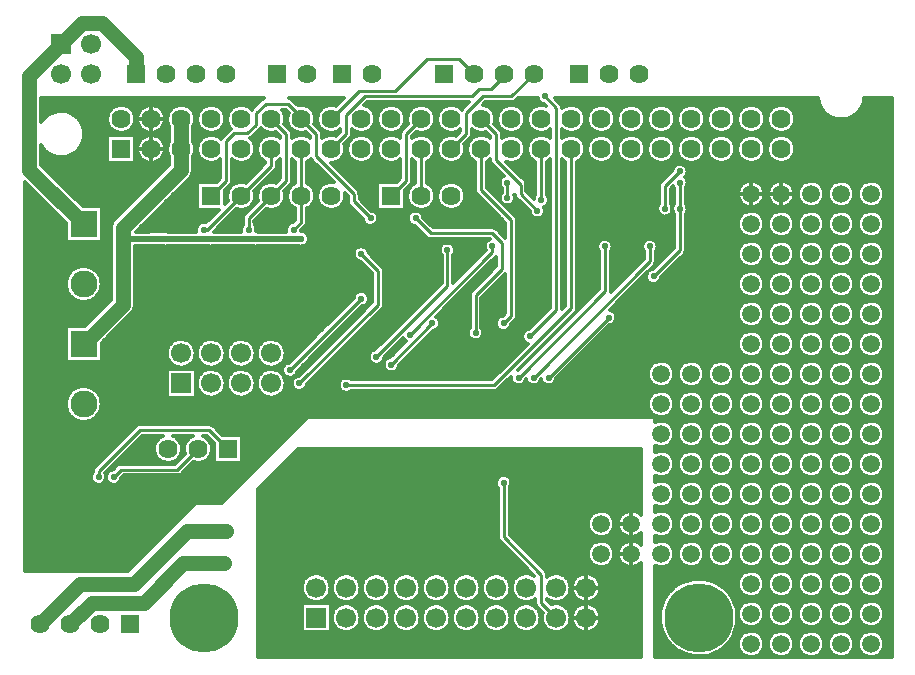
<source format=gbr>
G04 DipTrace 2.4.0.2*
%INBottom.gbr*%
%MOIN*%
%ADD14C,0.01*%
%ADD15C,0.05*%
%ADD16C,0.02*%
%ADD17C,0.012*%
%ADD18C,0.013*%
%ADD19R,0.09X0.09*%
%ADD20C,0.09*%
%ADD21R,0.0669X0.0669*%
%ADD22C,0.0669*%
%ADD24R,0.0638X0.0638*%
%ADD25C,0.0638*%
%ADD28C,0.0591*%
%ADD33C,0.23*%
%ADD34C,0.022*%
%FSLAX44Y44*%
G04*
G70*
G90*
G75*
G01*
%LNBottom*%
%LPD*%
X20190Y15378D2*
D14*
X20440Y15628D1*
Y18815D1*
X19440Y19815D1*
Y21190D1*
X5440Y24690D2*
D15*
X4378Y23628D1*
Y20502D1*
X6190Y18690D1*
X5440Y24690D2*
X6127Y25377D1*
X6815D1*
X7940Y24252D1*
Y23690D1*
X14940Y13315D2*
D14*
X19878D1*
X22440Y15877D1*
Y21190D1*
X17065Y15002D2*
X19815Y17752D1*
Y17940D1*
X18315Y17815D2*
Y16628D1*
X15940Y14253D1*
X16440Y14002D2*
X17815Y15377D1*
X20690Y13565D2*
X23565Y16440D1*
Y17940D1*
X21190Y13565D2*
X25065Y17440D1*
Y17940D1*
X21690Y13565D2*
X23690Y15565D1*
X20315Y19565D2*
Y20065D1*
X25565Y19190D2*
Y19940D1*
X26065Y20440D1*
Y19190D2*
Y20065D1*
X25190Y16940D2*
X26065Y17815D1*
Y19190D1*
X19253Y15065D2*
Y16315D1*
X20128Y17190D1*
Y18065D1*
X19815Y18377D1*
X17753D1*
X17252Y18878D1*
X15752D2*
X15190Y19440D1*
Y19690D1*
X13940Y20940D1*
Y21690D1*
X13440Y22190D1*
Y22252D1*
X13002Y22690D1*
X12253D1*
X11940Y22377D1*
Y22003D1*
X11650Y21713D1*
X11213D1*
X10940Y21440D1*
Y20128D1*
X10440Y19628D1*
X21315Y19127D2*
X20752Y19690D1*
Y20003D1*
X19940Y20815D1*
Y21690D1*
X19440Y22190D1*
X12440Y21190D2*
Y20628D1*
X11440Y19628D1*
X10190Y18502D2*
X10315D1*
X11440Y19628D1*
X12440Y22190D2*
X12940Y21690D1*
Y20128D1*
X12440Y19628D1*
X11690Y18502D2*
Y18878D1*
X12440Y19628D1*
X13440Y21190D2*
Y19628D1*
X13190Y18503D2*
X13440Y18753D1*
Y19628D1*
X21440Y19502D2*
Y21190D1*
X20190Y10065D2*
Y8252D1*
X21440Y7002D1*
Y6065D1*
X21940Y5565D1*
X21065Y14940D2*
X21940Y15815D1*
Y22565D1*
X21565Y22940D1*
X10938Y8438D2*
D15*
X9626D1*
X7876Y6688D1*
X6081D1*
X4744Y5351D1*
X10877Y7376D2*
X9502D1*
X8189Y6063D1*
X6456D1*
X5744Y5351D1*
X14440Y22190D2*
D14*
X15378Y23128D1*
X16565D1*
X17627Y24190D1*
X18690D1*
X19190Y23690D1*
X20190D2*
Y23628D1*
X19753Y23190D1*
X19378D1*
X19128Y22940D1*
X15565D1*
X14940Y22315D1*
Y21690D1*
X14440Y21190D1*
X21190Y23690D2*
X20440Y22940D1*
X19503D1*
X18940Y22378D1*
Y21690D1*
X18440Y21190D1*
X17440Y22190D2*
X16940Y21690D1*
Y20128D1*
X16440Y19628D1*
X15441Y17688D2*
X16002Y17127D1*
Y16002D1*
X13377Y13377D1*
X6690Y10251D2*
Y10440D1*
X8065Y11815D1*
X10376D1*
X11002Y11189D1*
X15441Y16191D2*
X13064Y13814D1*
X7190Y10252D2*
X7439Y10501D1*
X9314D1*
X10002Y11189D1*
X17440Y21190D2*
Y19628D1*
X9440Y22190D2*
D15*
Y21190D1*
Y20503D1*
X7502Y18565D1*
Y18190D1*
Y16002D1*
X6190Y14690D1*
X13440Y18190D2*
D16*
X11939D1*
X10439D1*
X8940D1*
X7502D1*
D34*
X20190Y15378D3*
X14940Y13315D3*
X17065Y15002D3*
X19815Y17940D3*
X18315Y17815D3*
X15940Y14253D3*
X16440Y14002D3*
X17815Y15377D3*
X20690Y13565D3*
X23565Y17940D3*
X21190Y13565D3*
X25065Y17940D3*
X21690Y13565D3*
X23690Y15565D3*
X20315Y19565D3*
Y20065D3*
X25565Y19190D3*
X26065Y20440D3*
Y19190D3*
Y20065D3*
X25190Y16940D3*
X26065Y19190D3*
X19253Y15065D3*
X17252Y18878D3*
X15752D3*
X21315Y19127D3*
X10190Y18502D3*
X11690D3*
X13190Y18503D3*
X21440Y19502D3*
X20190Y10065D3*
X21065Y14940D3*
X21565Y22940D3*
X10938Y8438D3*
X10877Y7376D3*
X15441Y17688D3*
X13377Y13377D3*
X6690Y10251D3*
X15441Y16191D3*
X13064Y13814D3*
X7190Y10252D3*
X13440Y18190D3*
X10439D3*
X8940D3*
X11939D3*
X21690Y16940D3*
Y16690D3*
X26940D3*
Y16940D3*
X17940Y12440D3*
X18190D3*
X18440D3*
X23190D3*
X23440D3*
X23690D3*
X17940Y11065D3*
X18253D3*
X18565D3*
X23190D3*
X23503D3*
X23815D3*
X8190Y9940D3*
X8440D3*
X8690D3*
X19690Y10065D3*
X16690Y18190D3*
Y17065D3*
X24940Y22752D3*
X12627Y8689D3*
Y8439D3*
Y8189D3*
X4785Y22761D2*
D17*
X12037D1*
X13218D2*
X14724D1*
X20529D2*
X21371D1*
X22031D2*
X30679D1*
X32201D2*
X33118D1*
X4785Y22643D2*
X7327D1*
X7552D2*
X8329D1*
X8551D2*
X9328D1*
X9553D2*
X10327D1*
X10552D2*
X11329D1*
X11551D2*
X11917D1*
X13552D2*
X14329D1*
X14551D2*
X14604D1*
X15555D2*
X16327D1*
X16552D2*
X17329D1*
X17551D2*
X18328D1*
X18553D2*
X18919D1*
X19552D2*
X20329D1*
X20551D2*
X21328D1*
X22130D2*
X22327D1*
X22552D2*
X23329D1*
X23551D2*
X24328D1*
X24553D2*
X25327D1*
X25552D2*
X26329D1*
X26551D2*
X27328D1*
X27553D2*
X28327D1*
X28552D2*
X29329D1*
X29551D2*
X30718D1*
X32161D2*
X33118D1*
X4785Y22524D2*
X7106D1*
X7773D2*
X8106D1*
X8773D2*
X9107D1*
X9774D2*
X10106D1*
X10773D2*
X11106D1*
X13773D2*
X14106D1*
X15774D2*
X16106D1*
X16773D2*
X17106D1*
X17773D2*
X18107D1*
X19773D2*
X20106D1*
X20773D2*
X21107D1*
X22773D2*
X23106D1*
X23773D2*
X24107D1*
X24774D2*
X25106D1*
X25773D2*
X26106D1*
X26773D2*
X27107D1*
X27774D2*
X28106D1*
X28773D2*
X29106D1*
X29773D2*
X30780D1*
X32100D2*
X33118D1*
X4785Y22405D2*
X5143D1*
X5737D2*
X7018D1*
X7863D2*
X8017D1*
X8863D2*
X9017D1*
X9862D2*
X10018D1*
X10863D2*
X11017D1*
X12862D2*
X12999D1*
X13863D2*
X14017D1*
X15862D2*
X16018D1*
X16863D2*
X17017D1*
X17863D2*
X18017D1*
X19863D2*
X20017D1*
X20863D2*
X21017D1*
X22863D2*
X23017D1*
X23863D2*
X24017D1*
X24862D2*
X25018D1*
X25863D2*
X26017D1*
X26863D2*
X27017D1*
X27862D2*
X28018D1*
X28863D2*
X29017D1*
X29863D2*
X30874D1*
X32006D2*
X33118D1*
X4785Y22287D2*
X4942D1*
X5938D2*
X6975D1*
X7905D2*
X7974D1*
X8906D2*
X8975D1*
X9905D2*
X9973D1*
X10905D2*
X10974D1*
X12905D2*
X12973D1*
X13905D2*
X13974D1*
X15905D2*
X15973D1*
X16905D2*
X16974D1*
X17906D2*
X17975D1*
X19905D2*
X19974D1*
X20906D2*
X20975D1*
X22905D2*
X22974D1*
X23906D2*
X23975D1*
X24905D2*
X24973D1*
X25905D2*
X25974D1*
X26906D2*
X26975D1*
X27905D2*
X27973D1*
X28905D2*
X28974D1*
X29906D2*
X31022D1*
X31860D2*
X33118D1*
X4785Y22168D2*
X4826D1*
X6056D2*
X6966D1*
X7916D2*
X7965D1*
X8915D2*
X8965D1*
X9915D2*
X9965D1*
X10916D2*
X10965D1*
X12915D2*
X12965D1*
X13916D2*
X13965D1*
X15915D2*
X15965D1*
X16916D2*
X16965D1*
X17915D2*
X17965D1*
X19916D2*
X19965D1*
X20915D2*
X20965D1*
X22916D2*
X22965D1*
X23915D2*
X23965D1*
X24915D2*
X24965D1*
X25916D2*
X25965D1*
X26915D2*
X26965D1*
X27915D2*
X27965D1*
X28916D2*
X28965D1*
X29915D2*
X33118D1*
X6133Y22049D2*
X6986D1*
X7893D2*
X7986D1*
X8895D2*
X8987D1*
X9894D2*
X9986D1*
X10893D2*
X10986D1*
X12894D2*
X12986D1*
X13893D2*
X13986D1*
X15894D2*
X15986D1*
X16893D2*
X16986D1*
X17895D2*
X17987D1*
X19893D2*
X19986D1*
X20895D2*
X20987D1*
X22893D2*
X22986D1*
X23895D2*
X23987D1*
X24894D2*
X24986D1*
X25893D2*
X25986D1*
X26895D2*
X26987D1*
X27894D2*
X27986D1*
X28893D2*
X28986D1*
X29895D2*
X33118D1*
X6183Y21930D2*
X7044D1*
X7835D2*
X8044D1*
X8836D2*
X9034D1*
X9847D2*
X10044D1*
X10835D2*
X11044D1*
X12988D2*
X13043D1*
X13987D2*
X14043D1*
X15836D2*
X16044D1*
X16835D2*
X16893D1*
X17836D2*
X18043D1*
X19987D2*
X20043D1*
X20836D2*
X21043D1*
X22835D2*
X23044D1*
X23836D2*
X24043D1*
X24836D2*
X25044D1*
X25835D2*
X26044D1*
X26836D2*
X27043D1*
X27836D2*
X28044D1*
X28835D2*
X29044D1*
X29836D2*
X33118D1*
X6211Y21812D2*
X7161D1*
X7721D2*
X8160D1*
X8720D2*
X9034D1*
X9847D2*
X10161D1*
X10721D2*
X11025D1*
X12037D2*
X12159D1*
X13104D2*
X13160D1*
X14103D2*
X14162D1*
X15720D2*
X16161D1*
X16721D2*
X16775D1*
X17720D2*
X18159D1*
X20103D2*
X20162D1*
X20720D2*
X21159D1*
X22721D2*
X23160D1*
X23720D2*
X24159D1*
X24720D2*
X25161D1*
X25721D2*
X26160D1*
X26720D2*
X27159D1*
X27720D2*
X28161D1*
X28721D2*
X29160D1*
X29720D2*
X33118D1*
X6221Y21693D2*
X9034D1*
X9847D2*
X10905D1*
X11917D2*
X12649D1*
X13147D2*
X13650D1*
X14146D2*
X14655D1*
X15146D2*
X16732D1*
X17231D2*
X18656D1*
X19147D2*
X19650D1*
X20146D2*
X21733D1*
X22147D2*
X33118D1*
X6213Y21574D2*
X6964D1*
X7916D2*
X8169D1*
X8711D2*
X9034D1*
X9847D2*
X10168D1*
X10711D2*
X10787D1*
X11799D2*
X12169D1*
X15108D2*
X15169D1*
X15710D2*
X16168D1*
X17711D2*
X18169D1*
X19110D2*
X19169D1*
X20711D2*
X21169D1*
X22711D2*
X23169D1*
X23711D2*
X24169D1*
X24710D2*
X25168D1*
X25711D2*
X26169D1*
X26711D2*
X27169D1*
X27710D2*
X28168D1*
X28711D2*
X29169D1*
X29711D2*
X33118D1*
X6185Y21456D2*
X6964D1*
X7916D2*
X8047D1*
X8833D2*
X9034D1*
X9847D2*
X10048D1*
X11833D2*
X12049D1*
X14994D2*
X15049D1*
X15832D2*
X16048D1*
X17833D2*
X18049D1*
X18993D2*
X19047D1*
X20833D2*
X21049D1*
X22831D2*
X23047D1*
X23833D2*
X24049D1*
X24832D2*
X25048D1*
X25831D2*
X26047D1*
X26833D2*
X27049D1*
X27832D2*
X28048D1*
X28831D2*
X29047D1*
X29833D2*
X33118D1*
X6136Y21337D2*
X6964D1*
X7916D2*
X7987D1*
X8891D2*
X8989D1*
X9892D2*
X9988D1*
X11891D2*
X11989D1*
X14891D2*
X14989D1*
X15892D2*
X15988D1*
X17891D2*
X17989D1*
X18892D2*
X18988D1*
X20891D2*
X20989D1*
X22891D2*
X22987D1*
X23891D2*
X23989D1*
X24892D2*
X24988D1*
X25891D2*
X25987D1*
X26891D2*
X26989D1*
X27892D2*
X27988D1*
X28891D2*
X28987D1*
X29891D2*
X33118D1*
X6060Y21218D2*
X6964D1*
X7916D2*
X7965D1*
X8915D2*
X8965D1*
X9915D2*
X9965D1*
X11915D2*
X11965D1*
X14915D2*
X14965D1*
X15915D2*
X15965D1*
X17915D2*
X17965D1*
X18915D2*
X18965D1*
X20915D2*
X20965D1*
X22914D2*
X22965D1*
X23915D2*
X23965D1*
X24915D2*
X24965D1*
X25914D2*
X25965D1*
X26915D2*
X26965D1*
X27915D2*
X27965D1*
X28914D2*
X28965D1*
X29915D2*
X33118D1*
X4785Y21100D2*
X4935D1*
X5945D2*
X6964D1*
X7916D2*
X7972D1*
X8906D2*
X8972D1*
X9907D2*
X9973D1*
X11906D2*
X11972D1*
X14906D2*
X14972D1*
X15907D2*
X15973D1*
X17906D2*
X17972D1*
X18907D2*
X18973D1*
X20906D2*
X20972D1*
X22906D2*
X22972D1*
X23906D2*
X23972D1*
X24907D2*
X24973D1*
X25906D2*
X25972D1*
X26906D2*
X26972D1*
X27907D2*
X27973D1*
X28906D2*
X28972D1*
X29906D2*
X33118D1*
X4785Y20981D2*
X5128D1*
X5752D2*
X6964D1*
X7916D2*
X8014D1*
X8866D2*
X9015D1*
X9866D2*
X10014D1*
X11866D2*
X12015D1*
X14866D2*
X15015D1*
X15866D2*
X16014D1*
X17866D2*
X18015D1*
X18866D2*
X19014D1*
X20866D2*
X21015D1*
X22865D2*
X23014D1*
X23866D2*
X24015D1*
X24866D2*
X25014D1*
X25865D2*
X26014D1*
X26866D2*
X27015D1*
X27866D2*
X28014D1*
X28865D2*
X29014D1*
X29866D2*
X33118D1*
X4785Y20862D2*
X6964D1*
X7916D2*
X8100D1*
X8780D2*
X9034D1*
X9847D2*
X10101D1*
X11780D2*
X12099D1*
X14780D2*
X15099D1*
X15780D2*
X16101D1*
X17780D2*
X18099D1*
X18780D2*
X19101D1*
X20780D2*
X21099D1*
X22781D2*
X23100D1*
X23780D2*
X24099D1*
X24780D2*
X25101D1*
X25781D2*
X26100D1*
X26780D2*
X27099D1*
X27780D2*
X28101D1*
X28781D2*
X29100D1*
X29780D2*
X33118D1*
X4785Y20744D2*
X6964D1*
X7916D2*
X8302D1*
X8578D2*
X9034D1*
X9847D2*
X10303D1*
X10576D2*
X10732D1*
X11146D2*
X11302D1*
X11578D2*
X12232D1*
X12646D2*
X12733D1*
X13147D2*
X13235D1*
X13646D2*
X13849D1*
X14578D2*
X15304D1*
X15577D2*
X16303D1*
X16576D2*
X16732D1*
X17146D2*
X17233D1*
X17647D2*
X18304D1*
X18577D2*
X19234D1*
X19646D2*
X19747D1*
X20578D2*
X21232D1*
X21646D2*
X21733D1*
X22147D2*
X22235D1*
X22646D2*
X23302D1*
X23578D2*
X24304D1*
X24577D2*
X25303D1*
X25576D2*
X26302D1*
X26578D2*
X27304D1*
X27577D2*
X28303D1*
X28576D2*
X29302D1*
X29578D2*
X33118D1*
X4826Y20625D2*
X8992D1*
X9847D2*
X10732D1*
X11146D2*
X12150D1*
X12646D2*
X12733D1*
X13147D2*
X13235D1*
X13646D2*
X13969D1*
X14542D2*
X16732D1*
X17146D2*
X17233D1*
X17647D2*
X19234D1*
X19646D2*
X19843D1*
X20416D2*
X21232D1*
X21646D2*
X21733D1*
X22147D2*
X22235D1*
X22646D2*
X25879D1*
X26251D2*
X33118D1*
X4944Y20506D2*
X8874D1*
X9847D2*
X10732D1*
X11146D2*
X12032D1*
X12605D2*
X12733D1*
X13147D2*
X13235D1*
X13646D2*
X14087D1*
X14660D2*
X16732D1*
X17146D2*
X17233D1*
X17647D2*
X19234D1*
X19646D2*
X19961D1*
X20536D2*
X21232D1*
X21646D2*
X21733D1*
X22147D2*
X22235D1*
X22646D2*
X25807D1*
X26323D2*
X33118D1*
X5062Y20388D2*
X8754D1*
X9830D2*
X10732D1*
X11146D2*
X11912D1*
X12487D2*
X12733D1*
X13147D2*
X13235D1*
X13646D2*
X14205D1*
X14780D2*
X16732D1*
X17146D2*
X17233D1*
X17647D2*
X19234D1*
X19646D2*
X20079D1*
X20655D2*
X21232D1*
X21646D2*
X21733D1*
X22147D2*
X22235D1*
X22646D2*
X25725D1*
X26326D2*
X33118D1*
X5182Y20269D2*
X8636D1*
X9770D2*
X10732D1*
X11146D2*
X11794D1*
X12369D2*
X12733D1*
X13147D2*
X13235D1*
X13646D2*
X14323D1*
X14898D2*
X16732D1*
X17146D2*
X17233D1*
X17647D2*
X19234D1*
X19646D2*
X20151D1*
X20773D2*
X21232D1*
X21646D2*
X21733D1*
X22147D2*
X22235D1*
X22646D2*
X25607D1*
X26266D2*
X33118D1*
X5300Y20150D2*
X8518D1*
X9658D2*
X10676D1*
X11146D2*
X11676D1*
X12251D2*
X12675D1*
X13147D2*
X13235D1*
X13646D2*
X14443D1*
X15016D2*
X16676D1*
X17146D2*
X17233D1*
X17647D2*
X19234D1*
X19646D2*
X20062D1*
X20893D2*
X21232D1*
X21646D2*
X21733D1*
X22147D2*
X22235D1*
X22646D2*
X25489D1*
X26317D2*
X33118D1*
X5418Y20031D2*
X8398D1*
X9540D2*
X9964D1*
X11122D2*
X11201D1*
X12131D2*
X12201D1*
X13121D2*
X13200D1*
X13680D2*
X14201D1*
X15136D2*
X15964D1*
X17122D2*
X17201D1*
X17679D2*
X18201D1*
X18680D2*
X19234D1*
X19646D2*
X20051D1*
X20956D2*
X21232D1*
X21646D2*
X21733D1*
X22147D2*
X22235D1*
X22646D2*
X25382D1*
X26330D2*
X28151D1*
X28730D2*
X29151D1*
X29730D2*
X30150D1*
X30729D2*
X31151D1*
X31730D2*
X32151D1*
X32730D2*
X33118D1*
X4261Y19913D2*
X4397D1*
X5536D2*
X8280D1*
X9420D2*
X9964D1*
X11013D2*
X11062D1*
X12013D2*
X12061D1*
X13012D2*
X13063D1*
X13816D2*
X14062D1*
X15255D2*
X15964D1*
X17013D2*
X17062D1*
X17818D2*
X18062D1*
X18817D2*
X19234D1*
X19646D2*
X20098D1*
X20958D2*
X21232D1*
X21646D2*
X21733D1*
X22147D2*
X22235D1*
X22646D2*
X25357D1*
X26281D2*
X28048D1*
X28831D2*
X29049D1*
X29831D2*
X30049D1*
X30832D2*
X31048D1*
X31831D2*
X32049D1*
X32831D2*
X33118D1*
X4261Y19794D2*
X4515D1*
X5656D2*
X8162D1*
X9301D2*
X9964D1*
X10916D2*
X10995D1*
X11895D2*
X11996D1*
X12894D2*
X12996D1*
X13884D2*
X13995D1*
X15367D2*
X15964D1*
X16916D2*
X16995D1*
X17885D2*
X17996D1*
X18885D2*
X19234D1*
X19749D2*
X20107D1*
X20958D2*
X21232D1*
X21646D2*
X21733D1*
X22147D2*
X22235D1*
X22646D2*
X25357D1*
X25771D2*
X25858D1*
X26272D2*
X28001D1*
X28880D2*
X29001D1*
X29880D2*
X30000D1*
X30879D2*
X31001D1*
X31880D2*
X32001D1*
X32880D2*
X33118D1*
X4261Y19675D2*
X4635D1*
X5775D2*
X8044D1*
X9183D2*
X9964D1*
X10916D2*
X10967D1*
X11913D2*
X11967D1*
X12913D2*
X12968D1*
X13914D2*
X13967D1*
X15397D2*
X15964D1*
X16916D2*
X16967D1*
X17913D2*
X17967D1*
X18913D2*
X19292D1*
X19867D2*
X20074D1*
X21054D2*
X21232D1*
X21646D2*
X21733D1*
X22147D2*
X22235D1*
X22646D2*
X25357D1*
X25771D2*
X25858D1*
X26272D2*
X27988D1*
X28891D2*
X28987D1*
X29891D2*
X29989D1*
X30892D2*
X30988D1*
X31891D2*
X31987D1*
X32891D2*
X33118D1*
X4261Y19557D2*
X4753D1*
X5893D2*
X7924D1*
X9065D2*
X9964D1*
X10916D2*
X10971D1*
X11910D2*
X11969D1*
X12911D2*
X12971D1*
X13910D2*
X13971D1*
X14910D2*
X14983D1*
X15397D2*
X15964D1*
X16916D2*
X16971D1*
X17910D2*
X17969D1*
X18911D2*
X19412D1*
X19985D2*
X20049D1*
X22147D2*
X22235D1*
X22646D2*
X25357D1*
X25771D2*
X25858D1*
X26272D2*
X28009D1*
X28871D2*
X29008D1*
X29872D2*
X30009D1*
X30871D2*
X31009D1*
X31871D2*
X32008D1*
X32872D2*
X33118D1*
X4261Y19438D2*
X4871D1*
X6013D2*
X7806D1*
X8945D2*
X9964D1*
X10916D2*
X10963D1*
X11876D2*
X11962D1*
X12875D2*
X13005D1*
X13875D2*
X14004D1*
X14876D2*
X14983D1*
X15480D2*
X15964D1*
X16916D2*
X17004D1*
X17876D2*
X18006D1*
X18875D2*
X19530D1*
X20548D2*
X20717D1*
X22147D2*
X22235D1*
X22646D2*
X25357D1*
X25771D2*
X25858D1*
X26272D2*
X28067D1*
X28813D2*
X29068D1*
X29812D2*
X30067D1*
X30813D2*
X31067D1*
X31813D2*
X32068D1*
X32812D2*
X33118D1*
X4261Y19319D2*
X4991D1*
X6131D2*
X7687D1*
X8827D2*
X9964D1*
X11799D2*
X11845D1*
X12798D2*
X13082D1*
X13798D2*
X14081D1*
X14799D2*
X15024D1*
X15598D2*
X15964D1*
X16916D2*
X17081D1*
X17799D2*
X18082D1*
X18798D2*
X19648D1*
X20394D2*
X20835D1*
X21630D2*
X21733D1*
X22147D2*
X22235D1*
X22646D2*
X25333D1*
X25796D2*
X25833D1*
X26296D2*
X28191D1*
X28689D2*
X29192D1*
X29688D2*
X30191D1*
X30690D2*
X31191D1*
X31689D2*
X32192D1*
X32688D2*
X33118D1*
X4261Y19201D2*
X5109D1*
X6796D2*
X7567D1*
X8709D2*
X9964D1*
X11632D2*
X11726D1*
X12633D2*
X13234D1*
X13646D2*
X14246D1*
X14632D2*
X15142D1*
X15716D2*
X15964D1*
X16916D2*
X17246D1*
X17632D2*
X18247D1*
X18633D2*
X19766D1*
X20341D2*
X20955D1*
X21571D2*
X21733D1*
X22147D2*
X22235D1*
X22646D2*
X25299D1*
X26332D2*
X33118D1*
X4261Y19082D2*
X5227D1*
X6796D2*
X7449D1*
X8589D2*
X10607D1*
X11182D2*
X11608D1*
X12181D2*
X13234D1*
X13646D2*
X15261D1*
X15916D2*
X17089D1*
X17416D2*
X19886D1*
X20460D2*
X21052D1*
X21577D2*
X21733D1*
X22147D2*
X22235D1*
X22646D2*
X25322D1*
X26308D2*
X28228D1*
X28651D2*
X29227D1*
X29651D2*
X30229D1*
X30652D2*
X31228D1*
X31651D2*
X32227D1*
X32651D2*
X33118D1*
X4261Y18963D2*
X5347D1*
X6796D2*
X7331D1*
X8471D2*
X10489D1*
X11064D2*
X11503D1*
X12063D2*
X13234D1*
X13646D2*
X15379D1*
X16005D2*
X17001D1*
X17505D2*
X20004D1*
X20580D2*
X21109D1*
X21521D2*
X21733D1*
X22147D2*
X22235D1*
X22646D2*
X25436D1*
X25693D2*
X25858D1*
X26272D2*
X28084D1*
X28796D2*
X29083D1*
X29797D2*
X30082D1*
X30796D2*
X31084D1*
X31796D2*
X32083D1*
X32797D2*
X33118D1*
X4261Y18845D2*
X5466D1*
X6796D2*
X7211D1*
X8353D2*
X10371D1*
X10944D2*
X11482D1*
X11945D2*
X13234D1*
X13646D2*
X15487D1*
X16018D2*
X16987D1*
X17572D2*
X20122D1*
X20645D2*
X21733D1*
X22147D2*
X22235D1*
X22646D2*
X25858D1*
X26272D2*
X28016D1*
X28863D2*
X29016D1*
X29865D2*
X30017D1*
X30864D2*
X31016D1*
X31863D2*
X32016D1*
X32865D2*
X33118D1*
X4261Y18726D2*
X5584D1*
X6796D2*
X7131D1*
X8233D2*
X10056D1*
X10826D2*
X11482D1*
X11896D2*
X13056D1*
X13644D2*
X15536D1*
X15969D2*
X17036D1*
X17692D2*
X20233D1*
X20647D2*
X21733D1*
X22147D2*
X22235D1*
X22646D2*
X25858D1*
X26272D2*
X27990D1*
X28890D2*
X28989D1*
X29891D2*
X29989D1*
X30890D2*
X30990D1*
X31890D2*
X31989D1*
X32891D2*
X33118D1*
X4261Y18607D2*
X5584D1*
X6796D2*
X7099D1*
X8115D2*
X9945D1*
X10708D2*
X11445D1*
X11934D2*
X12945D1*
X13582D2*
X17235D1*
X17810D2*
X20233D1*
X20647D2*
X21733D1*
X22147D2*
X22235D1*
X22646D2*
X25858D1*
X26272D2*
X27996D1*
X28884D2*
X28997D1*
X29883D2*
X29996D1*
X30885D2*
X30996D1*
X31884D2*
X31997D1*
X32883D2*
X33118D1*
X4261Y18489D2*
X5584D1*
X6796D2*
X7095D1*
X7996D2*
X9924D1*
X10588D2*
X11424D1*
X11956D2*
X12924D1*
X13464D2*
X17355D1*
X19991D2*
X20233D1*
X20647D2*
X21733D1*
X22147D2*
X22235D1*
X22646D2*
X25858D1*
X26272D2*
X28037D1*
X28843D2*
X29036D1*
X29844D2*
X30037D1*
X30843D2*
X31037D1*
X31843D2*
X32036D1*
X32844D2*
X33118D1*
X4261Y18370D2*
X5584D1*
X6796D2*
X7095D1*
X13633D2*
X17473D1*
X20111D2*
X20233D1*
X20647D2*
X21733D1*
X22147D2*
X22235D1*
X22646D2*
X25858D1*
X26272D2*
X28127D1*
X28755D2*
X29126D1*
X29754D2*
X30126D1*
X30753D2*
X31127D1*
X31755D2*
X32126D1*
X32754D2*
X33118D1*
X4261Y18251D2*
X5584D1*
X6796D2*
X7095D1*
X13698D2*
X17591D1*
X20647D2*
X21733D1*
X22147D2*
X22235D1*
X22646D2*
X25858D1*
X26272D2*
X28397D1*
X28484D2*
X29396D1*
X29484D2*
X30397D1*
X30483D2*
X31397D1*
X31484D2*
X32396D1*
X32484D2*
X33118D1*
X4261Y18132D2*
X5584D1*
X6796D2*
X7095D1*
X13700D2*
X19637D1*
X20647D2*
X21733D1*
X22147D2*
X22235D1*
X22646D2*
X23387D1*
X23745D2*
X24887D1*
X25245D2*
X25858D1*
X26272D2*
X33118D1*
X4261Y18014D2*
X7095D1*
X13636D2*
X18144D1*
X18487D2*
X19560D1*
X20647D2*
X21733D1*
X22147D2*
X22235D1*
X22646D2*
X23310D1*
X23821D2*
X24810D1*
X25321D2*
X25858D1*
X26272D2*
X28131D1*
X28749D2*
X29130D1*
X29750D2*
X30129D1*
X30750D2*
X31131D1*
X31749D2*
X32130D1*
X32750D2*
X33118D1*
X4261Y17895D2*
X7095D1*
X7908D2*
X15281D1*
X15601D2*
X18062D1*
X18570D2*
X19552D1*
X20647D2*
X21733D1*
X22147D2*
X22235D1*
X22646D2*
X23302D1*
X23827D2*
X24802D1*
X25327D2*
X25858D1*
X26272D2*
X28039D1*
X28841D2*
X29038D1*
X29842D2*
X30039D1*
X30841D2*
X31039D1*
X31841D2*
X32038D1*
X32842D2*
X33118D1*
X4261Y17776D2*
X7095D1*
X7908D2*
X15189D1*
X15691D2*
X18051D1*
X18579D2*
X19552D1*
X20647D2*
X21733D1*
X22147D2*
X22235D1*
X22646D2*
X23359D1*
X23773D2*
X24859D1*
X25273D2*
X25740D1*
X26268D2*
X27997D1*
X28884D2*
X28997D1*
X29883D2*
X29996D1*
X30883D2*
X30997D1*
X31884D2*
X31997D1*
X32883D2*
X33118D1*
X4261Y17658D2*
X7095D1*
X7908D2*
X15176D1*
X15759D2*
X18103D1*
X18526D2*
X19432D1*
X20647D2*
X21733D1*
X22147D2*
X22235D1*
X22646D2*
X23359D1*
X23771D2*
X24859D1*
X25271D2*
X25620D1*
X26195D2*
X27990D1*
X28891D2*
X28989D1*
X29891D2*
X29989D1*
X30890D2*
X30990D1*
X31891D2*
X31989D1*
X32891D2*
X33118D1*
X4261Y17539D2*
X7095D1*
X7908D2*
X15223D1*
X15877D2*
X18109D1*
X18521D2*
X19314D1*
X20647D2*
X21733D1*
X22147D2*
X22235D1*
X22646D2*
X23359D1*
X23771D2*
X24859D1*
X25271D2*
X25502D1*
X26077D2*
X28014D1*
X28865D2*
X29016D1*
X29865D2*
X30015D1*
X30866D2*
X31014D1*
X31865D2*
X32016D1*
X32865D2*
X33118D1*
X4261Y17420D2*
X7095D1*
X7908D2*
X15422D1*
X15997D2*
X18109D1*
X18521D2*
X19196D1*
X19770D2*
X19920D1*
X20647D2*
X21733D1*
X22147D2*
X22235D1*
X22646D2*
X23359D1*
X23771D2*
X24757D1*
X25271D2*
X25384D1*
X25957D2*
X28080D1*
X28800D2*
X29081D1*
X29799D2*
X30081D1*
X30800D2*
X31080D1*
X31800D2*
X32081D1*
X32799D2*
X33118D1*
X4261Y17302D2*
X7095D1*
X7908D2*
X15540D1*
X16115D2*
X18109D1*
X18521D2*
X19076D1*
X19651D2*
X19920D1*
X20647D2*
X21733D1*
X22147D2*
X22235D1*
X22646D2*
X23359D1*
X23771D2*
X24639D1*
X25215D2*
X25265D1*
X25839D2*
X28221D1*
X28659D2*
X29222D1*
X29658D2*
X30221D1*
X30660D2*
X31221D1*
X31659D2*
X32222D1*
X32658D2*
X33118D1*
X4261Y17183D2*
X5846D1*
X6534D2*
X7095D1*
X7908D2*
X15658D1*
X16201D2*
X18109D1*
X18521D2*
X18958D1*
X19533D2*
X19834D1*
X20647D2*
X21733D1*
X22147D2*
X22235D1*
X22646D2*
X23359D1*
X23771D2*
X24521D1*
X25721D2*
X33118D1*
X4261Y17064D2*
X5717D1*
X6663D2*
X7095D1*
X7908D2*
X15778D1*
X16209D2*
X18109D1*
X18521D2*
X18840D1*
X19413D2*
X19714D1*
X20647D2*
X21733D1*
X22147D2*
X22235D1*
X22646D2*
X23359D1*
X23771D2*
X24401D1*
X25601D2*
X28196D1*
X28683D2*
X29197D1*
X29683D2*
X30197D1*
X30684D2*
X31196D1*
X31683D2*
X32197D1*
X32683D2*
X33118D1*
X4261Y16946D2*
X5642D1*
X6738D2*
X7095D1*
X7908D2*
X15795D1*
X16209D2*
X18109D1*
X18521D2*
X18720D1*
X19295D2*
X19596D1*
X20171D2*
X20234D1*
X20647D2*
X21733D1*
X22147D2*
X22235D1*
X22646D2*
X23359D1*
X23771D2*
X24283D1*
X24858D2*
X24922D1*
X25483D2*
X28071D1*
X28811D2*
X29070D1*
X29810D2*
X30069D1*
X30810D2*
X31071D1*
X31811D2*
X32070D1*
X32810D2*
X33118D1*
X4261Y16827D2*
X5599D1*
X6781D2*
X7095D1*
X7908D2*
X15795D1*
X16209D2*
X18109D1*
X18521D2*
X18602D1*
X19177D2*
X19477D1*
X20051D2*
X20233D1*
X20647D2*
X21733D1*
X22147D2*
X22235D1*
X22646D2*
X23359D1*
X23771D2*
X24165D1*
X24738D2*
X24951D1*
X25430D2*
X28011D1*
X28871D2*
X29010D1*
X29870D2*
X30009D1*
X30870D2*
X31011D1*
X31871D2*
X32010D1*
X32870D2*
X33118D1*
X4261Y16708D2*
X5584D1*
X6796D2*
X7095D1*
X7908D2*
X15795D1*
X16209D2*
X18109D1*
X19059D2*
X19359D1*
X19933D2*
X20233D1*
X20647D2*
X21733D1*
X22147D2*
X22235D1*
X22646D2*
X23359D1*
X23771D2*
X24047D1*
X24620D2*
X25072D1*
X25308D2*
X27988D1*
X28891D2*
X28989D1*
X29891D2*
X29989D1*
X30892D2*
X30988D1*
X31891D2*
X31989D1*
X32891D2*
X33118D1*
X4261Y16590D2*
X5591D1*
X6789D2*
X7095D1*
X7908D2*
X15795D1*
X16209D2*
X17991D1*
X18939D2*
X19239D1*
X19815D2*
X20233D1*
X20647D2*
X21733D1*
X22147D2*
X22235D1*
X22646D2*
X23359D1*
X23771D2*
X23927D1*
X24502D2*
X27999D1*
X28880D2*
X29001D1*
X29880D2*
X30000D1*
X30881D2*
X30999D1*
X31880D2*
X32001D1*
X32880D2*
X33118D1*
X4261Y16471D2*
X5625D1*
X6755D2*
X7095D1*
X7908D2*
X15795D1*
X16209D2*
X17871D1*
X18821D2*
X19121D1*
X19696D2*
X20233D1*
X20647D2*
X21733D1*
X22147D2*
X22235D1*
X22646D2*
X23308D1*
X23771D2*
X23810D1*
X24384D2*
X28046D1*
X28833D2*
X29047D1*
X29833D2*
X30047D1*
X30834D2*
X31046D1*
X31833D2*
X32047D1*
X32833D2*
X33118D1*
X4261Y16352D2*
X5689D1*
X6691D2*
X7095D1*
X7908D2*
X15232D1*
X15650D2*
X15795D1*
X16209D2*
X17752D1*
X18703D2*
X19050D1*
X19576D2*
X20233D1*
X20647D2*
X21733D1*
X22147D2*
X22235D1*
X22646D2*
X23190D1*
X24264D2*
X28146D1*
X28734D2*
X29147D1*
X29733D2*
X30146D1*
X30735D2*
X31146D1*
X31734D2*
X32147D1*
X32733D2*
X33118D1*
X4261Y16233D2*
X5797D1*
X6583D2*
X7095D1*
X7908D2*
X15178D1*
X15705D2*
X15795D1*
X16209D2*
X17634D1*
X18583D2*
X19046D1*
X19458D2*
X20233D1*
X20647D2*
X21733D1*
X22147D2*
X22235D1*
X22646D2*
X23072D1*
X24146D2*
X33118D1*
X4261Y16115D2*
X6026D1*
X6352D2*
X7044D1*
X7908D2*
X15079D1*
X15695D2*
X15795D1*
X16209D2*
X17514D1*
X18465D2*
X19046D1*
X19458D2*
X20233D1*
X20647D2*
X21733D1*
X22147D2*
X22235D1*
X22646D2*
X22952D1*
X24028D2*
X28314D1*
X28567D2*
X29314D1*
X29566D2*
X30313D1*
X30566D2*
X31314D1*
X31567D2*
X32314D1*
X32566D2*
X33118D1*
X4261Y15996D2*
X6926D1*
X7908D2*
X14959D1*
X15616D2*
X15709D1*
X16209D2*
X17396D1*
X18346D2*
X19046D1*
X19458D2*
X20233D1*
X20647D2*
X21733D1*
X22147D2*
X22235D1*
X22646D2*
X22834D1*
X23908D2*
X28112D1*
X28768D2*
X29111D1*
X29767D2*
X30112D1*
X30768D2*
X31112D1*
X31768D2*
X32111D1*
X32767D2*
X33118D1*
X4261Y15877D2*
X6808D1*
X7890D2*
X14841D1*
X15416D2*
X15591D1*
X16164D2*
X17278D1*
X18226D2*
X19046D1*
X19458D2*
X20233D1*
X20647D2*
X21714D1*
X22646D2*
X22715D1*
X23790D2*
X28029D1*
X28850D2*
X29031D1*
X29850D2*
X30030D1*
X30851D2*
X31029D1*
X31850D2*
X32031D1*
X32850D2*
X33118D1*
X4261Y15759D2*
X6688D1*
X7826D2*
X14722D1*
X15296D2*
X15472D1*
X16046D2*
X17158D1*
X18108D2*
X19046D1*
X19458D2*
X20233D1*
X20647D2*
X21596D1*
X23866D2*
X27994D1*
X28886D2*
X28993D1*
X29887D2*
X29994D1*
X30886D2*
X30994D1*
X31886D2*
X31993D1*
X32887D2*
X33118D1*
X4261Y15640D2*
X6570D1*
X7710D2*
X14602D1*
X15178D2*
X15352D1*
X15928D2*
X17040D1*
X17990D2*
X19046D1*
X19458D2*
X20166D1*
X20647D2*
X21478D1*
X23945D2*
X27992D1*
X28890D2*
X28991D1*
X29889D2*
X29991D1*
X30888D2*
X30992D1*
X31890D2*
X31991D1*
X32889D2*
X33118D1*
X4261Y15521D2*
X6452D1*
X7591D2*
X14484D1*
X15060D2*
X15234D1*
X15810D2*
X16922D1*
X18037D2*
X19046D1*
X19458D2*
X19969D1*
X20615D2*
X21360D1*
X23953D2*
X28022D1*
X28858D2*
X29021D1*
X29859D2*
X30022D1*
X30858D2*
X31022D1*
X31858D2*
X32021D1*
X32859D2*
X33118D1*
X4261Y15403D2*
X6332D1*
X7473D2*
X14366D1*
X14940D2*
X15116D1*
X15690D2*
X16804D1*
X18080D2*
X19046D1*
X19458D2*
X19924D1*
X20503D2*
X21240D1*
X23898D2*
X28095D1*
X28785D2*
X29094D1*
X29786D2*
X30096D1*
X30785D2*
X31095D1*
X31785D2*
X32094D1*
X32786D2*
X33118D1*
X4261Y15284D2*
X5584D1*
X7353D2*
X14246D1*
X14821D2*
X14996D1*
X15571D2*
X16684D1*
X18063D2*
X19046D1*
X19458D2*
X19941D1*
X20439D2*
X21122D1*
X23696D2*
X28258D1*
X28621D2*
X29259D1*
X29621D2*
X30259D1*
X30622D2*
X31258D1*
X31621D2*
X32259D1*
X32621D2*
X33118D1*
X4261Y15165D2*
X5584D1*
X7235D2*
X14128D1*
X14703D2*
X14878D1*
X15453D2*
X16566D1*
X17968D2*
X19007D1*
X19498D2*
X20038D1*
X20343D2*
X20934D1*
X23578D2*
X33118D1*
X4261Y15047D2*
X5584D1*
X7117D2*
X14010D1*
X14583D2*
X14760D1*
X15335D2*
X16447D1*
X17771D2*
X18986D1*
X19518D2*
X20822D1*
X23460D2*
X28170D1*
X28710D2*
X29171D1*
X29709D2*
X30171D1*
X30710D2*
X31170D1*
X31710D2*
X32171D1*
X32709D2*
X33118D1*
X4261Y14928D2*
X5584D1*
X6999D2*
X13892D1*
X14465D2*
X14642D1*
X15215D2*
X16327D1*
X17653D2*
X19026D1*
X19479D2*
X20799D1*
X23340D2*
X28057D1*
X28822D2*
X29059D1*
X29821D2*
X30058D1*
X30823D2*
X31057D1*
X31822D2*
X32059D1*
X32821D2*
X33118D1*
X4261Y14809D2*
X5584D1*
X6879D2*
X9219D1*
X9660D2*
X10221D1*
X10661D2*
X11220D1*
X11660D2*
X12219D1*
X12660D2*
X13772D1*
X14347D2*
X14522D1*
X15097D2*
X16209D1*
X16785D2*
X16888D1*
X17535D2*
X20835D1*
X23221D2*
X28005D1*
X28875D2*
X29004D1*
X29876D2*
X30004D1*
X30875D2*
X31005D1*
X31875D2*
X32004D1*
X32876D2*
X33118D1*
X4261Y14691D2*
X5584D1*
X6796D2*
X9066D1*
X9815D2*
X10065D1*
X10815D2*
X11064D1*
X11816D2*
X12066D1*
X12815D2*
X13654D1*
X14229D2*
X14404D1*
X14979D2*
X16091D1*
X16665D2*
X16841D1*
X17415D2*
X20966D1*
X23103D2*
X27988D1*
X28891D2*
X28987D1*
X29893D2*
X29989D1*
X30892D2*
X30988D1*
X31891D2*
X31987D1*
X32893D2*
X33118D1*
X4261Y14572D2*
X5584D1*
X6796D2*
X8991D1*
X9890D2*
X9990D1*
X10890D2*
X10989D1*
X11891D2*
X11991D1*
X12890D2*
X13536D1*
X14109D2*
X14286D1*
X14859D2*
X15971D1*
X16546D2*
X16721D1*
X17296D2*
X20846D1*
X22983D2*
X28005D1*
X28876D2*
X29004D1*
X29876D2*
X30004D1*
X30875D2*
X31005D1*
X31876D2*
X32004D1*
X32876D2*
X33118D1*
X4261Y14453D2*
X5584D1*
X6796D2*
X8955D1*
X12926D2*
X13416D1*
X13991D2*
X14166D1*
X14741D2*
X15771D1*
X16428D2*
X16603D1*
X17178D2*
X20728D1*
X22865D2*
X28057D1*
X28822D2*
X29057D1*
X29823D2*
X30058D1*
X30823D2*
X31057D1*
X31822D2*
X32057D1*
X32823D2*
X33118D1*
X4261Y14334D2*
X5584D1*
X6796D2*
X8951D1*
X12930D2*
X13297D1*
X13873D2*
X14047D1*
X14623D2*
X15686D1*
X16310D2*
X16485D1*
X17060D2*
X20610D1*
X22747D2*
X28168D1*
X28711D2*
X29169D1*
X29711D2*
X30169D1*
X30712D2*
X31168D1*
X31711D2*
X32169D1*
X32711D2*
X33118D1*
X4261Y14216D2*
X5584D1*
X6796D2*
X8977D1*
X9903D2*
X9976D1*
X10903D2*
X10976D1*
X11904D2*
X11977D1*
X12903D2*
X13179D1*
X13753D2*
X13929D1*
X14503D2*
X15677D1*
X16203D2*
X16287D1*
X16940D2*
X20492D1*
X22629D2*
X33118D1*
X4261Y14097D2*
X5584D1*
X6796D2*
X9039D1*
X9841D2*
X10039D1*
X10841D2*
X11040D1*
X11840D2*
X12039D1*
X12841D2*
X13059D1*
X13635D2*
X13809D1*
X14385D2*
X15726D1*
X16155D2*
X16192D1*
X16822D2*
X20372D1*
X22509D2*
X25262D1*
X25620D2*
X26261D1*
X26619D2*
X27261D1*
X27618D2*
X28262D1*
X28620D2*
X29261D1*
X29619D2*
X30261D1*
X30618D2*
X31262D1*
X31620D2*
X32261D1*
X32619D2*
X33118D1*
X4261Y13978D2*
X9163D1*
X9718D2*
X10162D1*
X10717D2*
X11162D1*
X11718D2*
X12163D1*
X12718D2*
X12859D1*
X13516D2*
X13691D1*
X14266D2*
X16174D1*
X16706D2*
X20254D1*
X22391D2*
X25095D1*
X25785D2*
X26096D1*
X26784D2*
X27096D1*
X27783D2*
X28095D1*
X28785D2*
X29096D1*
X29784D2*
X30096D1*
X30783D2*
X31095D1*
X31785D2*
X32096D1*
X32784D2*
X33118D1*
X4261Y13860D2*
X12802D1*
X13396D2*
X13573D1*
X14148D2*
X16217D1*
X16663D2*
X20136D1*
X22273D2*
X25022D1*
X25858D2*
X26021D1*
X26857D2*
X27022D1*
X27858D2*
X28022D1*
X28858D2*
X29021D1*
X29857D2*
X30022D1*
X30858D2*
X31022D1*
X31858D2*
X32021D1*
X32857D2*
X33118D1*
X4261Y13741D2*
X8949D1*
X9931D2*
X10116D1*
X10764D2*
X11115D1*
X11765D2*
X12116D1*
X12765D2*
X12808D1*
X13320D2*
X13455D1*
X14028D2*
X20016D1*
X22153D2*
X24992D1*
X25890D2*
X25991D1*
X26889D2*
X26991D1*
X27888D2*
X27992D1*
X28890D2*
X28991D1*
X29889D2*
X29991D1*
X30888D2*
X30992D1*
X31890D2*
X31991D1*
X32889D2*
X33118D1*
X4261Y13622D2*
X8949D1*
X9931D2*
X10016D1*
X10863D2*
X11016D1*
X11865D2*
X12017D1*
X13245D2*
X13297D1*
X13910D2*
X19897D1*
X22035D2*
X24994D1*
X25886D2*
X25993D1*
X26887D2*
X26992D1*
X27886D2*
X27994D1*
X28886D2*
X28993D1*
X29887D2*
X29992D1*
X30886D2*
X30994D1*
X31886D2*
X31993D1*
X32887D2*
X33118D1*
X4261Y13504D2*
X8949D1*
X10914D2*
X10965D1*
X11915D2*
X11965D1*
X12915D2*
X13144D1*
X13792D2*
X14756D1*
X20353D2*
X20431D1*
X21948D2*
X25029D1*
X25850D2*
X26029D1*
X26851D2*
X27030D1*
X27851D2*
X28029D1*
X28850D2*
X29029D1*
X29851D2*
X30030D1*
X30851D2*
X31029D1*
X31850D2*
X32029D1*
X32851D2*
X33118D1*
X4261Y13385D2*
X8949D1*
X12931D2*
X13110D1*
X13672D2*
X14683D1*
X20235D2*
X20497D1*
X20881D2*
X20998D1*
X21382D2*
X21499D1*
X21883D2*
X25112D1*
X25770D2*
X26111D1*
X26769D2*
X27111D1*
X27768D2*
X28112D1*
X28770D2*
X29111D1*
X29769D2*
X30111D1*
X30768D2*
X31112D1*
X31770D2*
X32111D1*
X32769D2*
X33118D1*
X4261Y13266D2*
X6032D1*
X6348D2*
X8949D1*
X10918D2*
X10961D1*
X11919D2*
X11962D1*
X12918D2*
X13136D1*
X13618D2*
X14677D1*
X20116D2*
X25309D1*
X25571D2*
X26310D1*
X26570D2*
X27309D1*
X27570D2*
X28309D1*
X28571D2*
X29310D1*
X29570D2*
X30309D1*
X30570D2*
X31309D1*
X31571D2*
X32310D1*
X32570D2*
X33118D1*
X4261Y13148D2*
X5797D1*
X6583D2*
X8949D1*
X9931D2*
X10007D1*
X10873D2*
X11008D1*
X11872D2*
X12007D1*
X12873D2*
X13254D1*
X13500D2*
X14736D1*
X19989D2*
X33118D1*
X4261Y13029D2*
X5689D1*
X6691D2*
X8949D1*
X9931D2*
X10099D1*
X10781D2*
X11100D1*
X11780D2*
X12099D1*
X12781D2*
X25147D1*
X25732D2*
X26147D1*
X26733D2*
X27148D1*
X27733D2*
X28147D1*
X28732D2*
X29147D1*
X29733D2*
X30148D1*
X30733D2*
X31147D1*
X31732D2*
X32147D1*
X32733D2*
X33118D1*
X4261Y12910D2*
X5625D1*
X6755D2*
X8949D1*
X9931D2*
X10322D1*
X10560D2*
X11321D1*
X11559D2*
X12321D1*
X12558D2*
X25048D1*
X25833D2*
X26047D1*
X26833D2*
X27047D1*
X27832D2*
X28048D1*
X28833D2*
X29047D1*
X29833D2*
X30047D1*
X30832D2*
X31048D1*
X31833D2*
X32047D1*
X32833D2*
X33118D1*
X4261Y12792D2*
X5591D1*
X6787D2*
X24999D1*
X25880D2*
X26001D1*
X26880D2*
X27000D1*
X27881D2*
X27999D1*
X28880D2*
X29001D1*
X29880D2*
X30000D1*
X30881D2*
X30999D1*
X31880D2*
X32001D1*
X32880D2*
X33118D1*
X4261Y12673D2*
X5584D1*
X6796D2*
X24988D1*
X25891D2*
X25989D1*
X26891D2*
X26989D1*
X27892D2*
X27988D1*
X28891D2*
X28989D1*
X29891D2*
X29989D1*
X30892D2*
X30988D1*
X31891D2*
X31989D1*
X32891D2*
X33118D1*
X4261Y12554D2*
X5599D1*
X6781D2*
X25009D1*
X25871D2*
X26010D1*
X26870D2*
X27009D1*
X27870D2*
X28009D1*
X28871D2*
X29010D1*
X29870D2*
X30009D1*
X30870D2*
X31009D1*
X31871D2*
X32010D1*
X32870D2*
X33118D1*
X4261Y12435D2*
X5640D1*
X6740D2*
X25069D1*
X25811D2*
X26070D1*
X26810D2*
X27069D1*
X27811D2*
X28069D1*
X28811D2*
X29070D1*
X29810D2*
X30069D1*
X30811D2*
X31069D1*
X31811D2*
X32070D1*
X32810D2*
X33118D1*
X4261Y12317D2*
X5715D1*
X6665D2*
X25194D1*
X25685D2*
X26196D1*
X26685D2*
X27195D1*
X27686D2*
X28194D1*
X28685D2*
X29196D1*
X29685D2*
X30195D1*
X30686D2*
X31194D1*
X31685D2*
X32196D1*
X32685D2*
X33118D1*
X4261Y12198D2*
X5844D1*
X6536D2*
X13601D1*
X25261D2*
X33118D1*
X4261Y12079D2*
X13483D1*
X25657D2*
X26224D1*
X26656D2*
X27223D1*
X27656D2*
X28222D1*
X28657D2*
X29224D1*
X29656D2*
X30223D1*
X30656D2*
X31222D1*
X31657D2*
X32224D1*
X32656D2*
X33118D1*
X4261Y11961D2*
X7924D1*
X10516D2*
X13363D1*
X25800D2*
X26081D1*
X26799D2*
X27081D1*
X27798D2*
X28082D1*
X28800D2*
X29081D1*
X29799D2*
X30081D1*
X30798D2*
X31082D1*
X31800D2*
X32081D1*
X32799D2*
X33118D1*
X4261Y11842D2*
X7806D1*
X10636D2*
X13245D1*
X25865D2*
X26016D1*
X26865D2*
X27015D1*
X27864D2*
X28014D1*
X28865D2*
X29016D1*
X29865D2*
X30015D1*
X30864D2*
X31014D1*
X31865D2*
X32016D1*
X32865D2*
X33118D1*
X4261Y11723D2*
X7686D1*
X10755D2*
X13127D1*
X25891D2*
X25989D1*
X26891D2*
X26989D1*
X27890D2*
X27990D1*
X28891D2*
X28989D1*
X29891D2*
X29989D1*
X30890D2*
X30990D1*
X31891D2*
X31989D1*
X32891D2*
X33118D1*
X4261Y11605D2*
X7567D1*
X8143D2*
X8784D1*
X9219D2*
X9786D1*
X10218D2*
X10299D1*
X11476D2*
X13009D1*
X25884D2*
X25997D1*
X26883D2*
X26996D1*
X27883D2*
X27996D1*
X28884D2*
X28997D1*
X29883D2*
X29996D1*
X30883D2*
X30996D1*
X31884D2*
X31997D1*
X32883D2*
X33118D1*
X4261Y11486D2*
X7449D1*
X8023D2*
X8634D1*
X9369D2*
X9634D1*
X10370D2*
X10417D1*
X11476D2*
X12889D1*
X25843D2*
X26038D1*
X26842D2*
X27037D1*
X27841D2*
X28039D1*
X28843D2*
X29038D1*
X29842D2*
X30037D1*
X30841D2*
X31039D1*
X31843D2*
X32038D1*
X32842D2*
X33118D1*
X4261Y11367D2*
X7329D1*
X7905D2*
X8561D1*
X9442D2*
X9562D1*
X10441D2*
X10527D1*
X11476D2*
X12771D1*
X25751D2*
X26128D1*
X26750D2*
X27129D1*
X27751D2*
X28129D1*
X28751D2*
X29128D1*
X29750D2*
X30129D1*
X30751D2*
X31129D1*
X31751D2*
X32128D1*
X32750D2*
X33118D1*
X4261Y11249D2*
X7211D1*
X7786D2*
X8529D1*
X9474D2*
X9531D1*
X10473D2*
X10527D1*
X11476D2*
X12652D1*
X25261D2*
X33118D1*
X4261Y11130D2*
X7093D1*
X7666D2*
X8529D1*
X9474D2*
X9531D1*
X10473D2*
X10527D1*
X11476D2*
X12532D1*
X25261D2*
X33118D1*
X4261Y11011D2*
X6973D1*
X7548D2*
X8561D1*
X9442D2*
X9536D1*
X10441D2*
X10527D1*
X11476D2*
X12414D1*
X25753D2*
X26128D1*
X26752D2*
X27127D1*
X27753D2*
X28127D1*
X28753D2*
X29128D1*
X29752D2*
X30127D1*
X30753D2*
X31127D1*
X31753D2*
X32128D1*
X32752D2*
X33118D1*
X4261Y10893D2*
X6855D1*
X7430D2*
X8632D1*
X9371D2*
X9417D1*
X10370D2*
X10526D1*
X11476D2*
X12296D1*
X25843D2*
X26038D1*
X26842D2*
X27037D1*
X27843D2*
X28037D1*
X28843D2*
X29038D1*
X29842D2*
X30037D1*
X30843D2*
X31037D1*
X31843D2*
X32038D1*
X32842D2*
X33118D1*
X4261Y10774D2*
X6737D1*
X7310D2*
X8782D1*
X9221D2*
X9300D1*
X10220D2*
X10526D1*
X11476D2*
X12178D1*
X25884D2*
X25997D1*
X26883D2*
X26996D1*
X27885D2*
X27996D1*
X28884D2*
X28997D1*
X29883D2*
X29996D1*
X30885D2*
X30996D1*
X31884D2*
X31997D1*
X32883D2*
X33118D1*
X4261Y10655D2*
X6619D1*
X7192D2*
X7307D1*
X9755D2*
X12058D1*
X25891D2*
X25989D1*
X26891D2*
X26989D1*
X27890D2*
X27990D1*
X28891D2*
X28989D1*
X29891D2*
X29989D1*
X30890D2*
X30990D1*
X31891D2*
X31989D1*
X32891D2*
X33118D1*
X4261Y10536D2*
X6508D1*
X7074D2*
X7187D1*
X9637D2*
X11940D1*
X25865D2*
X26016D1*
X26865D2*
X27015D1*
X27864D2*
X28016D1*
X28865D2*
X29016D1*
X29865D2*
X30015D1*
X30864D2*
X31016D1*
X31865D2*
X32016D1*
X32865D2*
X33118D1*
X4261Y10418D2*
X6484D1*
X9517D2*
X11822D1*
X25798D2*
X26083D1*
X26797D2*
X27082D1*
X27798D2*
X28082D1*
X28798D2*
X29083D1*
X29797D2*
X30082D1*
X30798D2*
X31082D1*
X31798D2*
X32083D1*
X32797D2*
X33118D1*
X4261Y10299D2*
X6427D1*
X7524D2*
X11702D1*
X25653D2*
X26226D1*
X26655D2*
X27227D1*
X27654D2*
X28226D1*
X28653D2*
X29226D1*
X29655D2*
X30227D1*
X30654D2*
X31226D1*
X31653D2*
X32226D1*
X32655D2*
X33118D1*
X4261Y10180D2*
X6433D1*
X7447D2*
X11584D1*
X25261D2*
X33118D1*
X4261Y10062D2*
X6508D1*
X6871D2*
X7009D1*
X7370D2*
X11466D1*
X25687D2*
X26192D1*
X26686D2*
X27193D1*
X27688D2*
X28192D1*
X28687D2*
X29192D1*
X29686D2*
X30193D1*
X30688D2*
X31192D1*
X31687D2*
X32192D1*
X32686D2*
X33118D1*
X4261Y9943D2*
X11347D1*
X25813D2*
X26068D1*
X26812D2*
X27067D1*
X27811D2*
X28069D1*
X28813D2*
X29068D1*
X29812D2*
X30067D1*
X30811D2*
X31069D1*
X31813D2*
X32068D1*
X32812D2*
X33118D1*
X4261Y9824D2*
X11227D1*
X25871D2*
X26010D1*
X26870D2*
X27009D1*
X27871D2*
X28009D1*
X28871D2*
X29010D1*
X29870D2*
X30009D1*
X30871D2*
X31009D1*
X31871D2*
X32010D1*
X32870D2*
X33118D1*
X4261Y9706D2*
X11109D1*
X25891D2*
X25987D1*
X26891D2*
X26989D1*
X27892D2*
X27988D1*
X28891D2*
X28987D1*
X29891D2*
X29989D1*
X30892D2*
X30988D1*
X31891D2*
X31987D1*
X32891D2*
X33118D1*
X4261Y9587D2*
X10991D1*
X25880D2*
X26001D1*
X26880D2*
X27000D1*
X27879D2*
X28001D1*
X28880D2*
X29001D1*
X29880D2*
X30000D1*
X30879D2*
X31001D1*
X31880D2*
X32001D1*
X32880D2*
X33118D1*
X4261Y9468D2*
X10871D1*
X25831D2*
X26047D1*
X26833D2*
X27049D1*
X27832D2*
X28048D1*
X28831D2*
X29047D1*
X29833D2*
X30049D1*
X30832D2*
X31048D1*
X31831D2*
X32047D1*
X32833D2*
X33118D1*
X4261Y9350D2*
X9877D1*
X25730D2*
X26149D1*
X26731D2*
X27150D1*
X27731D2*
X28149D1*
X28730D2*
X29149D1*
X29731D2*
X30150D1*
X30731D2*
X31149D1*
X31730D2*
X32149D1*
X32731D2*
X33118D1*
X4261Y9231D2*
X9759D1*
X25261D2*
X33118D1*
X4261Y9112D2*
X9641D1*
X25261D2*
X25306D1*
X25576D2*
X26304D1*
X26576D2*
X27304D1*
X27575D2*
X28305D1*
X28576D2*
X29304D1*
X29576D2*
X30304D1*
X30575D2*
X31305D1*
X31576D2*
X32304D1*
X32576D2*
X33118D1*
X4261Y8994D2*
X9521D1*
X25770D2*
X26109D1*
X26771D2*
X27109D1*
X27770D2*
X28110D1*
X28770D2*
X29109D1*
X29771D2*
X30109D1*
X30770D2*
X31110D1*
X31770D2*
X32109D1*
X32771D2*
X33118D1*
X4261Y8875D2*
X9403D1*
X25852D2*
X26029D1*
X26851D2*
X27028D1*
X27851D2*
X28029D1*
X28852D2*
X29029D1*
X29851D2*
X30028D1*
X30851D2*
X31029D1*
X31852D2*
X32029D1*
X32851D2*
X33118D1*
X4261Y8756D2*
X9285D1*
X25888D2*
X25993D1*
X26887D2*
X26992D1*
X27886D2*
X27994D1*
X28888D2*
X28993D1*
X29887D2*
X29992D1*
X30886D2*
X30994D1*
X31888D2*
X31993D1*
X32887D2*
X33118D1*
X4261Y8637D2*
X9167D1*
X25890D2*
X25991D1*
X26889D2*
X26991D1*
X27888D2*
X27992D1*
X28890D2*
X28991D1*
X29889D2*
X29991D1*
X30888D2*
X30992D1*
X31890D2*
X31991D1*
X32889D2*
X33118D1*
X4261Y8519D2*
X9047D1*
X25858D2*
X26023D1*
X26857D2*
X27022D1*
X27856D2*
X28022D1*
X28858D2*
X29023D1*
X29857D2*
X30022D1*
X30856D2*
X31022D1*
X31858D2*
X32023D1*
X32857D2*
X33118D1*
X4261Y8400D2*
X8929D1*
X25783D2*
X26096D1*
X26782D2*
X27097D1*
X27783D2*
X28097D1*
X28783D2*
X29096D1*
X29782D2*
X30097D1*
X30783D2*
X31097D1*
X31783D2*
X32096D1*
X32782D2*
X33118D1*
X4261Y8281D2*
X8811D1*
X25616D2*
X26265D1*
X26615D2*
X27264D1*
X27615D2*
X28266D1*
X28616D2*
X29265D1*
X29615D2*
X30264D1*
X30615D2*
X31266D1*
X31616D2*
X32265D1*
X32615D2*
X33118D1*
X4261Y8163D2*
X8691D1*
X25261D2*
X33118D1*
X4261Y8044D2*
X8572D1*
X25713D2*
X26167D1*
X26713D2*
X27167D1*
X27714D2*
X28166D1*
X28713D2*
X29167D1*
X29713D2*
X30167D1*
X30714D2*
X31166D1*
X31713D2*
X32167D1*
X32713D2*
X33118D1*
X4261Y7925D2*
X8454D1*
X25824D2*
X26057D1*
X26823D2*
X27056D1*
X27825D2*
X28056D1*
X28824D2*
X29057D1*
X29823D2*
X30056D1*
X30825D2*
X31056D1*
X31824D2*
X32057D1*
X32823D2*
X33118D1*
X4261Y7807D2*
X8334D1*
X25876D2*
X26004D1*
X26876D2*
X27004D1*
X27877D2*
X28003D1*
X28876D2*
X29004D1*
X29876D2*
X30004D1*
X30877D2*
X31003D1*
X31876D2*
X32004D1*
X32876D2*
X33118D1*
X4261Y7688D2*
X8216D1*
X25891D2*
X25987D1*
X26893D2*
X26989D1*
X27892D2*
X27988D1*
X28891D2*
X28987D1*
X29893D2*
X29989D1*
X30892D2*
X30988D1*
X31891D2*
X31987D1*
X32893D2*
X33118D1*
X4261Y7569D2*
X8098D1*
X25875D2*
X26004D1*
X26876D2*
X27006D1*
X27875D2*
X28005D1*
X28875D2*
X29004D1*
X29876D2*
X30006D1*
X30875D2*
X31005D1*
X31875D2*
X32004D1*
X32876D2*
X33118D1*
X4261Y7451D2*
X7980D1*
X25820D2*
X26059D1*
X26821D2*
X27058D1*
X27821D2*
X28059D1*
X28820D2*
X29059D1*
X29821D2*
X30058D1*
X30821D2*
X31059D1*
X31820D2*
X32059D1*
X32821D2*
X33118D1*
X4261Y7332D2*
X7860D1*
X25708D2*
X26173D1*
X26707D2*
X27172D1*
X27708D2*
X28172D1*
X28708D2*
X29173D1*
X29707D2*
X30172D1*
X30708D2*
X31172D1*
X31708D2*
X32173D1*
X32707D2*
X33118D1*
X4261Y7213D2*
X7742D1*
X25261D2*
X33118D1*
X25261Y7095D2*
X28254D1*
X28625D2*
X29256D1*
X29625D2*
X30255D1*
X30626D2*
X31254D1*
X31625D2*
X32256D1*
X32625D2*
X33118D1*
X25261Y6976D2*
X28093D1*
X28786D2*
X29094D1*
X29786D2*
X30094D1*
X30787D2*
X31093D1*
X31786D2*
X32094D1*
X32786D2*
X33118D1*
X25261Y6857D2*
X26597D1*
X26782D2*
X28022D1*
X28860D2*
X29021D1*
X29859D2*
X30021D1*
X30858D2*
X31022D1*
X31860D2*
X32021D1*
X32859D2*
X33118D1*
X25261Y6738D2*
X26132D1*
X27249D2*
X27990D1*
X28890D2*
X28991D1*
X29889D2*
X29991D1*
X30890D2*
X30990D1*
X31890D2*
X31991D1*
X32889D2*
X33118D1*
X25261Y6620D2*
X25927D1*
X27453D2*
X27994D1*
X28886D2*
X28993D1*
X29887D2*
X29994D1*
X30886D2*
X30994D1*
X31886D2*
X31993D1*
X32887D2*
X33118D1*
X25261Y6501D2*
X25783D1*
X27596D2*
X28031D1*
X28850D2*
X29031D1*
X29850D2*
X30030D1*
X30849D2*
X31031D1*
X31850D2*
X32031D1*
X32850D2*
X33118D1*
X25261Y6382D2*
X25674D1*
X27706D2*
X28114D1*
X28766D2*
X29113D1*
X29767D2*
X30114D1*
X30766D2*
X31114D1*
X31766D2*
X32113D1*
X32767D2*
X33118D1*
X25261Y6264D2*
X25588D1*
X27793D2*
X28320D1*
X28561D2*
X29319D1*
X29561D2*
X30319D1*
X30560D2*
X31320D1*
X31561D2*
X32319D1*
X32561D2*
X33118D1*
X25261Y6145D2*
X25521D1*
X27860D2*
X33118D1*
X25261Y6026D2*
X25468D1*
X27911D2*
X28144D1*
X28736D2*
X29145D1*
X29735D2*
X30144D1*
X30736D2*
X31144D1*
X31736D2*
X32145D1*
X32735D2*
X33118D1*
X25261Y5908D2*
X25429D1*
X27950D2*
X28046D1*
X28835D2*
X29046D1*
X29835D2*
X30045D1*
X30834D2*
X31046D1*
X31835D2*
X32046D1*
X32835D2*
X33118D1*
X25261Y5789D2*
X25402D1*
X28880D2*
X28999D1*
X29881D2*
X30000D1*
X30881D2*
X30999D1*
X31880D2*
X31999D1*
X32881D2*
X33118D1*
X25261Y5670D2*
X25387D1*
X28891D2*
X28989D1*
X29891D2*
X29989D1*
X30892D2*
X30988D1*
X31891D2*
X31989D1*
X32891D2*
X33118D1*
X25261Y5552D2*
X25384D1*
X28869D2*
X29010D1*
X29870D2*
X30011D1*
X30870D2*
X31011D1*
X31869D2*
X32010D1*
X32870D2*
X33118D1*
X25261Y5433D2*
X25389D1*
X27990D2*
X28071D1*
X28809D2*
X29072D1*
X29808D2*
X30071D1*
X30810D2*
X31071D1*
X31809D2*
X32072D1*
X32808D2*
X33118D1*
X25261Y5314D2*
X25408D1*
X27973D2*
X28200D1*
X28681D2*
X29199D1*
X29681D2*
X30199D1*
X30680D2*
X31200D1*
X31681D2*
X32199D1*
X32681D2*
X33118D1*
X25261Y5196D2*
X25438D1*
X27943D2*
X33118D1*
X25261Y5077D2*
X25479D1*
X27901D2*
X28219D1*
X28661D2*
X29218D1*
X29662D2*
X30219D1*
X30661D2*
X31219D1*
X31661D2*
X32218D1*
X32662D2*
X33118D1*
X25261Y4958D2*
X25534D1*
X27845D2*
X28080D1*
X28801D2*
X29079D1*
X29801D2*
X30079D1*
X30800D2*
X31080D1*
X31801D2*
X32079D1*
X32801D2*
X33118D1*
X25261Y4839D2*
X25605D1*
X27774D2*
X28014D1*
X28865D2*
X29014D1*
X29866D2*
X30015D1*
X30866D2*
X31014D1*
X31865D2*
X32014D1*
X32866D2*
X33118D1*
X25261Y4721D2*
X25697D1*
X27684D2*
X27990D1*
X28891D2*
X28989D1*
X29891D2*
X29989D1*
X30890D2*
X30990D1*
X31891D2*
X31989D1*
X32891D2*
X33118D1*
X25261Y4602D2*
X25813D1*
X27568D2*
X27997D1*
X28884D2*
X28997D1*
X29883D2*
X29996D1*
X30883D2*
X30997D1*
X31884D2*
X31997D1*
X32883D2*
X33118D1*
X25261Y4483D2*
X25967D1*
X27414D2*
X28039D1*
X28841D2*
X29040D1*
X29840D2*
X30039D1*
X30840D2*
X31039D1*
X31841D2*
X32040D1*
X32840D2*
X33118D1*
X25261Y4365D2*
X26192D1*
X27187D2*
X28132D1*
X28749D2*
X29132D1*
X29748D2*
X30131D1*
X30748D2*
X31132D1*
X31749D2*
X32132D1*
X32748D2*
X33118D1*
X5655Y15285D2*
X6227D1*
X7108Y16166D1*
Y18565D1*
X7112Y18625D1*
X7126Y18683D1*
X7148Y18739D1*
X7178Y18790D1*
X7223Y18844D1*
X9046Y20667D1*
X9045Y20947D1*
X9017Y20999D1*
X8996Y21055D1*
X8983Y21114D1*
X8977Y21173D1*
X8978Y21233D1*
X8988Y21292D1*
X9005Y21350D1*
X9046Y21432D1*
X9045Y21946D1*
X9017Y21999D1*
X8996Y22055D1*
X8983Y22114D1*
X8977Y22173D1*
X8978Y22233D1*
X8988Y22292D1*
X9005Y22350D1*
X9029Y22405D1*
X9060Y22456D1*
X9098Y22503D1*
X9141Y22544D1*
X9189Y22580D1*
X9241Y22609D1*
X9297Y22631D1*
X9355Y22646D1*
X9415Y22653D1*
X9475Y22652D1*
X9534Y22644D1*
X9592Y22628D1*
X9647Y22605D1*
X9699Y22575D1*
X9747Y22538D1*
X9789Y22495D1*
X9825Y22448D1*
X9855Y22396D1*
X9879Y22341D1*
X9894Y22283D1*
X9904Y22190D1*
X9900Y22130D1*
X9888Y22071D1*
X9869Y22014D1*
X9834Y21946D1*
X9835Y21434D1*
X9879Y21341D1*
X9894Y21283D1*
X9904Y21190D1*
X9900Y21130D1*
X9888Y21071D1*
X9869Y21014D1*
X9834Y20946D1*
X9835Y20503D1*
X9830Y20443D1*
X9817Y20384D1*
X9794Y20329D1*
X9764Y20277D1*
X9719Y20223D1*
X7931Y18435D1*
X8880Y18438D1*
X8939Y18445D1*
X9008Y18435D1*
X9943D1*
X9936Y18482D1*
X9938Y18542D1*
X9954Y18600D1*
X9984Y18652D1*
X10024Y18696D1*
X10074Y18729D1*
X10130Y18750D1*
X10189Y18757D1*
X10249Y18750D1*
X10279Y18740D1*
X10602Y19065D1*
X10701Y19164D1*
X9976D1*
Y20091D1*
X10627D1*
X10746Y20209D1*
X10745Y20842D1*
X10677Y20791D1*
X10623Y20764D1*
X10567Y20744D1*
X10508Y20731D1*
X10448Y20726D1*
X10388Y20729D1*
X10329Y20740D1*
X10272Y20758D1*
X10218Y20783D1*
X10167Y20815D1*
X10121Y20853D1*
X10080Y20897D1*
X10046Y20946D1*
X10017Y20999D1*
X9996Y21055D1*
X9983Y21114D1*
X9977Y21173D1*
X9978Y21233D1*
X9988Y21292D1*
X10005Y21350D1*
X10029Y21405D1*
X10060Y21456D1*
X10098Y21503D1*
X10141Y21544D1*
X10189Y21580D1*
X10241Y21609D1*
X10297Y21631D1*
X10355Y21646D1*
X10415Y21653D1*
X10475Y21652D1*
X10534Y21644D1*
X10592Y21628D1*
X10647Y21605D1*
X10699Y21575D1*
X10764Y21521D1*
X10794Y21569D1*
X11092Y21865D1*
X11080Y21897D1*
X11046Y21946D1*
X11017Y21999D1*
X10996Y22055D1*
X10983Y22114D1*
X10977Y22173D1*
X10978Y22233D1*
X10988Y22292D1*
X11005Y22350D1*
X11029Y22405D1*
X11060Y22456D1*
X11098Y22503D1*
X11141Y22544D1*
X11189Y22580D1*
X11241Y22609D1*
X11297Y22631D1*
X11355Y22646D1*
X11415Y22653D1*
X11475Y22652D1*
X11534Y22644D1*
X11592Y22628D1*
X11647Y22605D1*
X11699Y22575D1*
X11747Y22538D1*
X11788Y22497D1*
X11845Y22558D1*
X12115Y22828D1*
X12165Y22864D1*
X12184Y22872D1*
X12190Y22880D1*
X4771D1*
X4772Y22548D1*
X4773Y22074D1*
X4840Y22173D1*
X4922Y22260D1*
X5017Y22333D1*
X5122Y22391D1*
X5235Y22432D1*
X5353Y22455D1*
X5472Y22459D1*
X5591Y22445D1*
X5707Y22412D1*
X5816Y22362D1*
X5915Y22295D1*
X6004Y22214D1*
X6078Y22120D1*
X6137Y22016D1*
X6179Y21904D1*
X6204Y21787D1*
X6210Y21690D1*
X6200Y21570D1*
X6173Y21454D1*
X6127Y21343D1*
X6065Y21240D1*
X5988Y21149D1*
X5897Y21070D1*
X5795Y21007D1*
X5685Y20960D1*
X5569Y20931D1*
X5449Y20920D1*
X5330Y20928D1*
X5213Y20955D1*
X5101Y20999D1*
X4998Y21060D1*
X4906Y21136D1*
X4826Y21226D1*
X4772Y21309D1*
Y20667D1*
X6154Y19285D1*
X6785D1*
Y18095D1*
X5595D1*
Y18727D1*
X4250Y20072D1*
X4249Y7123D1*
X7663D1*
X9598Y9058D1*
X9898Y9357D1*
X9939Y9374D1*
X10789D1*
X13649Y12233D1*
X13690Y12250D1*
X25190D1*
X25241Y12221D1*
X25250Y12190D1*
Y12087D1*
X25347Y12120D1*
X25406Y12129D1*
X25466D1*
X25526Y12122D1*
X25584Y12106D1*
X25639Y12083D1*
X25690Y12052D1*
X25737Y12015D1*
X25779Y11971D1*
X25814Y11923D1*
X25842Y11870D1*
X25862Y11813D1*
X25875Y11755D1*
X25880Y11690D1*
X25876Y11630D1*
X25864Y11571D1*
X25844Y11515D1*
X25816Y11462D1*
X25782Y11413D1*
X25741Y11369D1*
X25694Y11331D1*
X25643Y11300D1*
X25588Y11276D1*
X25531Y11259D1*
X25471Y11251D1*
X25411D1*
X25352Y11259D1*
X25294Y11275D1*
X25251Y11293D1*
X25250Y11086D1*
X25289Y11103D1*
X25347Y11120D1*
X25406Y11129D1*
X25466D1*
X25526Y11122D1*
X25584Y11106D1*
X25639Y11083D1*
X25690Y11052D1*
X25737Y11015D1*
X25779Y10971D1*
X25814Y10923D1*
X25842Y10870D1*
X25862Y10813D1*
X25875Y10755D1*
X25880Y10690D1*
X25876Y10630D1*
X25864Y10571D1*
X25844Y10515D1*
X25816Y10462D1*
X25782Y10413D1*
X25741Y10369D1*
X25694Y10331D1*
X25643Y10300D1*
X25588Y10276D1*
X25531Y10259D1*
X25471Y10251D1*
X25411D1*
X25352Y10259D1*
X25294Y10275D1*
X25251Y10293D1*
X25250Y10088D1*
X25347Y10120D1*
X25406Y10129D1*
X25466D1*
X25526Y10122D1*
X25584Y10106D1*
X25639Y10083D1*
X25690Y10052D1*
X25737Y10015D1*
X25779Y9971D1*
X25814Y9923D1*
X25842Y9870D1*
X25862Y9813D1*
X25875Y9755D1*
X25880Y9690D1*
X25876Y9630D1*
X25864Y9571D1*
X25844Y9515D1*
X25816Y9462D1*
X25782Y9413D1*
X25741Y9369D1*
X25694Y9331D1*
X25643Y9300D1*
X25588Y9276D1*
X25531Y9259D1*
X25471Y9251D1*
X25411D1*
X25352Y9259D1*
X25294Y9275D1*
X25251Y9293D1*
X25250Y9087D1*
X25347Y9120D1*
X25406Y9129D1*
X25466D1*
X25526Y9122D1*
X25584Y9106D1*
X25639Y9083D1*
X25690Y9052D1*
X25737Y9015D1*
X25779Y8971D1*
X25814Y8923D1*
X25842Y8870D1*
X25862Y8813D1*
X25875Y8755D1*
X25880Y8690D1*
X25876Y8630D1*
X25864Y8571D1*
X25844Y8515D1*
X25816Y8462D1*
X25782Y8413D1*
X25741Y8369D1*
X25694Y8331D1*
X25643Y8300D1*
X25588Y8276D1*
X25531Y8259D1*
X25471Y8251D1*
X25411D1*
X25352Y8259D1*
X25294Y8275D1*
X25251Y8293D1*
X25250Y8086D1*
X25289Y8103D1*
X25347Y8120D1*
X25406Y8129D1*
X25466D1*
X25526Y8122D1*
X25584Y8106D1*
X25639Y8083D1*
X25690Y8052D1*
X25737Y8015D1*
X25779Y7971D1*
X25814Y7923D1*
X25842Y7870D1*
X25862Y7813D1*
X25875Y7755D1*
X25880Y7690D1*
X25876Y7630D1*
X25864Y7571D1*
X25844Y7515D1*
X25816Y7462D1*
X25782Y7413D1*
X25741Y7369D1*
X25694Y7331D1*
X25643Y7300D1*
X25588Y7276D1*
X25531Y7259D1*
X25471Y7251D1*
X25411D1*
X25352Y7259D1*
X25294Y7275D1*
X25251Y7293D1*
X25250Y6370D1*
Y4250D1*
X33130D1*
Y22880D1*
X32207D1*
X32189Y22762D1*
X32152Y22648D1*
X32098Y22541D1*
X32028Y22443D1*
X31944Y22358D1*
X31847Y22287D1*
X31741Y22231D1*
X31627Y22193D1*
X31509Y22173D1*
X31389Y22172D1*
X31271Y22189D1*
X31156Y22224D1*
X31048Y22277D1*
X30950Y22346D1*
X30864Y22429D1*
X30792Y22525D1*
X30735Y22631D1*
X30696Y22744D1*
X30674Y22862D1*
X30670Y22880D1*
X21901D1*
X22078Y22703D1*
X22113Y22655D1*
X22132Y22596D1*
X22135Y22541D1*
X22189Y22580D1*
X22241Y22609D1*
X22297Y22631D1*
X22355Y22646D1*
X22415Y22653D1*
X22475Y22652D1*
X22534Y22644D1*
X22592Y22628D1*
X22647Y22605D1*
X22699Y22575D1*
X22747Y22538D1*
X22789Y22495D1*
X22825Y22448D1*
X22855Y22396D1*
X22879Y22341D1*
X22894Y22283D1*
X22904Y22190D1*
X22900Y22130D1*
X22888Y22071D1*
X22869Y22014D1*
X22843Y21961D1*
X22810Y21910D1*
X22771Y21865D1*
X22726Y21825D1*
X22677Y21791D1*
X22623Y21764D1*
X22567Y21744D1*
X22508Y21731D1*
X22448Y21726D1*
X22388Y21729D1*
X22329Y21740D1*
X22272Y21758D1*
X22218Y21783D1*
X22167Y21815D1*
X22134Y21843D1*
X22135Y21539D1*
X22189Y21580D1*
X22241Y21609D1*
X22297Y21631D1*
X22355Y21646D1*
X22415Y21653D1*
X22475Y21652D1*
X22534Y21644D1*
X22592Y21628D1*
X22647Y21605D1*
X22699Y21575D1*
X22747Y21538D1*
X22789Y21495D1*
X22825Y21448D1*
X22855Y21396D1*
X22879Y21341D1*
X22894Y21283D1*
X22904Y21190D1*
X22900Y21130D1*
X22888Y21071D1*
X22869Y21014D1*
X22843Y20961D1*
X22810Y20910D1*
X22771Y20865D1*
X22726Y20825D1*
X22677Y20791D1*
X22635Y20770D1*
Y15877D1*
X22626Y15818D1*
X22598Y15764D1*
X22535Y15697D1*
X20654Y13816D1*
X20680Y13830D1*
X23370Y16520D1*
Y17777D1*
X23348Y17807D1*
X23323Y17861D1*
X23311Y17920D1*
X23313Y17979D1*
X23329Y18037D1*
X23359Y18089D1*
X23399Y18133D1*
X23449Y18167D1*
X23505Y18188D1*
X23564Y18195D1*
X23624Y18188D1*
X23680Y18167D1*
X23730Y18134D1*
X23771Y18090D1*
X23800Y18038D1*
X23817Y17981D1*
X23820Y17940D1*
X23813Y17881D1*
X23792Y17824D1*
X23760Y17776D1*
X23758Y16417D1*
X23768Y16418D1*
X24869Y17520D1*
X24870Y17776D1*
X24848Y17807D1*
X24823Y17861D1*
X24811Y17920D1*
X24813Y17979D1*
X24829Y18037D1*
X24859Y18089D1*
X24899Y18133D1*
X24949Y18167D1*
X25005Y18188D1*
X25064Y18195D1*
X25124Y18188D1*
X25180Y18167D1*
X25230Y18134D1*
X25271Y18090D1*
X25300Y18038D1*
X25317Y17981D1*
X25320Y17940D1*
X25313Y17881D1*
X25292Y17824D1*
X25260Y17776D1*
Y17440D1*
X25251Y17381D1*
X25223Y17326D1*
X25160Y17260D1*
X25058Y17158D1*
X25130Y17188D1*
X25165Y17192D1*
X25870Y17896D1*
Y19024D1*
X25848Y19057D1*
X25823Y19111D1*
X25816Y19146D1*
X25792Y19074D1*
X25759Y19025D1*
X25715Y18984D1*
X25663Y18955D1*
X25605Y18938D1*
X25545Y18936D1*
X25487Y18948D1*
X25432Y18973D1*
X25385Y19010D1*
X25348Y19057D1*
X25323Y19111D1*
X25311Y19170D1*
X25313Y19229D1*
X25329Y19287D1*
X25359Y19339D1*
X25370Y19352D1*
Y19940D1*
X25379Y19999D1*
X25407Y20054D1*
X25470Y20120D1*
X25810Y20461D1*
X25829Y20537D1*
X25859Y20589D1*
X25899Y20633D1*
X25949Y20667D1*
X26005Y20688D1*
X26064Y20695D1*
X26124Y20688D1*
X26180Y20667D1*
X26230Y20634D1*
X26271Y20590D1*
X26300Y20538D1*
X26317Y20481D1*
X26320Y20440D1*
X26313Y20381D1*
X26292Y20324D1*
X26259Y20275D1*
X26235Y20253D1*
X26271Y20215D1*
X26300Y20163D1*
X26317Y20106D1*
X26320Y20065D1*
X26313Y20006D1*
X26292Y19949D1*
X26260Y19901D1*
Y19354D1*
X26300Y19288D1*
X26317Y19231D1*
X26320Y19190D1*
X26313Y19131D1*
X26292Y19074D1*
X26260Y19026D1*
Y17815D1*
X26251Y17756D1*
X26223Y17701D1*
X26160Y17635D1*
X25443Y16918D1*
X25438Y16881D1*
X25417Y16824D1*
X25384Y16775D1*
X25340Y16734D1*
X25288Y16705D1*
X25230Y16688D1*
X25170Y16686D1*
X25112Y16698D1*
X25057Y16723D1*
X25010Y16760D1*
X24973Y16807D1*
X24948Y16861D1*
X24936Y16920D1*
X24938Y16979D1*
X24954Y17037D1*
X24975Y17075D1*
X23719Y15819D1*
X23749Y15813D1*
X23805Y15792D1*
X23855Y15759D1*
X23896Y15715D1*
X23925Y15663D1*
X23942Y15606D1*
X23945Y15565D1*
X23938Y15506D1*
X23917Y15449D1*
X23884Y15400D1*
X23840Y15359D1*
X23788Y15330D1*
X23730Y15313D1*
X23713D1*
X21944Y13543D1*
X21938Y13506D1*
X21917Y13449D1*
X21884Y13400D1*
X21840Y13359D1*
X21788Y13330D1*
X21730Y13313D1*
X21670Y13311D1*
X21612Y13323D1*
X21557Y13348D1*
X21510Y13385D1*
X21473Y13432D1*
X21448Y13486D1*
X21441Y13521D1*
X21417Y13449D1*
X21384Y13400D1*
X21340Y13359D1*
X21288Y13330D1*
X21230Y13313D1*
X21170Y13311D1*
X21112Y13323D1*
X21057Y13348D1*
X21010Y13385D1*
X20973Y13432D1*
X20948Y13486D1*
X20941Y13521D1*
X20917Y13449D1*
X20884Y13400D1*
X20840Y13359D1*
X20788Y13330D1*
X20730Y13313D1*
X20670Y13311D1*
X20612Y13323D1*
X20557Y13348D1*
X20510Y13385D1*
X20473Y13432D1*
X20448Y13486D1*
X20436Y13545D1*
X20438Y13599D1*
X20015Y13177D1*
X19967Y13142D1*
X19908Y13123D1*
X19818Y13120D1*
X15106D1*
X15038Y13080D1*
X14980Y13063D1*
X14920Y13061D1*
X14862Y13073D1*
X14807Y13098D1*
X14760Y13135D1*
X14723Y13182D1*
X14698Y13236D1*
X14686Y13295D1*
X14688Y13354D1*
X14704Y13412D1*
X14734Y13464D1*
X14774Y13508D1*
X14824Y13542D1*
X14880Y13563D1*
X14939Y13570D1*
X14999Y13563D1*
X15055Y13542D1*
X15103Y13510D1*
X19798D1*
X20985Y14698D1*
X20932Y14723D1*
X20885Y14760D1*
X20848Y14807D1*
X20823Y14861D1*
X20811Y14920D1*
X20813Y14979D1*
X20829Y15037D1*
X20859Y15089D1*
X20899Y15133D1*
X20949Y15167D1*
X21005Y15188D1*
X21040Y15192D1*
X21745Y15896D1*
Y20842D1*
X21677Y20791D1*
X21635Y20770D1*
Y19666D1*
X21675Y19601D1*
X21692Y19543D1*
X21695Y19502D1*
X21688Y19443D1*
X21667Y19387D1*
X21634Y19337D1*
X21590Y19296D1*
X21529Y19264D1*
X21550Y19226D1*
X21567Y19168D1*
X21570Y19127D1*
X21563Y19068D1*
X21542Y19012D1*
X21509Y18962D1*
X21465Y18921D1*
X21413Y18892D1*
X21355Y18876D1*
X21295Y18873D1*
X21237Y18885D1*
X21182Y18910D1*
X21135Y18947D1*
X21098Y18994D1*
X21073Y19048D1*
X21061Y19105D1*
X20615Y19552D1*
X20579Y19600D1*
X20560Y19659D1*
X20550Y19663D1*
X20567Y19606D1*
X20570Y19565D1*
X20563Y19506D1*
X20542Y19449D1*
X20509Y19400D1*
X20465Y19359D1*
X20413Y19330D1*
X20355Y19313D1*
X20295Y19311D1*
X20237Y19323D1*
X20184Y19347D1*
X20578Y18953D1*
X20613Y18905D1*
X20632Y18846D1*
X20635Y18755D1*
Y15628D1*
X20626Y15568D1*
X20598Y15514D1*
X20535Y15447D1*
X20444Y15356D1*
X20438Y15318D1*
X20417Y15262D1*
X20384Y15212D1*
X20340Y15171D1*
X20288Y15142D1*
X20230Y15126D1*
X20170Y15123D1*
X20112Y15135D1*
X20057Y15160D1*
X20010Y15197D1*
X19973Y15244D1*
X19948Y15298D1*
X19936Y15357D1*
X19938Y15417D1*
X19954Y15475D1*
X19984Y15527D1*
X20024Y15571D1*
X20074Y15604D1*
X20130Y15625D1*
X20165Y15629D1*
X20245Y15707D1*
Y17032D1*
X19447Y16234D1*
Y15229D1*
X19488Y15163D1*
X19504Y15106D1*
X19507Y15065D1*
X19500Y15006D1*
X19480Y14949D1*
X19446Y14900D1*
X19402Y14859D1*
X19350Y14830D1*
X19293Y14813D1*
X19233Y14811D1*
X19174Y14823D1*
X19120Y14848D1*
X19073Y14885D1*
X19035Y14932D1*
X19010Y14986D1*
X18999Y15045D1*
X19001Y15104D1*
X19017Y15162D1*
X19046Y15214D1*
X19057Y15227D1*
X19058Y16315D1*
X19067Y16374D1*
X19095Y16429D1*
X19157Y16495D1*
X19933Y17271D1*
Y17593D1*
X19316Y16978D1*
X17939Y15601D1*
X17980Y15572D1*
X18021Y15528D1*
X18050Y15476D1*
X18067Y15418D1*
X18070Y15377D1*
X18063Y15318D1*
X18042Y15262D1*
X18009Y15212D1*
X17965Y15171D1*
X17913Y15142D1*
X17855Y15126D1*
X17838Y15125D1*
X16695Y13982D1*
X16688Y13943D1*
X16667Y13887D1*
X16634Y13837D1*
X16590Y13796D1*
X16538Y13767D1*
X16480Y13751D1*
X16420Y13748D1*
X16362Y13760D1*
X16307Y13785D1*
X16260Y13822D1*
X16223Y13869D1*
X16198Y13923D1*
X16186Y13982D1*
X16188Y14042D1*
X16204Y14100D1*
X16234Y14152D1*
X16274Y14196D1*
X16324Y14229D1*
X16380Y14250D1*
X16415Y14254D1*
X16943Y14781D1*
X16885Y14822D1*
X16842Y14881D1*
X16374Y14411D1*
X16195Y14232D1*
X16188Y14193D1*
X16167Y14137D1*
X16134Y14087D1*
X16090Y14046D1*
X16038Y14017D1*
X15980Y14001D1*
X15920Y13998D1*
X15862Y14010D1*
X15807Y14035D1*
X15760Y14072D1*
X15723Y14119D1*
X15698Y14173D1*
X15686Y14232D1*
X15688Y14292D1*
X15704Y14350D1*
X15734Y14402D1*
X15774Y14446D1*
X15824Y14479D1*
X15880Y14500D1*
X15915Y14504D1*
X16990Y15578D1*
X18121Y16709D1*
X18120Y17649D1*
X18098Y17682D1*
X18073Y17736D1*
X18061Y17795D1*
X18063Y17854D1*
X18079Y17912D1*
X18109Y17964D1*
X18149Y18008D1*
X18199Y18042D1*
X18255Y18063D1*
X18314Y18070D1*
X18374Y18063D1*
X18430Y18042D1*
X18480Y18009D1*
X18521Y17965D1*
X18550Y17913D1*
X18567Y17856D1*
X18570Y17815D1*
X18563Y17756D1*
X18542Y17699D1*
X18510Y17651D1*
Y16722D1*
X19596Y17809D1*
X19573Y17861D1*
X19561Y17920D1*
X19563Y17979D1*
X19579Y18037D1*
X19609Y18089D1*
X19649Y18133D1*
X19699Y18167D1*
X19736Y18180D1*
X19515Y18183D1*
X17753D1*
X17693Y18192D1*
X17639Y18220D1*
X17572Y18282D1*
X17232Y18623D1*
X17174Y18635D1*
X17120Y18660D1*
X17073Y18697D1*
X17035Y18744D1*
X17010Y18798D1*
X16999Y18857D1*
X17001Y18917D1*
X17017Y18975D1*
X17046Y19027D1*
X17087Y19071D1*
X17136Y19104D1*
X17192Y19125D1*
X17252Y19132D1*
X17311Y19125D1*
X17367Y19105D1*
X17417Y19072D1*
X17458Y19028D1*
X17488Y18976D1*
X17506Y18899D1*
X17834Y18571D1*
X18653Y18572D1*
X19815D1*
X19874Y18563D1*
X19929Y18535D1*
X19995Y18473D1*
X20246Y18222D1*
X20245Y18734D1*
X19302Y19677D1*
X19267Y19725D1*
X19248Y19784D1*
X19245Y19875D1*
Y20769D1*
X19167Y20815D1*
X19121Y20853D1*
X19080Y20897D1*
X19046Y20946D1*
X19017Y20999D1*
X18996Y21055D1*
X18983Y21114D1*
X18977Y21173D1*
X18978Y21233D1*
X18988Y21292D1*
X19005Y21350D1*
X19029Y21405D1*
X19060Y21456D1*
X19098Y21503D1*
X19141Y21544D1*
X19189Y21580D1*
X19241Y21609D1*
X19297Y21631D1*
X19355Y21646D1*
X19415Y21653D1*
X19475Y21652D1*
X19534Y21644D1*
X19592Y21628D1*
X19647Y21605D1*
X19699Y21575D1*
X19745Y21539D1*
Y21608D1*
X19599Y21755D1*
X19508Y21731D1*
X19448Y21726D1*
X19388Y21729D1*
X19329Y21740D1*
X19272Y21758D1*
X19218Y21783D1*
X19167Y21815D1*
X19134Y21843D1*
X19135Y21690D1*
X19126Y21631D1*
X19098Y21576D1*
X19035Y21510D1*
X18875Y21349D1*
X18894Y21283D1*
X18904Y21190D1*
X18900Y21130D1*
X18888Y21071D1*
X18869Y21014D1*
X18843Y20961D1*
X18810Y20910D1*
X18771Y20865D1*
X18726Y20825D1*
X18677Y20791D1*
X18623Y20764D1*
X18567Y20744D1*
X18508Y20731D1*
X18448Y20726D1*
X18388Y20729D1*
X18329Y20740D1*
X18272Y20758D1*
X18218Y20783D1*
X18167Y20815D1*
X18121Y20853D1*
X18080Y20897D1*
X18046Y20946D1*
X18017Y20999D1*
X17996Y21055D1*
X17983Y21114D1*
X17977Y21173D1*
X17978Y21233D1*
X17988Y21292D1*
X18005Y21350D1*
X18029Y21405D1*
X18060Y21456D1*
X18098Y21503D1*
X18141Y21544D1*
X18189Y21580D1*
X18241Y21609D1*
X18297Y21631D1*
X18355Y21646D1*
X18415Y21653D1*
X18475Y21652D1*
X18534Y21644D1*
X18601Y21624D1*
X18746Y21772D1*
X18745Y21842D1*
X18677Y21791D1*
X18623Y21764D1*
X18567Y21744D1*
X18508Y21731D1*
X18448Y21726D1*
X18388Y21729D1*
X18329Y21740D1*
X18272Y21758D1*
X18218Y21783D1*
X18167Y21815D1*
X18121Y21853D1*
X18080Y21897D1*
X18046Y21946D1*
X18017Y21999D1*
X17996Y22055D1*
X17983Y22114D1*
X17977Y22173D1*
X17978Y22233D1*
X17988Y22292D1*
X18005Y22350D1*
X18029Y22405D1*
X18060Y22456D1*
X18098Y22503D1*
X18141Y22544D1*
X18189Y22580D1*
X18241Y22609D1*
X18297Y22631D1*
X18355Y22646D1*
X18415Y22653D1*
X18475Y22652D1*
X18534Y22644D1*
X18592Y22628D1*
X18647Y22605D1*
X18699Y22575D1*
X18747Y22538D1*
X18788Y22497D1*
X18845Y22558D1*
X19032Y22745D1*
X15646D1*
X15542Y22642D1*
X15592Y22628D1*
X15647Y22605D1*
X15699Y22575D1*
X15747Y22538D1*
X15789Y22495D1*
X15825Y22448D1*
X15855Y22396D1*
X15879Y22341D1*
X15894Y22283D1*
X15904Y22190D1*
X15900Y22130D1*
X15888Y22071D1*
X15869Y22014D1*
X15843Y21961D1*
X15810Y21910D1*
X15771Y21865D1*
X15726Y21825D1*
X15677Y21791D1*
X15623Y21764D1*
X15567Y21744D1*
X15508Y21731D1*
X15448Y21726D1*
X15388Y21729D1*
X15329Y21740D1*
X15272Y21758D1*
X15218Y21783D1*
X15167Y21815D1*
X15134Y21843D1*
Y21690D1*
X15125Y21631D1*
X15097Y21576D1*
X15035Y21509D1*
X14875Y21349D1*
X14894Y21283D1*
X14904Y21190D1*
X14900Y21130D1*
X14888Y21071D1*
X14869Y21014D1*
X14843Y20961D1*
X14810Y20910D1*
X14771Y20865D1*
X14726Y20825D1*
X14677Y20791D1*
X14623Y20764D1*
X14567Y20744D1*
X14508Y20731D1*
X14428Y20727D1*
X15328Y19828D1*
X15363Y19780D1*
X15382Y19721D1*
X15385Y19630D1*
Y19519D1*
X15775Y19131D1*
X15811Y19125D1*
X15867Y19105D1*
X15917Y19072D1*
X15958Y19028D1*
X15988Y18976D1*
X16004Y18918D1*
X16007Y18878D1*
X16000Y18818D1*
X15980Y18762D1*
X15946Y18712D1*
X15902Y18671D1*
X15850Y18642D1*
X15793Y18626D1*
X15733Y18623D1*
X15674Y18635D1*
X15620Y18660D1*
X15573Y18697D1*
X15535Y18744D1*
X15510Y18798D1*
X15499Y18855D1*
X15052Y19302D1*
X15017Y19350D1*
X14998Y19409D1*
X14995Y19500D1*
Y19611D1*
X14897Y19707D1*
X14904Y19628D1*
X14900Y19568D1*
X14888Y19509D1*
X14869Y19452D1*
X14843Y19398D1*
X14810Y19348D1*
X14771Y19303D1*
X14726Y19263D1*
X14677Y19229D1*
X14623Y19202D1*
X14567Y19181D1*
X14508Y19169D1*
X14448Y19164D1*
X14388Y19167D1*
X14329Y19177D1*
X14272Y19195D1*
X14218Y19220D1*
X14167Y19253D1*
X14121Y19291D1*
X14080Y19335D1*
X14046Y19384D1*
X14017Y19437D1*
X13996Y19493D1*
X13983Y19551D1*
X13977Y19611D1*
X13978Y19671D1*
X13988Y19730D1*
X14005Y19787D1*
X14029Y19842D1*
X14060Y19893D1*
X14098Y19940D1*
X14141Y19982D1*
X14189Y20017D1*
X14241Y20047D1*
X14297Y20069D1*
X14355Y20083D1*
X14415Y20091D1*
X14475Y20090D1*
X14521Y20083D1*
X13802Y20802D1*
X13766Y20852D1*
X13787Y20820D1*
X13726Y20825D1*
X13677Y20791D1*
X13635Y20770D1*
Y20048D1*
X13699Y20012D1*
X13747Y19975D1*
X13789Y19933D1*
X13825Y19885D1*
X13855Y19834D1*
X13879Y19778D1*
X13894Y19720D1*
X13904Y19628D1*
X13900Y19568D1*
X13888Y19509D1*
X13869Y19452D1*
X13843Y19398D1*
X13810Y19348D1*
X13771Y19303D1*
X13726Y19263D1*
X13677Y19229D1*
X13635Y19207D1*
Y18753D1*
X13626Y18693D1*
X13598Y18639D1*
X13535Y18572D1*
X13444Y18481D1*
X13439Y18445D1*
X13499Y18438D1*
X13555Y18417D1*
X13605Y18384D1*
X13646Y18340D1*
X13675Y18288D1*
X13692Y18231D1*
X13695Y18190D1*
X13688Y18131D1*
X13667Y18074D1*
X13634Y18025D1*
X13590Y17984D1*
X13538Y17955D1*
X13480Y17938D1*
X13420Y17936D1*
X13374Y17945D1*
X12009D1*
X11979Y17938D1*
X11920Y17936D1*
X11874Y17945D1*
X10509D1*
X10479Y17938D1*
X10419Y17936D1*
X10374Y17945D1*
X9009D1*
X8980Y17938D1*
X8920Y17936D1*
X8874Y17945D1*
X7896D1*
X7897Y17350D1*
Y16002D1*
X7893Y15943D1*
X7879Y15884D1*
X7857Y15829D1*
X7827Y15777D1*
X7782Y15723D1*
X6786Y14728D1*
X6785Y14095D1*
X5595D1*
Y15285D1*
X5655D1*
X6782Y12630D2*
X6773Y12571D1*
X6758Y12513D1*
X6737Y12456D1*
X6711Y12403D1*
X6679Y12352D1*
X6643Y12304D1*
X6601Y12260D1*
X6556Y12221D1*
X6507Y12187D1*
X6455Y12157D1*
X6400Y12133D1*
X6343Y12115D1*
X6284Y12103D1*
X6224Y12096D1*
X6164D1*
X6105Y12101D1*
X6046Y12113D1*
X5988Y12130D1*
X5933Y12154D1*
X5880Y12182D1*
X5831Y12216D1*
X5785Y12255D1*
X5743Y12298D1*
X5706Y12345D1*
X5673Y12395D1*
X5646Y12449D1*
X5625Y12505D1*
X5609Y12562D1*
X5599Y12622D1*
X5595Y12681D1*
X5597Y12741D1*
X5606Y12801D1*
X5620Y12859D1*
X5640Y12916D1*
X5665Y12970D1*
X5696Y13021D1*
X5732Y13069D1*
X5772Y13114D1*
X5817Y13153D1*
X5866Y13189D1*
X5918Y13219D1*
X5972Y13244D1*
X6029Y13263D1*
X6088Y13276D1*
X6147Y13283D1*
X6207Y13285D1*
X6267Y13280D1*
X6326Y13269D1*
X6383Y13252D1*
X6439Y13230D1*
X6492Y13202D1*
X6542Y13169D1*
X6589Y13131D1*
X6631Y13089D1*
X6669Y13042D1*
X6702Y12992D1*
X6730Y12939D1*
X6752Y12884D1*
X6769Y12826D1*
X6780Y12767D1*
X6785Y12690D1*
X6782Y12630D1*
Y16630D2*
X6773Y16571D1*
X6758Y16513D1*
X6737Y16456D1*
X6711Y16403D1*
X6679Y16352D1*
X6643Y16304D1*
X6601Y16260D1*
X6556Y16221D1*
X6507Y16187D1*
X6455Y16157D1*
X6400Y16133D1*
X6343Y16115D1*
X6284Y16103D1*
X6224Y16096D1*
X6164D1*
X6105Y16101D1*
X6046Y16113D1*
X5988Y16130D1*
X5933Y16154D1*
X5880Y16182D1*
X5831Y16216D1*
X5785Y16255D1*
X5743Y16298D1*
X5706Y16345D1*
X5673Y16395D1*
X5646Y16449D1*
X5625Y16505D1*
X5609Y16562D1*
X5599Y16622D1*
X5595Y16681D1*
X5597Y16741D1*
X5606Y16801D1*
X5620Y16859D1*
X5640Y16916D1*
X5665Y16970D1*
X5696Y17021D1*
X5732Y17069D1*
X5772Y17114D1*
X5817Y17153D1*
X5866Y17189D1*
X5918Y17219D1*
X5972Y17244D1*
X6029Y17263D1*
X6088Y17276D1*
X6147Y17283D1*
X6207Y17285D1*
X6267Y17280D1*
X6326Y17269D1*
X6383Y17252D1*
X6439Y17230D1*
X6492Y17202D1*
X6542Y17169D1*
X6589Y17131D1*
X6631Y17089D1*
X6669Y17042D1*
X6702Y16992D1*
X6730Y16939D1*
X6752Y16884D1*
X6769Y16826D1*
X6780Y16767D1*
X6785Y16690D1*
X6782Y16630D1*
X10904Y19816D2*
Y19366D1*
X11006Y19469D1*
X10983Y19551D1*
X10977Y19611D1*
X10978Y19671D1*
X10988Y19730D1*
X11005Y19787D1*
X11029Y19842D1*
X11060Y19893D1*
X11098Y19940D1*
X11141Y19982D1*
X11189Y20017D1*
X11241Y20047D1*
X11297Y20069D1*
X11355Y20083D1*
X11415Y20091D1*
X11475Y20090D1*
X11534Y20082D1*
X11601Y20062D1*
X12245Y20708D1*
Y20768D1*
X12167Y20815D1*
X12121Y20853D1*
X12080Y20897D1*
X12046Y20946D1*
X12017Y20999D1*
X11996Y21055D1*
X11983Y21114D1*
X11977Y21173D1*
X11978Y21233D1*
X11988Y21292D1*
X12005Y21350D1*
X12029Y21405D1*
X12060Y21456D1*
X12098Y21503D1*
X12141Y21544D1*
X12189Y21580D1*
X12241Y21609D1*
X12297Y21631D1*
X12355Y21646D1*
X12415Y21653D1*
X12475Y21652D1*
X12534Y21644D1*
X12592Y21628D1*
X12647Y21605D1*
X12699Y21575D1*
X12745Y21539D1*
Y21611D1*
X12599Y21755D1*
X12508Y21731D1*
X12448Y21726D1*
X12388Y21729D1*
X12329Y21740D1*
X12272Y21758D1*
X12218Y21783D1*
X12167Y21815D1*
X12121Y21853D1*
X12094Y21882D1*
X11771Y21560D1*
X11747Y21538D1*
X11789Y21495D1*
X11825Y21448D1*
X11855Y21396D1*
X11879Y21341D1*
X11894Y21283D1*
X11904Y21190D1*
X11900Y21130D1*
X11888Y21071D1*
X11869Y21014D1*
X11843Y20961D1*
X11810Y20910D1*
X11771Y20865D1*
X11726Y20825D1*
X11677Y20791D1*
X11623Y20764D1*
X11567Y20744D1*
X11508Y20731D1*
X11448Y20726D1*
X11388Y20729D1*
X11329Y20740D1*
X11272Y20758D1*
X11218Y20783D1*
X11167Y20815D1*
X11135Y20840D1*
Y20128D1*
X11126Y20068D1*
X11098Y20014D1*
X11035Y19947D1*
X10904Y19816D1*
X11900Y19568D2*
X11888Y19509D1*
X11869Y19452D1*
X11843Y19398D1*
X11810Y19348D1*
X11771Y19303D1*
X11726Y19263D1*
X11677Y19229D1*
X11623Y19202D1*
X11567Y19181D1*
X11508Y19169D1*
X11448Y19164D1*
X11388Y19167D1*
X11329Y19177D1*
X11281Y19192D1*
X10524Y18436D1*
X11446Y18435D1*
X11436Y18482D1*
X11438Y18542D1*
X11454Y18600D1*
X11484Y18652D1*
X11495Y18664D1*
Y18878D1*
X11504Y18937D1*
X11532Y18991D1*
X11595Y19058D1*
X12004Y19467D1*
X11983Y19551D1*
X11977Y19611D1*
X11978Y19671D1*
X11988Y19730D1*
X12005Y19787D1*
X12029Y19842D1*
X12060Y19893D1*
X12098Y19940D1*
X12141Y19982D1*
X12189Y20017D1*
X12241Y20047D1*
X12297Y20069D1*
X12355Y20083D1*
X12415Y20091D1*
X12475Y20090D1*
X12534Y20082D1*
X12601Y20062D1*
X12746Y20209D1*
X12745Y20842D1*
X12677Y20791D1*
X12635Y20770D1*
Y20628D1*
X12626Y20568D1*
X12598Y20514D1*
X12535Y20447D1*
X11876Y19788D1*
X11894Y19720D1*
X11904Y19628D1*
X11900Y19568D1*
X12900D2*
X12888Y19509D1*
X12869Y19452D1*
X12843Y19398D1*
X12810Y19348D1*
X12771Y19303D1*
X12726Y19263D1*
X12677Y19229D1*
X12623Y19202D1*
X12567Y19181D1*
X12508Y19169D1*
X12448Y19164D1*
X12388Y19167D1*
X12329Y19177D1*
X12281Y19192D1*
X11884Y18796D1*
X11885Y18666D1*
X11925Y18601D1*
X11942Y18543D1*
X11945Y18502D1*
X11939Y18445D1*
X12007Y18435D1*
X12946D1*
X12936Y18482D1*
X12938Y18542D1*
X12954Y18600D1*
X12984Y18652D1*
X13024Y18696D1*
X13074Y18729D1*
X13130Y18750D1*
X13165Y18754D1*
X13245Y18832D1*
Y19208D1*
X13167Y19253D1*
X13121Y19291D1*
X13080Y19335D1*
X13046Y19384D1*
X13017Y19437D1*
X12996Y19493D1*
X12983Y19551D1*
X12977Y19611D1*
X12978Y19671D1*
X12988Y19730D1*
X13005Y19787D1*
X13029Y19842D1*
X13060Y19893D1*
X13098Y19940D1*
X13141Y19982D1*
X13189Y20017D1*
X13247Y20049D1*
X13245Y20648D1*
Y20769D1*
X13167Y20815D1*
X13134Y20843D1*
X13135Y20128D1*
X13126Y20068D1*
X13098Y20014D1*
X13035Y19947D1*
X12875Y19787D1*
X12894Y19720D1*
X12904Y19628D1*
X12900Y19568D1*
X10814Y11653D2*
X11465D1*
Y10725D1*
X10538D1*
Y11376D1*
X10295Y11620D1*
X10171D1*
X10261Y11573D1*
X10308Y11537D1*
X10351Y11494D1*
X10387Y11447D1*
X10417Y11395D1*
X10440Y11340D1*
X10456Y11282D1*
X10465Y11189D1*
X10462Y11129D1*
X10450Y11070D1*
X10431Y11013D1*
X10405Y10959D1*
X10372Y10909D1*
X10333Y10864D1*
X10288Y10824D1*
X10238Y10790D1*
X10185Y10763D1*
X10128Y10743D1*
X10070Y10730D1*
X10010Y10725D1*
X9950Y10728D1*
X9891Y10739D1*
X9843Y10754D1*
X9452Y10364D1*
X9404Y10328D1*
X9345Y10309D1*
X9254Y10307D1*
X7520D1*
X7443Y10230D1*
X7438Y10193D1*
X7417Y10137D1*
X7384Y10087D1*
X7340Y10046D1*
X7288Y10017D1*
X7230Y10001D1*
X7170Y9998D1*
X7112Y10010D1*
X7057Y10035D1*
X7010Y10072D1*
X6973Y10119D1*
X6948Y10173D1*
X6941Y10208D1*
X6917Y10136D1*
X6884Y10086D1*
X6840Y10045D1*
X6788Y10016D1*
X6730Y10000D1*
X6670Y9997D1*
X6612Y10009D1*
X6557Y10034D1*
X6510Y10071D1*
X6473Y10118D1*
X6448Y10172D1*
X6436Y10231D1*
X6438Y10291D1*
X6454Y10348D1*
X6484Y10401D1*
X6495Y10413D1*
X6504Y10499D1*
X6532Y10554D1*
X6595Y10620D1*
X7927Y11953D1*
X7975Y11988D1*
X8034Y12007D1*
X8125Y12010D1*
X10376D1*
X10435Y12001D1*
X10490Y11973D1*
X10556Y11910D1*
X10814Y11652D1*
X9567Y11031D2*
X9544Y11112D1*
X9538Y11172D1*
X9540Y11232D1*
X9549Y11291D1*
X9566Y11349D1*
X9591Y11404D1*
X9622Y11455D1*
X9659Y11502D1*
X9703Y11543D1*
X9751Y11579D1*
X9833Y11620D1*
X9170D1*
X9209Y11604D1*
X9261Y11573D1*
X9308Y11537D1*
X9351Y11494D1*
X9387Y11447D1*
X9417Y11395D1*
X9440Y11340D1*
X9456Y11282D1*
X9465Y11189D1*
X9462Y11129D1*
X9450Y11070D1*
X9431Y11013D1*
X9405Y10959D1*
X9372Y10909D1*
X9333Y10864D1*
X9288Y10824D1*
X9238Y10790D1*
X9185Y10763D1*
X9128Y10743D1*
X9070Y10730D1*
X9010Y10725D1*
X8950Y10728D1*
X8891Y10739D1*
X8834Y10757D1*
X8780Y10782D1*
X8729Y10814D1*
X8683Y10852D1*
X8642Y10896D1*
X8607Y10945D1*
X8579Y10998D1*
X8558Y11054D1*
X8544Y11112D1*
X8538Y11172D1*
X8540Y11232D1*
X8549Y11291D1*
X8566Y11349D1*
X8591Y11404D1*
X8622Y11455D1*
X8659Y11502D1*
X8703Y11543D1*
X8751Y11579D1*
X8833Y11620D1*
X8146D1*
X6907Y10382D1*
X6925Y10350D1*
X6940Y10297D1*
X6954Y10349D1*
X6984Y10402D1*
X7024Y10446D1*
X7074Y10479D1*
X7130Y10500D1*
X7165Y10504D1*
X7301Y10639D1*
X7349Y10674D1*
X7408Y10693D1*
X7499Y10696D1*
X9233D1*
X9568Y11030D1*
X9021Y13857D2*
X9919D1*
Y12898D1*
X8961D1*
Y13857D1*
X9021D1*
X9916Y14318D2*
X9905Y14259D1*
X9886Y14202D1*
X9861Y14147D1*
X9829Y14097D1*
X9791Y14050D1*
X9747Y14009D1*
X9699Y13974D1*
X9646Y13945D1*
X9591Y13922D1*
X9533Y13907D1*
X9473Y13899D1*
X9413D1*
X9354Y13906D1*
X9295Y13920D1*
X9239Y13942D1*
X9187Y13970D1*
X9138Y14005D1*
X9094Y14046D1*
X9055Y14092D1*
X9022Y14142D1*
X8996Y14196D1*
X8977Y14253D1*
X8965Y14311D1*
X8961Y14371D1*
X8964Y14431D1*
X8974Y14490D1*
X8992Y14548D1*
X9016Y14602D1*
X9048Y14653D1*
X9085Y14700D1*
X9128Y14742D1*
X9176Y14778D1*
X9228Y14808D1*
X9284Y14831D1*
X9341Y14847D1*
X9401Y14855D1*
X9461Y14857D1*
X9520Y14850D1*
X9579Y14836D1*
X9635Y14816D1*
X9688Y14788D1*
X9737Y14754D1*
X9782Y14714D1*
X9821Y14668D1*
X9855Y14618D1*
X9881Y14565D1*
X9901Y14508D1*
X9914Y14450D1*
X9919Y14378D1*
X9916Y14318D1*
X10916Y13318D2*
X10905Y13259D1*
X10886Y13202D1*
X10861Y13147D1*
X10829Y13097D1*
X10791Y13050D1*
X10747Y13009D1*
X10699Y12974D1*
X10646Y12945D1*
X10591Y12922D1*
X10533Y12907D1*
X10473Y12899D1*
X10413D1*
X10354Y12906D1*
X10295Y12920D1*
X10239Y12942D1*
X10187Y12970D1*
X10138Y13005D1*
X10094Y13046D1*
X10055Y13092D1*
X10022Y13142D1*
X9996Y13196D1*
X9977Y13253D1*
X9965Y13311D1*
X9961Y13371D1*
X9964Y13431D1*
X9974Y13490D1*
X9992Y13548D1*
X10016Y13602D1*
X10048Y13653D1*
X10085Y13700D1*
X10128Y13742D1*
X10176Y13778D1*
X10228Y13808D1*
X10284Y13831D1*
X10341Y13847D1*
X10401Y13855D1*
X10461Y13857D1*
X10520Y13850D1*
X10579Y13836D1*
X10635Y13816D1*
X10688Y13788D1*
X10737Y13754D1*
X10782Y13714D1*
X10821Y13668D1*
X10855Y13618D1*
X10881Y13565D1*
X10901Y13508D1*
X10914Y13450D1*
X10919Y13378D1*
X10916Y13318D1*
Y14318D2*
X10905Y14259D1*
X10886Y14202D1*
X10861Y14147D1*
X10829Y14097D1*
X10791Y14050D1*
X10747Y14009D1*
X10699Y13974D1*
X10646Y13945D1*
X10591Y13922D1*
X10533Y13907D1*
X10473Y13899D1*
X10413D1*
X10354Y13906D1*
X10295Y13920D1*
X10239Y13942D1*
X10187Y13970D1*
X10138Y14005D1*
X10094Y14046D1*
X10055Y14092D1*
X10022Y14142D1*
X9996Y14196D1*
X9977Y14253D1*
X9965Y14311D1*
X9961Y14371D1*
X9964Y14431D1*
X9974Y14490D1*
X9992Y14548D1*
X10016Y14602D1*
X10048Y14653D1*
X10085Y14700D1*
X10128Y14742D1*
X10176Y14778D1*
X10228Y14808D1*
X10284Y14831D1*
X10341Y14847D1*
X10401Y14855D1*
X10461Y14857D1*
X10520Y14850D1*
X10579Y14836D1*
X10635Y14816D1*
X10688Y14788D1*
X10737Y14754D1*
X10782Y14714D1*
X10821Y14668D1*
X10855Y14618D1*
X10881Y14565D1*
X10901Y14508D1*
X10914Y14450D1*
X10919Y14378D1*
X10916Y14318D1*
X11916Y13318D2*
X11905Y13259D1*
X11886Y13202D1*
X11861Y13147D1*
X11829Y13097D1*
X11791Y13050D1*
X11747Y13009D1*
X11699Y12974D1*
X11646Y12945D1*
X11591Y12922D1*
X11533Y12907D1*
X11473Y12899D1*
X11413D1*
X11354Y12906D1*
X11295Y12920D1*
X11239Y12942D1*
X11187Y12970D1*
X11138Y13005D1*
X11094Y13046D1*
X11055Y13092D1*
X11022Y13142D1*
X10996Y13196D1*
X10977Y13253D1*
X10965Y13311D1*
X10961Y13371D1*
X10964Y13431D1*
X10974Y13490D1*
X10992Y13548D1*
X11016Y13602D1*
X11048Y13653D1*
X11085Y13700D1*
X11128Y13742D1*
X11176Y13778D1*
X11228Y13808D1*
X11284Y13831D1*
X11341Y13847D1*
X11401Y13855D1*
X11461Y13857D1*
X11520Y13850D1*
X11579Y13836D1*
X11635Y13816D1*
X11688Y13788D1*
X11737Y13754D1*
X11782Y13714D1*
X11821Y13668D1*
X11855Y13618D1*
X11881Y13565D1*
X11901Y13508D1*
X11914Y13450D1*
X11919Y13378D1*
X11916Y13318D1*
Y14318D2*
X11905Y14259D1*
X11886Y14202D1*
X11861Y14147D1*
X11829Y14097D1*
X11791Y14050D1*
X11747Y14009D1*
X11699Y13974D1*
X11646Y13945D1*
X11591Y13922D1*
X11533Y13907D1*
X11473Y13899D1*
X11413D1*
X11354Y13906D1*
X11295Y13920D1*
X11239Y13942D1*
X11187Y13970D1*
X11138Y14005D1*
X11094Y14046D1*
X11055Y14092D1*
X11022Y14142D1*
X10996Y14196D1*
X10977Y14253D1*
X10965Y14311D1*
X10961Y14371D1*
X10964Y14431D1*
X10974Y14490D1*
X10992Y14548D1*
X11016Y14602D1*
X11048Y14653D1*
X11085Y14700D1*
X11128Y14742D1*
X11176Y14778D1*
X11228Y14808D1*
X11284Y14831D1*
X11341Y14847D1*
X11401Y14855D1*
X11461Y14857D1*
X11520Y14850D1*
X11579Y14836D1*
X11635Y14816D1*
X11688Y14788D1*
X11737Y14754D1*
X11782Y14714D1*
X11821Y14668D1*
X11855Y14618D1*
X11881Y14565D1*
X11901Y14508D1*
X11914Y14450D1*
X11919Y14378D1*
X11916Y14318D1*
X12916Y13318D2*
X12905Y13259D1*
X12886Y13202D1*
X12861Y13147D1*
X12829Y13097D1*
X12791Y13050D1*
X12747Y13009D1*
X12699Y12974D1*
X12646Y12945D1*
X12591Y12922D1*
X12533Y12907D1*
X12473Y12899D1*
X12413D1*
X12354Y12906D1*
X12295Y12920D1*
X12239Y12942D1*
X12187Y12970D1*
X12138Y13005D1*
X12094Y13046D1*
X12055Y13092D1*
X12022Y13142D1*
X11996Y13196D1*
X11977Y13253D1*
X11965Y13311D1*
X11961Y13371D1*
X11964Y13431D1*
X11974Y13490D1*
X11992Y13548D1*
X12016Y13602D1*
X12048Y13653D1*
X12085Y13700D1*
X12128Y13742D1*
X12176Y13778D1*
X12228Y13808D1*
X12284Y13831D1*
X12341Y13847D1*
X12401Y13855D1*
X12461Y13857D1*
X12520Y13850D1*
X12579Y13836D1*
X12635Y13816D1*
X12688Y13788D1*
X12737Y13754D1*
X12782Y13714D1*
X12821Y13668D1*
X12855Y13618D1*
X12881Y13565D1*
X12901Y13508D1*
X12914Y13450D1*
X12919Y13378D1*
X12916Y13318D1*
Y14318D2*
X12905Y14259D1*
X12886Y14202D1*
X12861Y14147D1*
X12829Y14097D1*
X12791Y14050D1*
X12747Y14009D1*
X12699Y13974D1*
X12646Y13945D1*
X12591Y13922D1*
X12533Y13907D1*
X12473Y13899D1*
X12413D1*
X12354Y13906D1*
X12295Y13920D1*
X12239Y13942D1*
X12187Y13970D1*
X12138Y14005D1*
X12094Y14046D1*
X12055Y14092D1*
X12022Y14142D1*
X11996Y14196D1*
X11977Y14253D1*
X11965Y14311D1*
X11961Y14371D1*
X11964Y14431D1*
X11974Y14490D1*
X11992Y14548D1*
X12016Y14602D1*
X12048Y14653D1*
X12085Y14700D1*
X12128Y14742D1*
X12176Y14778D1*
X12228Y14808D1*
X12284Y14831D1*
X12341Y14847D1*
X12401Y14855D1*
X12461Y14857D1*
X12520Y14850D1*
X12579Y14836D1*
X12635Y14816D1*
X12688Y14788D1*
X12737Y14754D1*
X12782Y14714D1*
X12821Y14668D1*
X12855Y14618D1*
X12881Y14565D1*
X12901Y14508D1*
X12914Y14450D1*
X12919Y14378D1*
X12916Y14318D1*
X7900Y22130D2*
X7888Y22071D1*
X7869Y22014D1*
X7843Y21961D1*
X7810Y21910D1*
X7771Y21865D1*
X7726Y21825D1*
X7677Y21791D1*
X7623Y21764D1*
X7567Y21744D1*
X7508Y21731D1*
X7448Y21726D1*
X7388Y21729D1*
X7329Y21740D1*
X7272Y21758D1*
X7218Y21783D1*
X7167Y21815D1*
X7121Y21853D1*
X7080Y21897D1*
X7046Y21946D1*
X7017Y21999D1*
X6996Y22055D1*
X6983Y22114D1*
X6977Y22173D1*
X6978Y22233D1*
X6988Y22292D1*
X7005Y22350D1*
X7029Y22405D1*
X7060Y22456D1*
X7098Y22503D1*
X7141Y22544D1*
X7189Y22580D1*
X7241Y22609D1*
X7297Y22631D1*
X7355Y22646D1*
X7415Y22653D1*
X7475Y22652D1*
X7534Y22644D1*
X7592Y22628D1*
X7647Y22605D1*
X7699Y22575D1*
X7747Y22538D1*
X7789Y22495D1*
X7825Y22448D1*
X7855Y22396D1*
X7879Y22341D1*
X7894Y22283D1*
X7904Y22190D1*
X7900Y22130D1*
X8904Y22178D2*
X8896Y22106D1*
X8878Y22037D1*
X8849Y21971D1*
X8810Y21910D1*
X8762Y21857D1*
X8707Y21811D1*
X8645Y21774D1*
X8578Y21747D1*
X8508Y21731D1*
X8436Y21726D1*
X8365Y21732D1*
X8295Y21750D1*
X8228Y21777D1*
X8167Y21815D1*
X8113Y21862D1*
X8066Y21916D1*
X8028Y21977D1*
X8000Y22044D1*
X7983Y22114D1*
X7976Y22185D1*
X7981Y22257D1*
X7997Y22327D1*
X8024Y22394D1*
X8060Y22456D1*
X8106Y22512D1*
X8160Y22559D1*
X8220Y22598D1*
X8286Y22627D1*
X8355Y22646D1*
X8427Y22654D1*
X8499Y22650D1*
X8569Y22635D1*
X8636Y22610D1*
X8699Y22575D1*
X8755Y22530D1*
X8804Y22477D1*
X8844Y22417D1*
X8874Y22352D1*
X8894Y22283D1*
X8903Y22211D1*
X8904Y22178D1*
X10900Y22130D2*
X10888Y22071D1*
X10869Y22014D1*
X10843Y21961D1*
X10810Y21910D1*
X10771Y21865D1*
X10726Y21825D1*
X10677Y21791D1*
X10623Y21764D1*
X10567Y21744D1*
X10508Y21731D1*
X10448Y21726D1*
X10388Y21729D1*
X10329Y21740D1*
X10272Y21758D1*
X10218Y21783D1*
X10167Y21815D1*
X10121Y21853D1*
X10080Y21897D1*
X10046Y21946D1*
X10017Y21999D1*
X9996Y22055D1*
X9983Y22114D1*
X9977Y22173D1*
X9978Y22233D1*
X9988Y22292D1*
X10005Y22350D1*
X10029Y22405D1*
X10060Y22456D1*
X10098Y22503D1*
X10141Y22544D1*
X10189Y22580D1*
X10241Y22609D1*
X10297Y22631D1*
X10355Y22646D1*
X10415Y22653D1*
X10475Y22652D1*
X10534Y22644D1*
X10592Y22628D1*
X10647Y22605D1*
X10699Y22575D1*
X10747Y22538D1*
X10789Y22495D1*
X10825Y22448D1*
X10855Y22396D1*
X10879Y22341D1*
X10894Y22283D1*
X10904Y22190D1*
X10900Y22130D1*
X12900D2*
X12888Y22071D1*
X12875Y22030D1*
X13078Y21828D1*
X13113Y21780D1*
X13132Y21721D1*
X13135Y21630D1*
Y21538D1*
X13189Y21580D1*
X13241Y21609D1*
X13297Y21631D1*
X13355Y21646D1*
X13415Y21653D1*
X13475Y21652D1*
X13534Y21644D1*
X13592Y21628D1*
X13647Y21605D1*
X13699Y21575D1*
X13745Y21540D1*
Y21609D1*
X13599Y21755D1*
X13508Y21731D1*
X13448Y21726D1*
X13388Y21729D1*
X13329Y21740D1*
X13272Y21758D1*
X13218Y21783D1*
X13167Y21815D1*
X13121Y21853D1*
X13080Y21897D1*
X13046Y21946D1*
X13017Y21999D1*
X12996Y22055D1*
X12983Y22114D1*
X12977Y22173D1*
X12978Y22233D1*
X12988Y22292D1*
X13005Y22350D1*
X13024Y22393D1*
X12922Y22495D1*
X12791D1*
X12825Y22448D1*
X12855Y22396D1*
X12879Y22341D1*
X12894Y22283D1*
X12904Y22190D1*
X12900Y22130D1*
X13900D2*
X13888Y22071D1*
X13875Y22030D1*
X14078Y21828D1*
X14113Y21780D1*
X14132Y21721D1*
X14135Y21630D1*
Y21538D1*
X14189Y21580D1*
X14241Y21609D1*
X14297Y21631D1*
X14355Y21646D1*
X14415Y21653D1*
X14475Y21652D1*
X14534Y21644D1*
X14601Y21624D1*
X14744Y21769D1*
X14745Y21842D1*
X14677Y21791D1*
X14623Y21764D1*
X14567Y21744D1*
X14508Y21731D1*
X14448Y21726D1*
X14388Y21729D1*
X14329Y21740D1*
X14272Y21758D1*
X14218Y21783D1*
X14167Y21815D1*
X14121Y21853D1*
X14080Y21897D1*
X14046Y21946D1*
X14017Y21999D1*
X13996Y22055D1*
X13983Y22114D1*
X13977Y22173D1*
X13978Y22233D1*
X13988Y22292D1*
X14005Y22350D1*
X14029Y22405D1*
X14060Y22456D1*
X14098Y22503D1*
X14141Y22544D1*
X14189Y22580D1*
X14241Y22609D1*
X14297Y22631D1*
X14355Y22646D1*
X14415Y22653D1*
X14475Y22652D1*
X14534Y22644D1*
X14601Y22624D1*
X14855Y22881D1*
X13043Y22880D1*
X13062Y22876D1*
X13116Y22848D1*
X13183Y22785D1*
X13327Y22641D1*
X13415Y22653D1*
X13475Y22652D1*
X13534Y22644D1*
X13592Y22628D1*
X13647Y22605D1*
X13699Y22575D1*
X13747Y22538D1*
X13789Y22495D1*
X13825Y22448D1*
X13855Y22396D1*
X13879Y22341D1*
X13894Y22283D1*
X13904Y22190D1*
X13900Y22130D1*
X16900D2*
X16888Y22071D1*
X16869Y22014D1*
X16843Y21961D1*
X16810Y21910D1*
X16771Y21865D1*
X16726Y21825D1*
X16677Y21791D1*
X16623Y21764D1*
X16567Y21744D1*
X16508Y21731D1*
X16448Y21726D1*
X16388Y21729D1*
X16329Y21740D1*
X16272Y21758D1*
X16218Y21783D1*
X16167Y21815D1*
X16121Y21853D1*
X16080Y21897D1*
X16046Y21946D1*
X16017Y21999D1*
X15996Y22055D1*
X15983Y22114D1*
X15977Y22173D1*
X15978Y22233D1*
X15988Y22292D1*
X16005Y22350D1*
X16029Y22405D1*
X16060Y22456D1*
X16098Y22503D1*
X16141Y22544D1*
X16189Y22580D1*
X16241Y22609D1*
X16297Y22631D1*
X16355Y22646D1*
X16415Y22653D1*
X16475Y22652D1*
X16534Y22644D1*
X16592Y22628D1*
X16647Y22605D1*
X16699Y22575D1*
X16747Y22538D1*
X16789Y22495D1*
X16825Y22448D1*
X16855Y22396D1*
X16879Y22341D1*
X16894Y22283D1*
X16904Y22190D1*
X16900Y22130D1*
X17900D2*
X17888Y22071D1*
X17869Y22014D1*
X17843Y21961D1*
X17810Y21910D1*
X17771Y21865D1*
X17726Y21825D1*
X17677Y21791D1*
X17623Y21764D1*
X17567Y21744D1*
X17508Y21731D1*
X17448Y21726D1*
X17388Y21729D1*
X17329Y21740D1*
X17281Y21755D1*
X17134Y21608D1*
X17135Y21538D1*
X17189Y21580D1*
X17241Y21609D1*
X17297Y21631D1*
X17355Y21646D1*
X17415Y21653D1*
X17475Y21652D1*
X17534Y21644D1*
X17592Y21628D1*
X17647Y21605D1*
X17699Y21575D1*
X17747Y21538D1*
X17789Y21495D1*
X17825Y21448D1*
X17855Y21396D1*
X17879Y21341D1*
X17894Y21283D1*
X17904Y21190D1*
X17900Y21130D1*
X17888Y21071D1*
X17869Y21014D1*
X17843Y20961D1*
X17810Y20910D1*
X17771Y20865D1*
X17726Y20825D1*
X17677Y20791D1*
X17635Y20770D1*
Y20048D1*
X17699Y20012D1*
X17747Y19975D1*
X17789Y19933D1*
X17825Y19885D1*
X17855Y19834D1*
X17879Y19778D1*
X17894Y19720D1*
X17904Y19628D1*
X17900Y19568D1*
X17888Y19509D1*
X17869Y19452D1*
X17843Y19398D1*
X17810Y19348D1*
X17771Y19303D1*
X17726Y19263D1*
X17677Y19229D1*
X17623Y19202D1*
X17567Y19181D1*
X17508Y19169D1*
X17448Y19164D1*
X17388Y19167D1*
X17329Y19177D1*
X17272Y19195D1*
X17218Y19220D1*
X17167Y19253D1*
X17121Y19291D1*
X17080Y19335D1*
X17046Y19384D1*
X17017Y19437D1*
X16996Y19493D1*
X16983Y19551D1*
X16977Y19611D1*
X16978Y19671D1*
X16988Y19730D1*
X17005Y19787D1*
X17029Y19842D1*
X17060Y19893D1*
X17098Y19940D1*
X17141Y19982D1*
X17189Y20017D1*
X17247Y20049D1*
X17245Y20648D1*
Y20769D1*
X17167Y20815D1*
X17134Y20843D1*
X17135Y20128D1*
X17126Y20068D1*
X17098Y20014D1*
X17035Y19947D1*
X16904Y19816D1*
Y19164D1*
X15976D1*
Y20091D1*
X16627D1*
X16746Y20209D1*
X16745Y20842D1*
X16677Y20791D1*
X16623Y20764D1*
X16567Y20744D1*
X16508Y20731D1*
X16448Y20726D1*
X16388Y20729D1*
X16329Y20740D1*
X16272Y20758D1*
X16218Y20783D1*
X16167Y20815D1*
X16121Y20853D1*
X16080Y20897D1*
X16046Y20946D1*
X16017Y20999D1*
X15996Y21055D1*
X15983Y21114D1*
X15977Y21173D1*
X15978Y21233D1*
X15988Y21292D1*
X16005Y21350D1*
X16029Y21405D1*
X16060Y21456D1*
X16098Y21503D1*
X16141Y21544D1*
X16189Y21580D1*
X16241Y21609D1*
X16297Y21631D1*
X16355Y21646D1*
X16415Y21653D1*
X16475Y21652D1*
X16534Y21644D1*
X16592Y21628D1*
X16647Y21605D1*
X16699Y21575D1*
X16745Y21539D1*
Y21690D1*
X16754Y21749D1*
X16782Y21804D1*
X16845Y21870D1*
X17005Y22031D1*
X16983Y22114D1*
X16977Y22173D1*
X16978Y22233D1*
X16988Y22292D1*
X17005Y22350D1*
X17029Y22405D1*
X17060Y22456D1*
X17098Y22503D1*
X17141Y22544D1*
X17189Y22580D1*
X17241Y22609D1*
X17297Y22631D1*
X17355Y22646D1*
X17415Y22653D1*
X17475Y22652D1*
X17534Y22644D1*
X17592Y22628D1*
X17647Y22605D1*
X17699Y22575D1*
X17747Y22538D1*
X17789Y22495D1*
X17825Y22448D1*
X17855Y22396D1*
X17879Y22341D1*
X17894Y22283D1*
X17904Y22190D1*
X17900Y22130D1*
X19900D2*
X19888Y22071D1*
X19875Y22030D1*
X20078Y21828D1*
X20113Y21780D1*
X20132Y21721D1*
X20135Y21630D1*
Y21538D1*
X20189Y21580D1*
X20241Y21609D1*
X20297Y21631D1*
X20355Y21646D1*
X20415Y21653D1*
X20475Y21652D1*
X20534Y21644D1*
X20592Y21628D1*
X20647Y21605D1*
X20699Y21575D1*
X20747Y21538D1*
X20789Y21495D1*
X20825Y21448D1*
X20855Y21396D1*
X20879Y21341D1*
X20894Y21283D1*
X20904Y21190D1*
X20900Y21130D1*
X20888Y21071D1*
X20869Y21014D1*
X20843Y20961D1*
X20810Y20910D1*
X20771Y20865D1*
X20726Y20825D1*
X20677Y20791D1*
X20623Y20764D1*
X20567Y20744D1*
X20508Y20731D1*
X20448Y20726D1*
X20388Y20729D1*
X20329Y20740D1*
X20274Y20757D1*
X20890Y20140D1*
X20926Y20092D1*
X20945Y20033D1*
X20947Y19943D1*
Y19772D1*
X21186Y19532D1*
X21204Y19599D1*
X21234Y19652D1*
X21245Y19664D1*
Y20768D1*
X21167Y20815D1*
X21121Y20853D1*
X21080Y20897D1*
X21046Y20946D1*
X21017Y20999D1*
X20996Y21055D1*
X20983Y21114D1*
X20977Y21173D1*
X20978Y21233D1*
X20988Y21292D1*
X21005Y21350D1*
X21029Y21405D1*
X21060Y21456D1*
X21098Y21503D1*
X21141Y21544D1*
X21189Y21580D1*
X21241Y21609D1*
X21297Y21631D1*
X21355Y21646D1*
X21415Y21653D1*
X21475Y21652D1*
X21534Y21644D1*
X21592Y21628D1*
X21647Y21605D1*
X21699Y21575D1*
X21745Y21539D1*
Y21839D1*
X21677Y21791D1*
X21623Y21764D1*
X21567Y21744D1*
X21508Y21731D1*
X21448Y21726D1*
X21388Y21729D1*
X21329Y21740D1*
X21272Y21758D1*
X21218Y21783D1*
X21167Y21815D1*
X21121Y21853D1*
X21080Y21897D1*
X21046Y21946D1*
X21017Y21999D1*
X20996Y22055D1*
X20983Y22114D1*
X20977Y22173D1*
X20978Y22233D1*
X20988Y22292D1*
X21005Y22350D1*
X21029Y22405D1*
X21060Y22456D1*
X21098Y22503D1*
X21141Y22544D1*
X21189Y22580D1*
X21241Y22609D1*
X21297Y22631D1*
X21355Y22646D1*
X21415Y22653D1*
X21475Y22652D1*
X21534Y22644D1*
X21608Y22622D1*
X21544Y22686D1*
X21487Y22698D1*
X21432Y22723D1*
X21385Y22760D1*
X21348Y22807D1*
X21323Y22861D1*
X21319Y22881D1*
X20656Y22880D1*
X20578Y22802D1*
X20530Y22767D1*
X20471Y22748D1*
X20380Y22745D1*
X19583D1*
X19488Y22650D1*
X19534Y22644D1*
X19592Y22628D1*
X19647Y22605D1*
X19699Y22575D1*
X19747Y22538D1*
X19789Y22495D1*
X19825Y22448D1*
X19855Y22396D1*
X19879Y22341D1*
X19894Y22283D1*
X19904Y22190D1*
X19900Y22130D1*
X20900D2*
X20888Y22071D1*
X20869Y22014D1*
X20843Y21961D1*
X20810Y21910D1*
X20771Y21865D1*
X20726Y21825D1*
X20677Y21791D1*
X20623Y21764D1*
X20567Y21744D1*
X20508Y21731D1*
X20448Y21726D1*
X20388Y21729D1*
X20329Y21740D1*
X20272Y21758D1*
X20218Y21783D1*
X20167Y21815D1*
X20121Y21853D1*
X20080Y21897D1*
X20046Y21946D1*
X20017Y21999D1*
X19996Y22055D1*
X19983Y22114D1*
X19977Y22173D1*
X19978Y22233D1*
X19988Y22292D1*
X20005Y22350D1*
X20029Y22405D1*
X20060Y22456D1*
X20098Y22503D1*
X20141Y22544D1*
X20189Y22580D1*
X20241Y22609D1*
X20297Y22631D1*
X20355Y22646D1*
X20415Y22653D1*
X20475Y22652D1*
X20534Y22644D1*
X20592Y22628D1*
X20647Y22605D1*
X20699Y22575D1*
X20747Y22538D1*
X20789Y22495D1*
X20825Y22448D1*
X20855Y22396D1*
X20879Y22341D1*
X20894Y22283D1*
X20904Y22190D1*
X20900Y22130D1*
X23900D2*
X23888Y22071D1*
X23869Y22014D1*
X23843Y21961D1*
X23810Y21910D1*
X23771Y21865D1*
X23726Y21825D1*
X23677Y21791D1*
X23623Y21764D1*
X23567Y21744D1*
X23508Y21731D1*
X23448Y21726D1*
X23388Y21729D1*
X23329Y21740D1*
X23272Y21758D1*
X23218Y21783D1*
X23167Y21815D1*
X23121Y21853D1*
X23080Y21897D1*
X23046Y21946D1*
X23017Y21999D1*
X22996Y22055D1*
X22983Y22114D1*
X22977Y22173D1*
X22978Y22233D1*
X22988Y22292D1*
X23005Y22350D1*
X23029Y22405D1*
X23060Y22456D1*
X23098Y22503D1*
X23141Y22544D1*
X23189Y22580D1*
X23241Y22609D1*
X23297Y22631D1*
X23355Y22646D1*
X23415Y22653D1*
X23475Y22652D1*
X23534Y22644D1*
X23592Y22628D1*
X23647Y22605D1*
X23699Y22575D1*
X23747Y22538D1*
X23789Y22495D1*
X23825Y22448D1*
X23855Y22396D1*
X23879Y22341D1*
X23894Y22283D1*
X23904Y22190D1*
X23900Y22130D1*
X24900D2*
X24888Y22071D1*
X24869Y22014D1*
X24843Y21961D1*
X24810Y21910D1*
X24771Y21865D1*
X24726Y21825D1*
X24677Y21791D1*
X24623Y21764D1*
X24567Y21744D1*
X24508Y21731D1*
X24448Y21726D1*
X24388Y21729D1*
X24329Y21740D1*
X24272Y21758D1*
X24218Y21783D1*
X24167Y21815D1*
X24121Y21853D1*
X24080Y21897D1*
X24046Y21946D1*
X24017Y21999D1*
X23996Y22055D1*
X23983Y22114D1*
X23977Y22173D1*
X23978Y22233D1*
X23988Y22292D1*
X24005Y22350D1*
X24029Y22405D1*
X24060Y22456D1*
X24098Y22503D1*
X24141Y22544D1*
X24189Y22580D1*
X24241Y22609D1*
X24297Y22631D1*
X24355Y22646D1*
X24415Y22653D1*
X24475Y22652D1*
X24534Y22644D1*
X24592Y22628D1*
X24647Y22605D1*
X24699Y22575D1*
X24747Y22538D1*
X24789Y22495D1*
X24825Y22448D1*
X24855Y22396D1*
X24879Y22341D1*
X24894Y22283D1*
X24904Y22190D1*
X24900Y22130D1*
X25900D2*
X25888Y22071D1*
X25869Y22014D1*
X25843Y21961D1*
X25810Y21910D1*
X25771Y21865D1*
X25726Y21825D1*
X25677Y21791D1*
X25623Y21764D1*
X25567Y21744D1*
X25508Y21731D1*
X25448Y21726D1*
X25388Y21729D1*
X25329Y21740D1*
X25272Y21758D1*
X25218Y21783D1*
X25167Y21815D1*
X25121Y21853D1*
X25080Y21897D1*
X25046Y21946D1*
X25017Y21999D1*
X24996Y22055D1*
X24983Y22114D1*
X24977Y22173D1*
X24978Y22233D1*
X24988Y22292D1*
X25005Y22350D1*
X25029Y22405D1*
X25060Y22456D1*
X25098Y22503D1*
X25141Y22544D1*
X25189Y22580D1*
X25241Y22609D1*
X25297Y22631D1*
X25355Y22646D1*
X25415Y22653D1*
X25475Y22652D1*
X25534Y22644D1*
X25592Y22628D1*
X25647Y22605D1*
X25699Y22575D1*
X25747Y22538D1*
X25789Y22495D1*
X25825Y22448D1*
X25855Y22396D1*
X25879Y22341D1*
X25894Y22283D1*
X25904Y22190D1*
X25900Y22130D1*
X26900D2*
X26888Y22071D1*
X26869Y22014D1*
X26843Y21961D1*
X26810Y21910D1*
X26771Y21865D1*
X26726Y21825D1*
X26677Y21791D1*
X26623Y21764D1*
X26567Y21744D1*
X26508Y21731D1*
X26448Y21726D1*
X26388Y21729D1*
X26329Y21740D1*
X26272Y21758D1*
X26218Y21783D1*
X26167Y21815D1*
X26121Y21853D1*
X26080Y21897D1*
X26046Y21946D1*
X26017Y21999D1*
X25996Y22055D1*
X25983Y22114D1*
X25977Y22173D1*
X25978Y22233D1*
X25988Y22292D1*
X26005Y22350D1*
X26029Y22405D1*
X26060Y22456D1*
X26098Y22503D1*
X26141Y22544D1*
X26189Y22580D1*
X26241Y22609D1*
X26297Y22631D1*
X26355Y22646D1*
X26415Y22653D1*
X26475Y22652D1*
X26534Y22644D1*
X26592Y22628D1*
X26647Y22605D1*
X26699Y22575D1*
X26747Y22538D1*
X26789Y22495D1*
X26825Y22448D1*
X26855Y22396D1*
X26879Y22341D1*
X26894Y22283D1*
X26904Y22190D1*
X26900Y22130D1*
X27900D2*
X27888Y22071D1*
X27869Y22014D1*
X27843Y21961D1*
X27810Y21910D1*
X27771Y21865D1*
X27726Y21825D1*
X27677Y21791D1*
X27623Y21764D1*
X27567Y21744D1*
X27508Y21731D1*
X27448Y21726D1*
X27388Y21729D1*
X27329Y21740D1*
X27272Y21758D1*
X27218Y21783D1*
X27167Y21815D1*
X27121Y21853D1*
X27080Y21897D1*
X27046Y21946D1*
X27017Y21999D1*
X26996Y22055D1*
X26983Y22114D1*
X26977Y22173D1*
X26978Y22233D1*
X26988Y22292D1*
X27005Y22350D1*
X27029Y22405D1*
X27060Y22456D1*
X27098Y22503D1*
X27141Y22544D1*
X27189Y22580D1*
X27241Y22609D1*
X27297Y22631D1*
X27355Y22646D1*
X27415Y22653D1*
X27475Y22652D1*
X27534Y22644D1*
X27592Y22628D1*
X27647Y22605D1*
X27699Y22575D1*
X27747Y22538D1*
X27789Y22495D1*
X27825Y22448D1*
X27855Y22396D1*
X27879Y22341D1*
X27894Y22283D1*
X27904Y22190D1*
X27900Y22130D1*
X28900D2*
X28888Y22071D1*
X28869Y22014D1*
X28843Y21961D1*
X28810Y21910D1*
X28771Y21865D1*
X28726Y21825D1*
X28677Y21791D1*
X28623Y21764D1*
X28567Y21744D1*
X28508Y21731D1*
X28448Y21726D1*
X28388Y21729D1*
X28329Y21740D1*
X28272Y21758D1*
X28218Y21783D1*
X28167Y21815D1*
X28121Y21853D1*
X28080Y21897D1*
X28046Y21946D1*
X28017Y21999D1*
X27996Y22055D1*
X27983Y22114D1*
X27977Y22173D1*
X27978Y22233D1*
X27988Y22292D1*
X28005Y22350D1*
X28029Y22405D1*
X28060Y22456D1*
X28098Y22503D1*
X28141Y22544D1*
X28189Y22580D1*
X28241Y22609D1*
X28297Y22631D1*
X28355Y22646D1*
X28415Y22653D1*
X28475Y22652D1*
X28534Y22644D1*
X28592Y22628D1*
X28647Y22605D1*
X28699Y22575D1*
X28747Y22538D1*
X28789Y22495D1*
X28825Y22448D1*
X28855Y22396D1*
X28879Y22341D1*
X28894Y22283D1*
X28904Y22190D1*
X28900Y22130D1*
X29900D2*
X29888Y22071D1*
X29869Y22014D1*
X29843Y21961D1*
X29810Y21910D1*
X29771Y21865D1*
X29726Y21825D1*
X29677Y21791D1*
X29623Y21764D1*
X29567Y21744D1*
X29508Y21731D1*
X29448Y21726D1*
X29388Y21729D1*
X29329Y21740D1*
X29272Y21758D1*
X29218Y21783D1*
X29167Y21815D1*
X29121Y21853D1*
X29080Y21897D1*
X29046Y21946D1*
X29017Y21999D1*
X28996Y22055D1*
X28983Y22114D1*
X28977Y22173D1*
X28978Y22233D1*
X28988Y22292D1*
X29005Y22350D1*
X29029Y22405D1*
X29060Y22456D1*
X29098Y22503D1*
X29141Y22544D1*
X29189Y22580D1*
X29241Y22609D1*
X29297Y22631D1*
X29355Y22646D1*
X29415Y22653D1*
X29475Y22652D1*
X29534Y22644D1*
X29592Y22628D1*
X29647Y22605D1*
X29699Y22575D1*
X29747Y22538D1*
X29789Y22495D1*
X29825Y22448D1*
X29855Y22396D1*
X29879Y22341D1*
X29894Y22283D1*
X29904Y22190D1*
X29900Y22130D1*
Y21130D2*
X29888Y21071D1*
X29869Y21014D1*
X29843Y20961D1*
X29810Y20910D1*
X29771Y20865D1*
X29726Y20825D1*
X29677Y20791D1*
X29623Y20764D1*
X29567Y20744D1*
X29508Y20731D1*
X29448Y20726D1*
X29388Y20729D1*
X29329Y20740D1*
X29272Y20758D1*
X29218Y20783D1*
X29167Y20815D1*
X29121Y20853D1*
X29080Y20897D1*
X29046Y20946D1*
X29017Y20999D1*
X28996Y21055D1*
X28983Y21114D1*
X28977Y21173D1*
X28978Y21233D1*
X28988Y21292D1*
X29005Y21350D1*
X29029Y21405D1*
X29060Y21456D1*
X29098Y21503D1*
X29141Y21544D1*
X29189Y21580D1*
X29241Y21609D1*
X29297Y21631D1*
X29355Y21646D1*
X29415Y21653D1*
X29475Y21652D1*
X29534Y21644D1*
X29592Y21628D1*
X29647Y21605D1*
X29699Y21575D1*
X29747Y21538D1*
X29789Y21495D1*
X29825Y21448D1*
X29855Y21396D1*
X29879Y21341D1*
X29894Y21283D1*
X29904Y21190D1*
X29900Y21130D1*
X28900D2*
X28888Y21071D1*
X28869Y21014D1*
X28843Y20961D1*
X28810Y20910D1*
X28771Y20865D1*
X28726Y20825D1*
X28677Y20791D1*
X28623Y20764D1*
X28567Y20744D1*
X28508Y20731D1*
X28448Y20726D1*
X28388Y20729D1*
X28329Y20740D1*
X28272Y20758D1*
X28218Y20783D1*
X28167Y20815D1*
X28121Y20853D1*
X28080Y20897D1*
X28046Y20946D1*
X28017Y20999D1*
X27996Y21055D1*
X27983Y21114D1*
X27977Y21173D1*
X27978Y21233D1*
X27988Y21292D1*
X28005Y21350D1*
X28029Y21405D1*
X28060Y21456D1*
X28098Y21503D1*
X28141Y21544D1*
X28189Y21580D1*
X28241Y21609D1*
X28297Y21631D1*
X28355Y21646D1*
X28415Y21653D1*
X28475Y21652D1*
X28534Y21644D1*
X28592Y21628D1*
X28647Y21605D1*
X28699Y21575D1*
X28747Y21538D1*
X28789Y21495D1*
X28825Y21448D1*
X28855Y21396D1*
X28879Y21341D1*
X28894Y21283D1*
X28904Y21190D1*
X28900Y21130D1*
X27900D2*
X27888Y21071D1*
X27869Y21014D1*
X27843Y20961D1*
X27810Y20910D1*
X27771Y20865D1*
X27726Y20825D1*
X27677Y20791D1*
X27623Y20764D1*
X27567Y20744D1*
X27508Y20731D1*
X27448Y20726D1*
X27388Y20729D1*
X27329Y20740D1*
X27272Y20758D1*
X27218Y20783D1*
X27167Y20815D1*
X27121Y20853D1*
X27080Y20897D1*
X27046Y20946D1*
X27017Y20999D1*
X26996Y21055D1*
X26983Y21114D1*
X26977Y21173D1*
X26978Y21233D1*
X26988Y21292D1*
X27005Y21350D1*
X27029Y21405D1*
X27060Y21456D1*
X27098Y21503D1*
X27141Y21544D1*
X27189Y21580D1*
X27241Y21609D1*
X27297Y21631D1*
X27355Y21646D1*
X27415Y21653D1*
X27475Y21652D1*
X27534Y21644D1*
X27592Y21628D1*
X27647Y21605D1*
X27699Y21575D1*
X27747Y21538D1*
X27789Y21495D1*
X27825Y21448D1*
X27855Y21396D1*
X27879Y21341D1*
X27894Y21283D1*
X27904Y21190D1*
X27900Y21130D1*
X26900D2*
X26888Y21071D1*
X26869Y21014D1*
X26843Y20961D1*
X26810Y20910D1*
X26771Y20865D1*
X26726Y20825D1*
X26677Y20791D1*
X26623Y20764D1*
X26567Y20744D1*
X26508Y20731D1*
X26448Y20726D1*
X26388Y20729D1*
X26329Y20740D1*
X26272Y20758D1*
X26218Y20783D1*
X26167Y20815D1*
X26121Y20853D1*
X26080Y20897D1*
X26046Y20946D1*
X26017Y20999D1*
X25996Y21055D1*
X25983Y21114D1*
X25977Y21173D1*
X25978Y21233D1*
X25988Y21292D1*
X26005Y21350D1*
X26029Y21405D1*
X26060Y21456D1*
X26098Y21503D1*
X26141Y21544D1*
X26189Y21580D1*
X26241Y21609D1*
X26297Y21631D1*
X26355Y21646D1*
X26415Y21653D1*
X26475Y21652D1*
X26534Y21644D1*
X26592Y21628D1*
X26647Y21605D1*
X26699Y21575D1*
X26747Y21538D1*
X26789Y21495D1*
X26825Y21448D1*
X26855Y21396D1*
X26879Y21341D1*
X26894Y21283D1*
X26904Y21190D1*
X26900Y21130D1*
X25900D2*
X25888Y21071D1*
X25869Y21014D1*
X25843Y20961D1*
X25810Y20910D1*
X25771Y20865D1*
X25726Y20825D1*
X25677Y20791D1*
X25623Y20764D1*
X25567Y20744D1*
X25508Y20731D1*
X25448Y20726D1*
X25388Y20729D1*
X25329Y20740D1*
X25272Y20758D1*
X25218Y20783D1*
X25167Y20815D1*
X25121Y20853D1*
X25080Y20897D1*
X25046Y20946D1*
X25017Y20999D1*
X24996Y21055D1*
X24983Y21114D1*
X24977Y21173D1*
X24978Y21233D1*
X24988Y21292D1*
X25005Y21350D1*
X25029Y21405D1*
X25060Y21456D1*
X25098Y21503D1*
X25141Y21544D1*
X25189Y21580D1*
X25241Y21609D1*
X25297Y21631D1*
X25355Y21646D1*
X25415Y21653D1*
X25475Y21652D1*
X25534Y21644D1*
X25592Y21628D1*
X25647Y21605D1*
X25699Y21575D1*
X25747Y21538D1*
X25789Y21495D1*
X25825Y21448D1*
X25855Y21396D1*
X25879Y21341D1*
X25894Y21283D1*
X25904Y21190D1*
X25900Y21130D1*
X24900D2*
X24888Y21071D1*
X24869Y21014D1*
X24843Y20961D1*
X24810Y20910D1*
X24771Y20865D1*
X24726Y20825D1*
X24677Y20791D1*
X24623Y20764D1*
X24567Y20744D1*
X24508Y20731D1*
X24448Y20726D1*
X24388Y20729D1*
X24329Y20740D1*
X24272Y20758D1*
X24218Y20783D1*
X24167Y20815D1*
X24121Y20853D1*
X24080Y20897D1*
X24046Y20946D1*
X24017Y20999D1*
X23996Y21055D1*
X23983Y21114D1*
X23977Y21173D1*
X23978Y21233D1*
X23988Y21292D1*
X24005Y21350D1*
X24029Y21405D1*
X24060Y21456D1*
X24098Y21503D1*
X24141Y21544D1*
X24189Y21580D1*
X24241Y21609D1*
X24297Y21631D1*
X24355Y21646D1*
X24415Y21653D1*
X24475Y21652D1*
X24534Y21644D1*
X24592Y21628D1*
X24647Y21605D1*
X24699Y21575D1*
X24747Y21538D1*
X24789Y21495D1*
X24825Y21448D1*
X24855Y21396D1*
X24879Y21341D1*
X24894Y21283D1*
X24904Y21190D1*
X24900Y21130D1*
X23900D2*
X23888Y21071D1*
X23869Y21014D1*
X23843Y20961D1*
X23810Y20910D1*
X23771Y20865D1*
X23726Y20825D1*
X23677Y20791D1*
X23623Y20764D1*
X23567Y20744D1*
X23508Y20731D1*
X23448Y20726D1*
X23388Y20729D1*
X23329Y20740D1*
X23272Y20758D1*
X23218Y20783D1*
X23167Y20815D1*
X23121Y20853D1*
X23080Y20897D1*
X23046Y20946D1*
X23017Y20999D1*
X22996Y21055D1*
X22983Y21114D1*
X22977Y21173D1*
X22978Y21233D1*
X22988Y21292D1*
X23005Y21350D1*
X23029Y21405D1*
X23060Y21456D1*
X23098Y21503D1*
X23141Y21544D1*
X23189Y21580D1*
X23241Y21609D1*
X23297Y21631D1*
X23355Y21646D1*
X23415Y21653D1*
X23475Y21652D1*
X23534Y21644D1*
X23592Y21628D1*
X23647Y21605D1*
X23699Y21575D1*
X23747Y21538D1*
X23789Y21495D1*
X23825Y21448D1*
X23855Y21396D1*
X23879Y21341D1*
X23894Y21283D1*
X23904Y21190D1*
X23900Y21130D1*
X22247Y20770D2*
X22167Y20815D1*
X22134Y20843D1*
X22135Y17585D1*
Y15847D1*
X22244Y15957D1*
X22245Y17557D1*
Y20769D1*
X19744Y20841D2*
X19677Y20791D1*
X19635Y20770D1*
Y19894D1*
X20096Y19434D1*
X20073Y19486D1*
X20061Y19545D1*
X20063Y19604D1*
X20079Y19662D1*
X20109Y19714D1*
X20120Y19727D1*
Y19901D1*
X20098Y19932D1*
X20073Y19986D1*
X20061Y20045D1*
X20063Y20104D1*
X20079Y20162D1*
X20109Y20214D1*
X20149Y20258D1*
X20190Y20289D1*
X19802Y20677D1*
X19767Y20725D1*
X19748Y20784D1*
X19745Y20839D1*
X15900Y21130D2*
X15888Y21071D1*
X15869Y21014D1*
X15843Y20961D1*
X15810Y20910D1*
X15771Y20865D1*
X15726Y20825D1*
X15677Y20791D1*
X15623Y20764D1*
X15567Y20744D1*
X15508Y20731D1*
X15448Y20726D1*
X15388Y20729D1*
X15329Y20740D1*
X15272Y20758D1*
X15218Y20783D1*
X15167Y20815D1*
X15121Y20853D1*
X15080Y20897D1*
X15046Y20946D1*
X15017Y20999D1*
X14996Y21055D1*
X14983Y21114D1*
X14977Y21173D1*
X14978Y21233D1*
X14988Y21292D1*
X15005Y21350D1*
X15029Y21405D1*
X15060Y21456D1*
X15098Y21503D1*
X15141Y21544D1*
X15189Y21580D1*
X15241Y21609D1*
X15297Y21631D1*
X15355Y21646D1*
X15415Y21653D1*
X15475Y21652D1*
X15534Y21644D1*
X15592Y21628D1*
X15647Y21605D1*
X15699Y21575D1*
X15747Y21538D1*
X15789Y21495D1*
X15825Y21448D1*
X15855Y21396D1*
X15879Y21341D1*
X15894Y21283D1*
X15904Y21190D1*
X15900Y21130D1*
X8904Y21178D2*
X8896Y21106D1*
X8878Y21037D1*
X8849Y20971D1*
X8810Y20910D1*
X8762Y20857D1*
X8707Y20811D1*
X8645Y20774D1*
X8578Y20747D1*
X8508Y20731D1*
X8436Y20726D1*
X8365Y20732D1*
X8295Y20750D1*
X8228Y20777D1*
X8167Y20815D1*
X8113Y20862D1*
X8066Y20916D1*
X8028Y20977D1*
X8000Y21044D1*
X7983Y21114D1*
X7976Y21185D1*
X7981Y21257D1*
X7997Y21327D1*
X8024Y21394D1*
X8060Y21456D1*
X8106Y21512D1*
X8160Y21559D1*
X8220Y21598D1*
X8286Y21627D1*
X8355Y21646D1*
X8427Y21654D1*
X8499Y21650D1*
X8569Y21635D1*
X8636Y21610D1*
X8699Y21575D1*
X8755Y21530D1*
X8804Y21477D1*
X8844Y21417D1*
X8874Y21352D1*
X8894Y21283D1*
X8903Y21211D1*
X8904Y21178D1*
X7036Y21654D2*
X7904D1*
Y20726D1*
X6976D1*
Y21654D1*
X7036D1*
X29876Y18630D2*
X29864Y18571D1*
X29844Y18515D1*
X29816Y18462D1*
X29782Y18413D1*
X29741Y18369D1*
X29694Y18331D1*
X29643Y18300D1*
X29588Y18276D1*
X29531Y18259D1*
X29471Y18251D1*
X29411D1*
X29352Y18259D1*
X29294Y18275D1*
X29239Y18299D1*
X29188Y18329D1*
X29141Y18367D1*
X29100Y18411D1*
X29065Y18460D1*
X29037Y18513D1*
X29017Y18569D1*
X29004Y18628D1*
X29000Y18687D1*
X29004Y18747D1*
X29016Y18806D1*
X29035Y18863D1*
X29062Y18916D1*
X29097Y18965D1*
X29137Y19009D1*
X29184Y19048D1*
X29235Y19079D1*
X29289Y19103D1*
X29347Y19120D1*
X29406Y19129D1*
X29466D1*
X29526Y19122D1*
X29584Y19106D1*
X29639Y19083D1*
X29690Y19052D1*
X29737Y19015D1*
X29779Y18971D1*
X29814Y18923D1*
X29842Y18870D1*
X29862Y18813D1*
X29875Y18755D1*
X29880Y18690D1*
X29876Y18630D1*
X27876Y12630D2*
X27864Y12571D1*
X27844Y12515D1*
X27816Y12462D1*
X27782Y12413D1*
X27741Y12369D1*
X27694Y12331D1*
X27643Y12300D1*
X27588Y12276D1*
X27531Y12259D1*
X27471Y12251D1*
X27411D1*
X27352Y12259D1*
X27294Y12275D1*
X27239Y12299D1*
X27188Y12329D1*
X27141Y12367D1*
X27100Y12411D1*
X27065Y12460D1*
X27037Y12513D1*
X27017Y12569D1*
X27004Y12628D1*
X27000Y12687D1*
X27004Y12747D1*
X27016Y12806D1*
X27035Y12863D1*
X27062Y12916D1*
X27097Y12965D1*
X27137Y13009D1*
X27184Y13048D1*
X27235Y13079D1*
X27289Y13103D1*
X27347Y13120D1*
X27406Y13129D1*
X27466D1*
X27526Y13122D1*
X27584Y13106D1*
X27639Y13083D1*
X27690Y13052D1*
X27737Y13015D1*
X27779Y12971D1*
X27814Y12923D1*
X27842Y12870D1*
X27862Y12813D1*
X27875Y12755D1*
X27880Y12690D1*
X27876Y12630D1*
X28876D2*
X28864Y12571D1*
X28844Y12515D1*
X28816Y12462D1*
X28782Y12413D1*
X28741Y12369D1*
X28694Y12331D1*
X28643Y12300D1*
X28588Y12276D1*
X28531Y12259D1*
X28471Y12251D1*
X28411D1*
X28352Y12259D1*
X28294Y12275D1*
X28239Y12299D1*
X28188Y12329D1*
X28141Y12367D1*
X28100Y12411D1*
X28065Y12460D1*
X28037Y12513D1*
X28017Y12569D1*
X28004Y12628D1*
X28000Y12687D1*
X28004Y12747D1*
X28016Y12806D1*
X28035Y12863D1*
X28062Y12916D1*
X28097Y12965D1*
X28137Y13009D1*
X28184Y13048D1*
X28235Y13079D1*
X28289Y13103D1*
X28347Y13120D1*
X28406Y13129D1*
X28466D1*
X28526Y13122D1*
X28584Y13106D1*
X28639Y13083D1*
X28690Y13052D1*
X28737Y13015D1*
X28779Y12971D1*
X28814Y12923D1*
X28842Y12870D1*
X28862Y12813D1*
X28875Y12755D1*
X28880Y12690D1*
X28876Y12630D1*
X29876D2*
X29864Y12571D1*
X29844Y12515D1*
X29816Y12462D1*
X29782Y12413D1*
X29741Y12369D1*
X29694Y12331D1*
X29643Y12300D1*
X29588Y12276D1*
X29531Y12259D1*
X29471Y12251D1*
X29411D1*
X29352Y12259D1*
X29294Y12275D1*
X29239Y12299D1*
X29188Y12329D1*
X29141Y12367D1*
X29100Y12411D1*
X29065Y12460D1*
X29037Y12513D1*
X29017Y12569D1*
X29004Y12628D1*
X29000Y12687D1*
X29004Y12747D1*
X29016Y12806D1*
X29035Y12863D1*
X29062Y12916D1*
X29097Y12965D1*
X29137Y13009D1*
X29184Y13048D1*
X29235Y13079D1*
X29289Y13103D1*
X29347Y13120D1*
X29406Y13129D1*
X29466D1*
X29526Y13122D1*
X29584Y13106D1*
X29639Y13083D1*
X29690Y13052D1*
X29737Y13015D1*
X29779Y12971D1*
X29814Y12923D1*
X29842Y12870D1*
X29862Y12813D1*
X29875Y12755D1*
X29880Y12690D1*
X29876Y12630D1*
X30876D2*
X30864Y12571D1*
X30844Y12515D1*
X30816Y12462D1*
X30782Y12413D1*
X30741Y12369D1*
X30694Y12331D1*
X30643Y12300D1*
X30588Y12276D1*
X30531Y12259D1*
X30471Y12251D1*
X30411D1*
X30352Y12259D1*
X30294Y12275D1*
X30239Y12299D1*
X30188Y12329D1*
X30141Y12367D1*
X30100Y12411D1*
X30065Y12460D1*
X30037Y12513D1*
X30017Y12569D1*
X30004Y12628D1*
X30000Y12687D1*
X30004Y12747D1*
X30016Y12806D1*
X30035Y12863D1*
X30062Y12916D1*
X30097Y12965D1*
X30137Y13009D1*
X30184Y13048D1*
X30235Y13079D1*
X30289Y13103D1*
X30347Y13120D1*
X30406Y13129D1*
X30466D1*
X30526Y13122D1*
X30584Y13106D1*
X30639Y13083D1*
X30690Y13052D1*
X30737Y13015D1*
X30779Y12971D1*
X30814Y12923D1*
X30842Y12870D1*
X30862Y12813D1*
X30875Y12755D1*
X30880Y12690D1*
X30876Y12630D1*
X31876D2*
X31864Y12571D1*
X31844Y12515D1*
X31816Y12462D1*
X31782Y12413D1*
X31741Y12369D1*
X31694Y12331D1*
X31643Y12300D1*
X31588Y12276D1*
X31531Y12259D1*
X31471Y12251D1*
X31411D1*
X31352Y12259D1*
X31294Y12275D1*
X31239Y12299D1*
X31188Y12329D1*
X31141Y12367D1*
X31100Y12411D1*
X31065Y12460D1*
X31037Y12513D1*
X31017Y12569D1*
X31004Y12628D1*
X31000Y12687D1*
X31004Y12747D1*
X31016Y12806D1*
X31035Y12863D1*
X31062Y12916D1*
X31097Y12965D1*
X31137Y13009D1*
X31184Y13048D1*
X31235Y13079D1*
X31289Y13103D1*
X31347Y13120D1*
X31406Y13129D1*
X31466D1*
X31526Y13122D1*
X31584Y13106D1*
X31639Y13083D1*
X31690Y13052D1*
X31737Y13015D1*
X31779Y12971D1*
X31814Y12923D1*
X31842Y12870D1*
X31862Y12813D1*
X31875Y12755D1*
X31880Y12690D1*
X31876Y12630D1*
X32876D2*
X32864Y12571D1*
X32844Y12515D1*
X32816Y12462D1*
X32782Y12413D1*
X32741Y12369D1*
X32694Y12331D1*
X32643Y12300D1*
X32588Y12276D1*
X32531Y12259D1*
X32471Y12251D1*
X32411D1*
X32352Y12259D1*
X32294Y12275D1*
X32239Y12299D1*
X32188Y12329D1*
X32141Y12367D1*
X32100Y12411D1*
X32065Y12460D1*
X32037Y12513D1*
X32017Y12569D1*
X32004Y12628D1*
X32000Y12687D1*
X32004Y12747D1*
X32016Y12806D1*
X32035Y12863D1*
X32062Y12916D1*
X32097Y12965D1*
X32137Y13009D1*
X32184Y13048D1*
X32235Y13079D1*
X32289Y13103D1*
X32347Y13120D1*
X32406Y13129D1*
X32466D1*
X32526Y13122D1*
X32584Y13106D1*
X32639Y13083D1*
X32690Y13052D1*
X32737Y13015D1*
X32779Y12971D1*
X32814Y12923D1*
X32842Y12870D1*
X32862Y12813D1*
X32875Y12755D1*
X32880Y12690D1*
X32876Y12630D1*
X28876Y18630D2*
X28864Y18571D1*
X28844Y18515D1*
X28816Y18462D1*
X28782Y18413D1*
X28741Y18369D1*
X28694Y18331D1*
X28643Y18300D1*
X28588Y18276D1*
X28531Y18259D1*
X28471Y18251D1*
X28411D1*
X28352Y18259D1*
X28294Y18275D1*
X28239Y18299D1*
X28188Y18329D1*
X28141Y18367D1*
X28100Y18411D1*
X28065Y18460D1*
X28037Y18513D1*
X28017Y18569D1*
X28004Y18628D1*
X28000Y18687D1*
X28004Y18747D1*
X28016Y18806D1*
X28035Y18863D1*
X28062Y18916D1*
X28097Y18965D1*
X28137Y19009D1*
X28184Y19048D1*
X28235Y19079D1*
X28289Y19103D1*
X28347Y19120D1*
X28406Y19129D1*
X28466D1*
X28526Y19122D1*
X28584Y19106D1*
X28639Y19083D1*
X28690Y19052D1*
X28737Y19015D1*
X28779Y18971D1*
X28814Y18923D1*
X28842Y18870D1*
X28862Y18813D1*
X28875Y18755D1*
X28880Y18690D1*
X28876Y18630D1*
X28880Y19678D2*
X28872Y19607D1*
X28853Y19537D1*
X28822Y19472D1*
X28782Y19413D1*
X28732Y19361D1*
X28674Y19318D1*
X28611Y19284D1*
X28542Y19262D1*
X28471Y19251D1*
X28399Y19252D1*
X28329Y19264D1*
X28261Y19288D1*
X28198Y19323D1*
X28141Y19367D1*
X28092Y19420D1*
X28053Y19480D1*
X28024Y19546D1*
X28006Y19616D1*
X28000Y19687D1*
X28005Y19759D1*
X28022Y19829D1*
X28051Y19895D1*
X28089Y19956D1*
X28137Y20009D1*
X28193Y20054D1*
X28256Y20090D1*
X28324Y20114D1*
X28394Y20128D1*
X28466Y20129D1*
X28537Y20119D1*
X28606Y20098D1*
X28670Y20065D1*
X28728Y20023D1*
X28779Y19971D1*
X28820Y19912D1*
X28851Y19848D1*
X28871Y19778D1*
X28880Y19707D1*
Y19678D1*
X29880D2*
X29872Y19607D1*
X29853Y19537D1*
X29822Y19472D1*
X29782Y19413D1*
X29732Y19361D1*
X29674Y19318D1*
X29611Y19284D1*
X29542Y19262D1*
X29471Y19251D1*
X29399Y19252D1*
X29329Y19264D1*
X29261Y19288D1*
X29198Y19323D1*
X29141Y19367D1*
X29092Y19420D1*
X29053Y19480D1*
X29024Y19546D1*
X29006Y19616D1*
X29000Y19687D1*
X29005Y19759D1*
X29022Y19829D1*
X29051Y19895D1*
X29089Y19956D1*
X29137Y20009D1*
X29193Y20054D1*
X29256Y20090D1*
X29324Y20114D1*
X29394Y20128D1*
X29466Y20129D1*
X29537Y20119D1*
X29606Y20098D1*
X29670Y20065D1*
X29728Y20023D1*
X29779Y19971D1*
X29820Y19912D1*
X29851Y19848D1*
X29871Y19778D1*
X29880Y19707D1*
Y19678D1*
X27876Y13630D2*
X27864Y13571D1*
X27844Y13515D1*
X27816Y13462D1*
X27782Y13413D1*
X27741Y13369D1*
X27694Y13331D1*
X27643Y13300D1*
X27588Y13276D1*
X27531Y13259D1*
X27471Y13251D1*
X27411D1*
X27352Y13259D1*
X27294Y13275D1*
X27239Y13299D1*
X27188Y13329D1*
X27141Y13367D1*
X27100Y13411D1*
X27065Y13460D1*
X27037Y13513D1*
X27017Y13569D1*
X27004Y13628D1*
X27000Y13687D1*
X27004Y13747D1*
X27016Y13806D1*
X27035Y13863D1*
X27062Y13916D1*
X27097Y13965D1*
X27137Y14009D1*
X27184Y14048D1*
X27235Y14079D1*
X27289Y14103D1*
X27347Y14120D1*
X27406Y14129D1*
X27466D1*
X27526Y14122D1*
X27584Y14106D1*
X27639Y14083D1*
X27690Y14052D1*
X27737Y14015D1*
X27779Y13971D1*
X27814Y13923D1*
X27842Y13870D1*
X27862Y13813D1*
X27875Y13755D1*
X27880Y13690D1*
X27876Y13630D1*
X28876D2*
X28864Y13571D1*
X28844Y13515D1*
X28816Y13462D1*
X28782Y13413D1*
X28741Y13369D1*
X28694Y13331D1*
X28643Y13300D1*
X28588Y13276D1*
X28531Y13259D1*
X28471Y13251D1*
X28411D1*
X28352Y13259D1*
X28294Y13275D1*
X28239Y13299D1*
X28188Y13329D1*
X28141Y13367D1*
X28100Y13411D1*
X28065Y13460D1*
X28037Y13513D1*
X28017Y13569D1*
X28004Y13628D1*
X28000Y13687D1*
X28004Y13747D1*
X28016Y13806D1*
X28035Y13863D1*
X28062Y13916D1*
X28097Y13965D1*
X28137Y14009D1*
X28184Y14048D1*
X28235Y14079D1*
X28289Y14103D1*
X28347Y14120D1*
X28406Y14129D1*
X28466D1*
X28526Y14122D1*
X28584Y14106D1*
X28639Y14083D1*
X28690Y14052D1*
X28737Y14015D1*
X28779Y13971D1*
X28814Y13923D1*
X28842Y13870D1*
X28862Y13813D1*
X28875Y13755D1*
X28880Y13690D1*
X28876Y13630D1*
X29876D2*
X29864Y13571D1*
X29844Y13515D1*
X29816Y13462D1*
X29782Y13413D1*
X29741Y13369D1*
X29694Y13331D1*
X29643Y13300D1*
X29588Y13276D1*
X29531Y13259D1*
X29471Y13251D1*
X29411D1*
X29352Y13259D1*
X29294Y13275D1*
X29239Y13299D1*
X29188Y13329D1*
X29141Y13367D1*
X29100Y13411D1*
X29065Y13460D1*
X29037Y13513D1*
X29017Y13569D1*
X29004Y13628D1*
X29000Y13687D1*
X29004Y13747D1*
X29016Y13806D1*
X29035Y13863D1*
X29062Y13916D1*
X29097Y13965D1*
X29137Y14009D1*
X29184Y14048D1*
X29235Y14079D1*
X29289Y14103D1*
X29347Y14120D1*
X29406Y14129D1*
X29466D1*
X29526Y14122D1*
X29584Y14106D1*
X29639Y14083D1*
X29690Y14052D1*
X29737Y14015D1*
X29779Y13971D1*
X29814Y13923D1*
X29842Y13870D1*
X29862Y13813D1*
X29875Y13755D1*
X29880Y13690D1*
X29876Y13630D1*
X30876D2*
X30864Y13571D1*
X30844Y13515D1*
X30816Y13462D1*
X30782Y13413D1*
X30741Y13369D1*
X30694Y13331D1*
X30643Y13300D1*
X30588Y13276D1*
X30531Y13259D1*
X30471Y13251D1*
X30411D1*
X30352Y13259D1*
X30294Y13275D1*
X30239Y13299D1*
X30188Y13329D1*
X30141Y13367D1*
X30100Y13411D1*
X30065Y13460D1*
X30037Y13513D1*
X30017Y13569D1*
X30004Y13628D1*
X30000Y13687D1*
X30004Y13747D1*
X30016Y13806D1*
X30035Y13863D1*
X30062Y13916D1*
X30097Y13965D1*
X30137Y14009D1*
X30184Y14048D1*
X30235Y14079D1*
X30289Y14103D1*
X30347Y14120D1*
X30406Y14129D1*
X30466D1*
X30526Y14122D1*
X30584Y14106D1*
X30639Y14083D1*
X30690Y14052D1*
X30737Y14015D1*
X30779Y13971D1*
X30814Y13923D1*
X30842Y13870D1*
X30862Y13813D1*
X30875Y13755D1*
X30880Y13690D1*
X30876Y13630D1*
X31876D2*
X31864Y13571D1*
X31844Y13515D1*
X31816Y13462D1*
X31782Y13413D1*
X31741Y13369D1*
X31694Y13331D1*
X31643Y13300D1*
X31588Y13276D1*
X31531Y13259D1*
X31471Y13251D1*
X31411D1*
X31352Y13259D1*
X31294Y13275D1*
X31239Y13299D1*
X31188Y13329D1*
X31141Y13367D1*
X31100Y13411D1*
X31065Y13460D1*
X31037Y13513D1*
X31017Y13569D1*
X31004Y13628D1*
X31000Y13687D1*
X31004Y13747D1*
X31016Y13806D1*
X31035Y13863D1*
X31062Y13916D1*
X31097Y13965D1*
X31137Y14009D1*
X31184Y14048D1*
X31235Y14079D1*
X31289Y14103D1*
X31347Y14120D1*
X31406Y14129D1*
X31466D1*
X31526Y14122D1*
X31584Y14106D1*
X31639Y14083D1*
X31690Y14052D1*
X31737Y14015D1*
X31779Y13971D1*
X31814Y13923D1*
X31842Y13870D1*
X31862Y13813D1*
X31875Y13755D1*
X31880Y13690D1*
X31876Y13630D1*
X32876D2*
X32864Y13571D1*
X32844Y13515D1*
X32816Y13462D1*
X32782Y13413D1*
X32741Y13369D1*
X32694Y13331D1*
X32643Y13300D1*
X32588Y13276D1*
X32531Y13259D1*
X32471Y13251D1*
X32411D1*
X32352Y13259D1*
X32294Y13275D1*
X32239Y13299D1*
X32188Y13329D1*
X32141Y13367D1*
X32100Y13411D1*
X32065Y13460D1*
X32037Y13513D1*
X32017Y13569D1*
X32004Y13628D1*
X32000Y13687D1*
X32004Y13747D1*
X32016Y13806D1*
X32035Y13863D1*
X32062Y13916D1*
X32097Y13965D1*
X32137Y14009D1*
X32184Y14048D1*
X32235Y14079D1*
X32289Y14103D1*
X32347Y14120D1*
X32406Y14129D1*
X32466D1*
X32526Y14122D1*
X32584Y14106D1*
X32639Y14083D1*
X32690Y14052D1*
X32737Y14015D1*
X32779Y13971D1*
X32814Y13923D1*
X32842Y13870D1*
X32862Y13813D1*
X32875Y13755D1*
X32880Y13690D1*
X32876Y13630D1*
X26876Y11630D2*
X26864Y11571D1*
X26844Y11515D1*
X26816Y11462D1*
X26782Y11413D1*
X26741Y11369D1*
X26694Y11331D1*
X26643Y11300D1*
X26588Y11276D1*
X26531Y11259D1*
X26471Y11251D1*
X26411D1*
X26352Y11259D1*
X26294Y11275D1*
X26239Y11299D1*
X26188Y11329D1*
X26141Y11367D1*
X26100Y11411D1*
X26065Y11460D1*
X26037Y11513D1*
X26017Y11569D1*
X26004Y11628D1*
X26000Y11687D1*
X26004Y11747D1*
X26016Y11806D1*
X26035Y11863D1*
X26062Y11916D1*
X26097Y11965D1*
X26137Y12009D1*
X26184Y12048D1*
X26235Y12079D1*
X26289Y12103D1*
X26347Y12120D1*
X26406Y12129D1*
X26466D1*
X26526Y12122D1*
X26584Y12106D1*
X26639Y12083D1*
X26690Y12052D1*
X26737Y12015D1*
X26779Y11971D1*
X26814Y11923D1*
X26842Y11870D1*
X26862Y11813D1*
X26875Y11755D1*
X26880Y11690D1*
X26876Y11630D1*
X27876D2*
X27864Y11571D1*
X27844Y11515D1*
X27816Y11462D1*
X27782Y11413D1*
X27741Y11369D1*
X27694Y11331D1*
X27643Y11300D1*
X27588Y11276D1*
X27531Y11259D1*
X27471Y11251D1*
X27411D1*
X27352Y11259D1*
X27294Y11275D1*
X27239Y11299D1*
X27188Y11329D1*
X27141Y11367D1*
X27100Y11411D1*
X27065Y11460D1*
X27037Y11513D1*
X27017Y11569D1*
X27004Y11628D1*
X27000Y11687D1*
X27004Y11747D1*
X27016Y11806D1*
X27035Y11863D1*
X27062Y11916D1*
X27097Y11965D1*
X27137Y12009D1*
X27184Y12048D1*
X27235Y12079D1*
X27289Y12103D1*
X27347Y12120D1*
X27406Y12129D1*
X27466D1*
X27526Y12122D1*
X27584Y12106D1*
X27639Y12083D1*
X27690Y12052D1*
X27737Y12015D1*
X27779Y11971D1*
X27814Y11923D1*
X27842Y11870D1*
X27862Y11813D1*
X27875Y11755D1*
X27880Y11690D1*
X27876Y11630D1*
X28876D2*
X28864Y11571D1*
X28844Y11515D1*
X28816Y11462D1*
X28782Y11413D1*
X28741Y11369D1*
X28694Y11331D1*
X28643Y11300D1*
X28588Y11276D1*
X28531Y11259D1*
X28471Y11251D1*
X28411D1*
X28352Y11259D1*
X28294Y11275D1*
X28239Y11299D1*
X28188Y11329D1*
X28141Y11367D1*
X28100Y11411D1*
X28065Y11460D1*
X28037Y11513D1*
X28017Y11569D1*
X28004Y11628D1*
X28000Y11687D1*
X28004Y11747D1*
X28016Y11806D1*
X28035Y11863D1*
X28062Y11916D1*
X28097Y11965D1*
X28137Y12009D1*
X28184Y12048D1*
X28235Y12079D1*
X28289Y12103D1*
X28347Y12120D1*
X28406Y12129D1*
X28466D1*
X28526Y12122D1*
X28584Y12106D1*
X28639Y12083D1*
X28690Y12052D1*
X28737Y12015D1*
X28779Y11971D1*
X28814Y11923D1*
X28842Y11870D1*
X28862Y11813D1*
X28875Y11755D1*
X28880Y11690D1*
X28876Y11630D1*
X29876D2*
X29864Y11571D1*
X29844Y11515D1*
X29816Y11462D1*
X29782Y11413D1*
X29741Y11369D1*
X29694Y11331D1*
X29643Y11300D1*
X29588Y11276D1*
X29531Y11259D1*
X29471Y11251D1*
X29411D1*
X29352Y11259D1*
X29294Y11275D1*
X29239Y11299D1*
X29188Y11329D1*
X29141Y11367D1*
X29100Y11411D1*
X29065Y11460D1*
X29037Y11513D1*
X29017Y11569D1*
X29004Y11628D1*
X29000Y11687D1*
X29004Y11747D1*
X29016Y11806D1*
X29035Y11863D1*
X29062Y11916D1*
X29097Y11965D1*
X29137Y12009D1*
X29184Y12048D1*
X29235Y12079D1*
X29289Y12103D1*
X29347Y12120D1*
X29406Y12129D1*
X29466D1*
X29526Y12122D1*
X29584Y12106D1*
X29639Y12083D1*
X29690Y12052D1*
X29737Y12015D1*
X29779Y11971D1*
X29814Y11923D1*
X29842Y11870D1*
X29862Y11813D1*
X29875Y11755D1*
X29880Y11690D1*
X29876Y11630D1*
X30876D2*
X30864Y11571D1*
X30844Y11515D1*
X30816Y11462D1*
X30782Y11413D1*
X30741Y11369D1*
X30694Y11331D1*
X30643Y11300D1*
X30588Y11276D1*
X30531Y11259D1*
X30471Y11251D1*
X30411D1*
X30352Y11259D1*
X30294Y11275D1*
X30239Y11299D1*
X30188Y11329D1*
X30141Y11367D1*
X30100Y11411D1*
X30065Y11460D1*
X30037Y11513D1*
X30017Y11569D1*
X30004Y11628D1*
X30000Y11687D1*
X30004Y11747D1*
X30016Y11806D1*
X30035Y11863D1*
X30062Y11916D1*
X30097Y11965D1*
X30137Y12009D1*
X30184Y12048D1*
X30235Y12079D1*
X30289Y12103D1*
X30347Y12120D1*
X30406Y12129D1*
X30466D1*
X30526Y12122D1*
X30584Y12106D1*
X30639Y12083D1*
X30690Y12052D1*
X30737Y12015D1*
X30779Y11971D1*
X30814Y11923D1*
X30842Y11870D1*
X30862Y11813D1*
X30875Y11755D1*
X30880Y11690D1*
X30876Y11630D1*
X31876D2*
X31864Y11571D1*
X31844Y11515D1*
X31816Y11462D1*
X31782Y11413D1*
X31741Y11369D1*
X31694Y11331D1*
X31643Y11300D1*
X31588Y11276D1*
X31531Y11259D1*
X31471Y11251D1*
X31411D1*
X31352Y11259D1*
X31294Y11275D1*
X31239Y11299D1*
X31188Y11329D1*
X31141Y11367D1*
X31100Y11411D1*
X31065Y11460D1*
X31037Y11513D1*
X31017Y11569D1*
X31004Y11628D1*
X31000Y11687D1*
X31004Y11747D1*
X31016Y11806D1*
X31035Y11863D1*
X31062Y11916D1*
X31097Y11965D1*
X31137Y12009D1*
X31184Y12048D1*
X31235Y12079D1*
X31289Y12103D1*
X31347Y12120D1*
X31406Y12129D1*
X31466D1*
X31526Y12122D1*
X31584Y12106D1*
X31639Y12083D1*
X31690Y12052D1*
X31737Y12015D1*
X31779Y11971D1*
X31814Y11923D1*
X31842Y11870D1*
X31862Y11813D1*
X31875Y11755D1*
X31880Y11690D1*
X31876Y11630D1*
X32876D2*
X32864Y11571D1*
X32844Y11515D1*
X32816Y11462D1*
X32782Y11413D1*
X32741Y11369D1*
X32694Y11331D1*
X32643Y11300D1*
X32588Y11276D1*
X32531Y11259D1*
X32471Y11251D1*
X32411D1*
X32352Y11259D1*
X32294Y11275D1*
X32239Y11299D1*
X32188Y11329D1*
X32141Y11367D1*
X32100Y11411D1*
X32065Y11460D1*
X32037Y11513D1*
X32017Y11569D1*
X32004Y11628D1*
X32000Y11687D1*
X32004Y11747D1*
X32016Y11806D1*
X32035Y11863D1*
X32062Y11916D1*
X32097Y11965D1*
X32137Y12009D1*
X32184Y12048D1*
X32235Y12079D1*
X32289Y12103D1*
X32347Y12120D1*
X32406Y12129D1*
X32466D1*
X32526Y12122D1*
X32584Y12106D1*
X32639Y12083D1*
X32690Y12052D1*
X32737Y12015D1*
X32779Y11971D1*
X32814Y11923D1*
X32842Y11870D1*
X32862Y11813D1*
X32875Y11755D1*
X32880Y11690D1*
X32876Y11630D1*
X26876Y10630D2*
X26864Y10571D1*
X26844Y10515D1*
X26816Y10462D1*
X26782Y10413D1*
X26741Y10369D1*
X26694Y10331D1*
X26643Y10300D1*
X26588Y10276D1*
X26531Y10259D1*
X26471Y10251D1*
X26411D1*
X26352Y10259D1*
X26294Y10275D1*
X26239Y10299D1*
X26188Y10329D1*
X26141Y10367D1*
X26100Y10411D1*
X26065Y10460D1*
X26037Y10513D1*
X26017Y10569D1*
X26004Y10628D1*
X26000Y10687D1*
X26004Y10747D1*
X26016Y10806D1*
X26035Y10863D1*
X26062Y10916D1*
X26097Y10965D1*
X26137Y11009D1*
X26184Y11048D1*
X26235Y11079D1*
X26289Y11103D1*
X26347Y11120D1*
X26406Y11129D1*
X26466D1*
X26526Y11122D1*
X26584Y11106D1*
X26639Y11083D1*
X26690Y11052D1*
X26737Y11015D1*
X26779Y10971D1*
X26814Y10923D1*
X26842Y10870D1*
X26862Y10813D1*
X26875Y10755D1*
X26880Y10690D1*
X26876Y10630D1*
X27876D2*
X27864Y10571D1*
X27844Y10515D1*
X27816Y10462D1*
X27782Y10413D1*
X27741Y10369D1*
X27694Y10331D1*
X27643Y10300D1*
X27588Y10276D1*
X27531Y10259D1*
X27471Y10251D1*
X27411D1*
X27352Y10259D1*
X27294Y10275D1*
X27239Y10299D1*
X27188Y10329D1*
X27141Y10367D1*
X27100Y10411D1*
X27065Y10460D1*
X27037Y10513D1*
X27017Y10569D1*
X27004Y10628D1*
X27000Y10687D1*
X27004Y10747D1*
X27016Y10806D1*
X27035Y10863D1*
X27062Y10916D1*
X27097Y10965D1*
X27137Y11009D1*
X27184Y11048D1*
X27235Y11079D1*
X27289Y11103D1*
X27347Y11120D1*
X27406Y11129D1*
X27466D1*
X27526Y11122D1*
X27584Y11106D1*
X27639Y11083D1*
X27690Y11052D1*
X27737Y11015D1*
X27779Y10971D1*
X27814Y10923D1*
X27842Y10870D1*
X27862Y10813D1*
X27875Y10755D1*
X27880Y10690D1*
X27876Y10630D1*
X28876D2*
X28864Y10571D1*
X28844Y10515D1*
X28816Y10462D1*
X28782Y10413D1*
X28741Y10369D1*
X28694Y10331D1*
X28643Y10300D1*
X28588Y10276D1*
X28531Y10259D1*
X28471Y10251D1*
X28411D1*
X28352Y10259D1*
X28294Y10275D1*
X28239Y10299D1*
X28188Y10329D1*
X28141Y10367D1*
X28100Y10411D1*
X28065Y10460D1*
X28037Y10513D1*
X28017Y10569D1*
X28004Y10628D1*
X28000Y10687D1*
X28004Y10747D1*
X28016Y10806D1*
X28035Y10863D1*
X28062Y10916D1*
X28097Y10965D1*
X28137Y11009D1*
X28184Y11048D1*
X28235Y11079D1*
X28289Y11103D1*
X28347Y11120D1*
X28406Y11129D1*
X28466D1*
X28526Y11122D1*
X28584Y11106D1*
X28639Y11083D1*
X28690Y11052D1*
X28737Y11015D1*
X28779Y10971D1*
X28814Y10923D1*
X28842Y10870D1*
X28862Y10813D1*
X28875Y10755D1*
X28880Y10690D1*
X28876Y10630D1*
X29876D2*
X29864Y10571D1*
X29844Y10515D1*
X29816Y10462D1*
X29782Y10413D1*
X29741Y10369D1*
X29694Y10331D1*
X29643Y10300D1*
X29588Y10276D1*
X29531Y10259D1*
X29471Y10251D1*
X29411D1*
X29352Y10259D1*
X29294Y10275D1*
X29239Y10299D1*
X29188Y10329D1*
X29141Y10367D1*
X29100Y10411D1*
X29065Y10460D1*
X29037Y10513D1*
X29017Y10569D1*
X29004Y10628D1*
X29000Y10687D1*
X29004Y10747D1*
X29016Y10806D1*
X29035Y10863D1*
X29062Y10916D1*
X29097Y10965D1*
X29137Y11009D1*
X29184Y11048D1*
X29235Y11079D1*
X29289Y11103D1*
X29347Y11120D1*
X29406Y11129D1*
X29466D1*
X29526Y11122D1*
X29584Y11106D1*
X29639Y11083D1*
X29690Y11052D1*
X29737Y11015D1*
X29779Y10971D1*
X29814Y10923D1*
X29842Y10870D1*
X29862Y10813D1*
X29875Y10755D1*
X29880Y10690D1*
X29876Y10630D1*
X30876D2*
X30864Y10571D1*
X30844Y10515D1*
X30816Y10462D1*
X30782Y10413D1*
X30741Y10369D1*
X30694Y10331D1*
X30643Y10300D1*
X30588Y10276D1*
X30531Y10259D1*
X30471Y10251D1*
X30411D1*
X30352Y10259D1*
X30294Y10275D1*
X30239Y10299D1*
X30188Y10329D1*
X30141Y10367D1*
X30100Y10411D1*
X30065Y10460D1*
X30037Y10513D1*
X30017Y10569D1*
X30004Y10628D1*
X30000Y10687D1*
X30004Y10747D1*
X30016Y10806D1*
X30035Y10863D1*
X30062Y10916D1*
X30097Y10965D1*
X30137Y11009D1*
X30184Y11048D1*
X30235Y11079D1*
X30289Y11103D1*
X30347Y11120D1*
X30406Y11129D1*
X30466D1*
X30526Y11122D1*
X30584Y11106D1*
X30639Y11083D1*
X30690Y11052D1*
X30737Y11015D1*
X30779Y10971D1*
X30814Y10923D1*
X30842Y10870D1*
X30862Y10813D1*
X30875Y10755D1*
X30880Y10690D1*
X30876Y10630D1*
X31876D2*
X31864Y10571D1*
X31844Y10515D1*
X31816Y10462D1*
X31782Y10413D1*
X31741Y10369D1*
X31694Y10331D1*
X31643Y10300D1*
X31588Y10276D1*
X31531Y10259D1*
X31471Y10251D1*
X31411D1*
X31352Y10259D1*
X31294Y10275D1*
X31239Y10299D1*
X31188Y10329D1*
X31141Y10367D1*
X31100Y10411D1*
X31065Y10460D1*
X31037Y10513D1*
X31017Y10569D1*
X31004Y10628D1*
X31000Y10687D1*
X31004Y10747D1*
X31016Y10806D1*
X31035Y10863D1*
X31062Y10916D1*
X31097Y10965D1*
X31137Y11009D1*
X31184Y11048D1*
X31235Y11079D1*
X31289Y11103D1*
X31347Y11120D1*
X31406Y11129D1*
X31466D1*
X31526Y11122D1*
X31584Y11106D1*
X31639Y11083D1*
X31690Y11052D1*
X31737Y11015D1*
X31779Y10971D1*
X31814Y10923D1*
X31842Y10870D1*
X31862Y10813D1*
X31875Y10755D1*
X31880Y10690D1*
X31876Y10630D1*
X32876D2*
X32864Y10571D1*
X32844Y10515D1*
X32816Y10462D1*
X32782Y10413D1*
X32741Y10369D1*
X32694Y10331D1*
X32643Y10300D1*
X32588Y10276D1*
X32531Y10259D1*
X32471Y10251D1*
X32411D1*
X32352Y10259D1*
X32294Y10275D1*
X32239Y10299D1*
X32188Y10329D1*
X32141Y10367D1*
X32100Y10411D1*
X32065Y10460D1*
X32037Y10513D1*
X32017Y10569D1*
X32004Y10628D1*
X32000Y10687D1*
X32004Y10747D1*
X32016Y10806D1*
X32035Y10863D1*
X32062Y10916D1*
X32097Y10965D1*
X32137Y11009D1*
X32184Y11048D1*
X32235Y11079D1*
X32289Y11103D1*
X32347Y11120D1*
X32406Y11129D1*
X32466D1*
X32526Y11122D1*
X32584Y11106D1*
X32639Y11083D1*
X32690Y11052D1*
X32737Y11015D1*
X32779Y10971D1*
X32814Y10923D1*
X32842Y10870D1*
X32862Y10813D1*
X32875Y10755D1*
X32880Y10690D1*
X32876Y10630D1*
X26876Y9630D2*
X26864Y9571D1*
X26844Y9515D1*
X26816Y9462D1*
X26782Y9413D1*
X26741Y9369D1*
X26694Y9331D1*
X26643Y9300D1*
X26588Y9276D1*
X26531Y9259D1*
X26471Y9251D1*
X26411D1*
X26352Y9259D1*
X26294Y9275D1*
X26239Y9299D1*
X26188Y9329D1*
X26141Y9367D1*
X26100Y9411D1*
X26065Y9460D1*
X26037Y9513D1*
X26017Y9569D1*
X26004Y9628D1*
X26000Y9687D1*
X26004Y9747D1*
X26016Y9806D1*
X26035Y9863D1*
X26062Y9916D1*
X26097Y9965D1*
X26137Y10009D1*
X26184Y10048D1*
X26235Y10079D1*
X26289Y10103D1*
X26347Y10120D1*
X26406Y10129D1*
X26466D1*
X26526Y10122D1*
X26584Y10106D1*
X26639Y10083D1*
X26690Y10052D1*
X26737Y10015D1*
X26779Y9971D1*
X26814Y9923D1*
X26842Y9870D1*
X26862Y9813D1*
X26875Y9755D1*
X26880Y9690D1*
X26876Y9630D1*
X27876D2*
X27864Y9571D1*
X27844Y9515D1*
X27816Y9462D1*
X27782Y9413D1*
X27741Y9369D1*
X27694Y9331D1*
X27643Y9300D1*
X27588Y9276D1*
X27531Y9259D1*
X27471Y9251D1*
X27411D1*
X27352Y9259D1*
X27294Y9275D1*
X27239Y9299D1*
X27188Y9329D1*
X27141Y9367D1*
X27100Y9411D1*
X27065Y9460D1*
X27037Y9513D1*
X27017Y9569D1*
X27004Y9628D1*
X27000Y9687D1*
X27004Y9747D1*
X27016Y9806D1*
X27035Y9863D1*
X27062Y9916D1*
X27097Y9965D1*
X27137Y10009D1*
X27184Y10048D1*
X27235Y10079D1*
X27289Y10103D1*
X27347Y10120D1*
X27406Y10129D1*
X27466D1*
X27526Y10122D1*
X27584Y10106D1*
X27639Y10083D1*
X27690Y10052D1*
X27737Y10015D1*
X27779Y9971D1*
X27814Y9923D1*
X27842Y9870D1*
X27862Y9813D1*
X27875Y9755D1*
X27880Y9690D1*
X27876Y9630D1*
X28876D2*
X28864Y9571D1*
X28844Y9515D1*
X28816Y9462D1*
X28782Y9413D1*
X28741Y9369D1*
X28694Y9331D1*
X28643Y9300D1*
X28588Y9276D1*
X28531Y9259D1*
X28471Y9251D1*
X28411D1*
X28352Y9259D1*
X28294Y9275D1*
X28239Y9299D1*
X28188Y9329D1*
X28141Y9367D1*
X28100Y9411D1*
X28065Y9460D1*
X28037Y9513D1*
X28017Y9569D1*
X28004Y9628D1*
X28000Y9687D1*
X28004Y9747D1*
X28016Y9806D1*
X28035Y9863D1*
X28062Y9916D1*
X28097Y9965D1*
X28137Y10009D1*
X28184Y10048D1*
X28235Y10079D1*
X28289Y10103D1*
X28347Y10120D1*
X28406Y10129D1*
X28466D1*
X28526Y10122D1*
X28584Y10106D1*
X28639Y10083D1*
X28690Y10052D1*
X28737Y10015D1*
X28779Y9971D1*
X28814Y9923D1*
X28842Y9870D1*
X28862Y9813D1*
X28875Y9755D1*
X28880Y9690D1*
X28876Y9630D1*
X29876D2*
X29864Y9571D1*
X29844Y9515D1*
X29816Y9462D1*
X29782Y9413D1*
X29741Y9369D1*
X29694Y9331D1*
X29643Y9300D1*
X29588Y9276D1*
X29531Y9259D1*
X29471Y9251D1*
X29411D1*
X29352Y9259D1*
X29294Y9275D1*
X29239Y9299D1*
X29188Y9329D1*
X29141Y9367D1*
X29100Y9411D1*
X29065Y9460D1*
X29037Y9513D1*
X29017Y9569D1*
X29004Y9628D1*
X29000Y9687D1*
X29004Y9747D1*
X29016Y9806D1*
X29035Y9863D1*
X29062Y9916D1*
X29097Y9965D1*
X29137Y10009D1*
X29184Y10048D1*
X29235Y10079D1*
X29289Y10103D1*
X29347Y10120D1*
X29406Y10129D1*
X29466D1*
X29526Y10122D1*
X29584Y10106D1*
X29639Y10083D1*
X29690Y10052D1*
X29737Y10015D1*
X29779Y9971D1*
X29814Y9923D1*
X29842Y9870D1*
X29862Y9813D1*
X29875Y9755D1*
X29880Y9690D1*
X29876Y9630D1*
X30876D2*
X30864Y9571D1*
X30844Y9515D1*
X30816Y9462D1*
X30782Y9413D1*
X30741Y9369D1*
X30694Y9331D1*
X30643Y9300D1*
X30588Y9276D1*
X30531Y9259D1*
X30471Y9251D1*
X30411D1*
X30352Y9259D1*
X30294Y9275D1*
X30239Y9299D1*
X30188Y9329D1*
X30141Y9367D1*
X30100Y9411D1*
X30065Y9460D1*
X30037Y9513D1*
X30017Y9569D1*
X30004Y9628D1*
X30000Y9687D1*
X30004Y9747D1*
X30016Y9806D1*
X30035Y9863D1*
X30062Y9916D1*
X30097Y9965D1*
X30137Y10009D1*
X30184Y10048D1*
X30235Y10079D1*
X30289Y10103D1*
X30347Y10120D1*
X30406Y10129D1*
X30466D1*
X30526Y10122D1*
X30584Y10106D1*
X30639Y10083D1*
X30690Y10052D1*
X30737Y10015D1*
X30779Y9971D1*
X30814Y9923D1*
X30842Y9870D1*
X30862Y9813D1*
X30875Y9755D1*
X30880Y9690D1*
X30876Y9630D1*
X31876D2*
X31864Y9571D1*
X31844Y9515D1*
X31816Y9462D1*
X31782Y9413D1*
X31741Y9369D1*
X31694Y9331D1*
X31643Y9300D1*
X31588Y9276D1*
X31531Y9259D1*
X31471Y9251D1*
X31411D1*
X31352Y9259D1*
X31294Y9275D1*
X31239Y9299D1*
X31188Y9329D1*
X31141Y9367D1*
X31100Y9411D1*
X31065Y9460D1*
X31037Y9513D1*
X31017Y9569D1*
X31004Y9628D1*
X31000Y9687D1*
X31004Y9747D1*
X31016Y9806D1*
X31035Y9863D1*
X31062Y9916D1*
X31097Y9965D1*
X31137Y10009D1*
X31184Y10048D1*
X31235Y10079D1*
X31289Y10103D1*
X31347Y10120D1*
X31406Y10129D1*
X31466D1*
X31526Y10122D1*
X31584Y10106D1*
X31639Y10083D1*
X31690Y10052D1*
X31737Y10015D1*
X31779Y9971D1*
X31814Y9923D1*
X31842Y9870D1*
X31862Y9813D1*
X31875Y9755D1*
X31880Y9690D1*
X31876Y9630D1*
X32876D2*
X32864Y9571D1*
X32844Y9515D1*
X32816Y9462D1*
X32782Y9413D1*
X32741Y9369D1*
X32694Y9331D1*
X32643Y9300D1*
X32588Y9276D1*
X32531Y9259D1*
X32471Y9251D1*
X32411D1*
X32352Y9259D1*
X32294Y9275D1*
X32239Y9299D1*
X32188Y9329D1*
X32141Y9367D1*
X32100Y9411D1*
X32065Y9460D1*
X32037Y9513D1*
X32017Y9569D1*
X32004Y9628D1*
X32000Y9687D1*
X32004Y9747D1*
X32016Y9806D1*
X32035Y9863D1*
X32062Y9916D1*
X32097Y9965D1*
X32137Y10009D1*
X32184Y10048D1*
X32235Y10079D1*
X32289Y10103D1*
X32347Y10120D1*
X32406Y10129D1*
X32466D1*
X32526Y10122D1*
X32584Y10106D1*
X32639Y10083D1*
X32690Y10052D1*
X32737Y10015D1*
X32779Y9971D1*
X32814Y9923D1*
X32842Y9870D1*
X32862Y9813D1*
X32875Y9755D1*
X32880Y9690D1*
X32876Y9630D1*
X26876Y8630D2*
X26864Y8571D1*
X26844Y8515D1*
X26816Y8462D1*
X26782Y8413D1*
X26741Y8369D1*
X26694Y8331D1*
X26643Y8300D1*
X26588Y8276D1*
X26531Y8259D1*
X26471Y8251D1*
X26411D1*
X26352Y8259D1*
X26294Y8275D1*
X26239Y8299D1*
X26188Y8329D1*
X26141Y8367D1*
X26100Y8411D1*
X26065Y8460D1*
X26037Y8513D1*
X26017Y8569D1*
X26004Y8628D1*
X26000Y8687D1*
X26004Y8747D1*
X26016Y8806D1*
X26035Y8863D1*
X26062Y8916D1*
X26097Y8965D1*
X26137Y9009D1*
X26184Y9048D1*
X26235Y9079D1*
X26289Y9103D1*
X26347Y9120D1*
X26406Y9129D1*
X26466D1*
X26526Y9122D1*
X26584Y9106D1*
X26639Y9083D1*
X26690Y9052D1*
X26737Y9015D1*
X26779Y8971D1*
X26814Y8923D1*
X26842Y8870D1*
X26862Y8813D1*
X26875Y8755D1*
X26880Y8690D1*
X26876Y8630D1*
X27876D2*
X27864Y8571D1*
X27844Y8515D1*
X27816Y8462D1*
X27782Y8413D1*
X27741Y8369D1*
X27694Y8331D1*
X27643Y8300D1*
X27588Y8276D1*
X27531Y8259D1*
X27471Y8251D1*
X27411D1*
X27352Y8259D1*
X27294Y8275D1*
X27239Y8299D1*
X27188Y8329D1*
X27141Y8367D1*
X27100Y8411D1*
X27065Y8460D1*
X27037Y8513D1*
X27017Y8569D1*
X27004Y8628D1*
X27000Y8687D1*
X27004Y8747D1*
X27016Y8806D1*
X27035Y8863D1*
X27062Y8916D1*
X27097Y8965D1*
X27137Y9009D1*
X27184Y9048D1*
X27235Y9079D1*
X27289Y9103D1*
X27347Y9120D1*
X27406Y9129D1*
X27466D1*
X27526Y9122D1*
X27584Y9106D1*
X27639Y9083D1*
X27690Y9052D1*
X27737Y9015D1*
X27779Y8971D1*
X27814Y8923D1*
X27842Y8870D1*
X27862Y8813D1*
X27875Y8755D1*
X27880Y8690D1*
X27876Y8630D1*
X28876D2*
X28864Y8571D1*
X28844Y8515D1*
X28816Y8462D1*
X28782Y8413D1*
X28741Y8369D1*
X28694Y8331D1*
X28643Y8300D1*
X28588Y8276D1*
X28531Y8259D1*
X28471Y8251D1*
X28411D1*
X28352Y8259D1*
X28294Y8275D1*
X28239Y8299D1*
X28188Y8329D1*
X28141Y8367D1*
X28100Y8411D1*
X28065Y8460D1*
X28037Y8513D1*
X28017Y8569D1*
X28004Y8628D1*
X28000Y8687D1*
X28004Y8747D1*
X28016Y8806D1*
X28035Y8863D1*
X28062Y8916D1*
X28097Y8965D1*
X28137Y9009D1*
X28184Y9048D1*
X28235Y9079D1*
X28289Y9103D1*
X28347Y9120D1*
X28406Y9129D1*
X28466D1*
X28526Y9122D1*
X28584Y9106D1*
X28639Y9083D1*
X28690Y9052D1*
X28737Y9015D1*
X28779Y8971D1*
X28814Y8923D1*
X28842Y8870D1*
X28862Y8813D1*
X28875Y8755D1*
X28880Y8690D1*
X28876Y8630D1*
X29876D2*
X29864Y8571D1*
X29844Y8515D1*
X29816Y8462D1*
X29782Y8413D1*
X29741Y8369D1*
X29694Y8331D1*
X29643Y8300D1*
X29588Y8276D1*
X29531Y8259D1*
X29471Y8251D1*
X29411D1*
X29352Y8259D1*
X29294Y8275D1*
X29239Y8299D1*
X29188Y8329D1*
X29141Y8367D1*
X29100Y8411D1*
X29065Y8460D1*
X29037Y8513D1*
X29017Y8569D1*
X29004Y8628D1*
X29000Y8687D1*
X29004Y8747D1*
X29016Y8806D1*
X29035Y8863D1*
X29062Y8916D1*
X29097Y8965D1*
X29137Y9009D1*
X29184Y9048D1*
X29235Y9079D1*
X29289Y9103D1*
X29347Y9120D1*
X29406Y9129D1*
X29466D1*
X29526Y9122D1*
X29584Y9106D1*
X29639Y9083D1*
X29690Y9052D1*
X29737Y9015D1*
X29779Y8971D1*
X29814Y8923D1*
X29842Y8870D1*
X29862Y8813D1*
X29875Y8755D1*
X29880Y8690D1*
X29876Y8630D1*
X30876D2*
X30864Y8571D1*
X30844Y8515D1*
X30816Y8462D1*
X30782Y8413D1*
X30741Y8369D1*
X30694Y8331D1*
X30643Y8300D1*
X30588Y8276D1*
X30531Y8259D1*
X30471Y8251D1*
X30411D1*
X30352Y8259D1*
X30294Y8275D1*
X30239Y8299D1*
X30188Y8329D1*
X30141Y8367D1*
X30100Y8411D1*
X30065Y8460D1*
X30037Y8513D1*
X30017Y8569D1*
X30004Y8628D1*
X30000Y8687D1*
X30004Y8747D1*
X30016Y8806D1*
X30035Y8863D1*
X30062Y8916D1*
X30097Y8965D1*
X30137Y9009D1*
X30184Y9048D1*
X30235Y9079D1*
X30289Y9103D1*
X30347Y9120D1*
X30406Y9129D1*
X30466D1*
X30526Y9122D1*
X30584Y9106D1*
X30639Y9083D1*
X30690Y9052D1*
X30737Y9015D1*
X30779Y8971D1*
X30814Y8923D1*
X30842Y8870D1*
X30862Y8813D1*
X30875Y8755D1*
X30880Y8690D1*
X30876Y8630D1*
X31876D2*
X31864Y8571D1*
X31844Y8515D1*
X31816Y8462D1*
X31782Y8413D1*
X31741Y8369D1*
X31694Y8331D1*
X31643Y8300D1*
X31588Y8276D1*
X31531Y8259D1*
X31471Y8251D1*
X31411D1*
X31352Y8259D1*
X31294Y8275D1*
X31239Y8299D1*
X31188Y8329D1*
X31141Y8367D1*
X31100Y8411D1*
X31065Y8460D1*
X31037Y8513D1*
X31017Y8569D1*
X31004Y8628D1*
X31000Y8687D1*
X31004Y8747D1*
X31016Y8806D1*
X31035Y8863D1*
X31062Y8916D1*
X31097Y8965D1*
X31137Y9009D1*
X31184Y9048D1*
X31235Y9079D1*
X31289Y9103D1*
X31347Y9120D1*
X31406Y9129D1*
X31466D1*
X31526Y9122D1*
X31584Y9106D1*
X31639Y9083D1*
X31690Y9052D1*
X31737Y9015D1*
X31779Y8971D1*
X31814Y8923D1*
X31842Y8870D1*
X31862Y8813D1*
X31875Y8755D1*
X31880Y8690D1*
X31876Y8630D1*
X32876D2*
X32864Y8571D1*
X32844Y8515D1*
X32816Y8462D1*
X32782Y8413D1*
X32741Y8369D1*
X32694Y8331D1*
X32643Y8300D1*
X32588Y8276D1*
X32531Y8259D1*
X32471Y8251D1*
X32411D1*
X32352Y8259D1*
X32294Y8275D1*
X32239Y8299D1*
X32188Y8329D1*
X32141Y8367D1*
X32100Y8411D1*
X32065Y8460D1*
X32037Y8513D1*
X32017Y8569D1*
X32004Y8628D1*
X32000Y8687D1*
X32004Y8747D1*
X32016Y8806D1*
X32035Y8863D1*
X32062Y8916D1*
X32097Y8965D1*
X32137Y9009D1*
X32184Y9048D1*
X32235Y9079D1*
X32289Y9103D1*
X32347Y9120D1*
X32406Y9129D1*
X32466D1*
X32526Y9122D1*
X32584Y9106D1*
X32639Y9083D1*
X32690Y9052D1*
X32737Y9015D1*
X32779Y8971D1*
X32814Y8923D1*
X32842Y8870D1*
X32862Y8813D1*
X32875Y8755D1*
X32880Y8690D1*
X32876Y8630D1*
X26876Y7630D2*
X26864Y7571D1*
X26844Y7515D1*
X26816Y7462D1*
X26782Y7413D1*
X26741Y7369D1*
X26694Y7331D1*
X26643Y7300D1*
X26588Y7276D1*
X26531Y7259D1*
X26471Y7251D1*
X26411D1*
X26352Y7259D1*
X26294Y7275D1*
X26239Y7299D1*
X26188Y7329D1*
X26141Y7367D1*
X26100Y7411D1*
X26065Y7460D1*
X26037Y7513D1*
X26017Y7569D1*
X26004Y7628D1*
X26000Y7687D1*
X26004Y7747D1*
X26016Y7806D1*
X26035Y7863D1*
X26062Y7916D1*
X26097Y7965D1*
X26137Y8009D1*
X26184Y8048D1*
X26235Y8079D1*
X26289Y8103D1*
X26347Y8120D1*
X26406Y8129D1*
X26466D1*
X26526Y8122D1*
X26584Y8106D1*
X26639Y8083D1*
X26690Y8052D1*
X26737Y8015D1*
X26779Y7971D1*
X26814Y7923D1*
X26842Y7870D1*
X26862Y7813D1*
X26875Y7755D1*
X26880Y7690D1*
X26876Y7630D1*
X27876D2*
X27864Y7571D1*
X27844Y7515D1*
X27816Y7462D1*
X27782Y7413D1*
X27741Y7369D1*
X27694Y7331D1*
X27643Y7300D1*
X27588Y7276D1*
X27531Y7259D1*
X27471Y7251D1*
X27411D1*
X27352Y7259D1*
X27294Y7275D1*
X27239Y7299D1*
X27188Y7329D1*
X27141Y7367D1*
X27100Y7411D1*
X27065Y7460D1*
X27037Y7513D1*
X27017Y7569D1*
X27004Y7628D1*
X27000Y7687D1*
X27004Y7747D1*
X27016Y7806D1*
X27035Y7863D1*
X27062Y7916D1*
X27097Y7965D1*
X27137Y8009D1*
X27184Y8048D1*
X27235Y8079D1*
X27289Y8103D1*
X27347Y8120D1*
X27406Y8129D1*
X27466D1*
X27526Y8122D1*
X27584Y8106D1*
X27639Y8083D1*
X27690Y8052D1*
X27737Y8015D1*
X27779Y7971D1*
X27814Y7923D1*
X27842Y7870D1*
X27862Y7813D1*
X27875Y7755D1*
X27880Y7690D1*
X27876Y7630D1*
X28876D2*
X28864Y7571D1*
X28844Y7515D1*
X28816Y7462D1*
X28782Y7413D1*
X28741Y7369D1*
X28694Y7331D1*
X28643Y7300D1*
X28588Y7276D1*
X28531Y7259D1*
X28471Y7251D1*
X28411D1*
X28352Y7259D1*
X28294Y7275D1*
X28239Y7299D1*
X28188Y7329D1*
X28141Y7367D1*
X28100Y7411D1*
X28065Y7460D1*
X28037Y7513D1*
X28017Y7569D1*
X28004Y7628D1*
X28000Y7687D1*
X28004Y7747D1*
X28016Y7806D1*
X28035Y7863D1*
X28062Y7916D1*
X28097Y7965D1*
X28137Y8009D1*
X28184Y8048D1*
X28235Y8079D1*
X28289Y8103D1*
X28347Y8120D1*
X28406Y8129D1*
X28466D1*
X28526Y8122D1*
X28584Y8106D1*
X28639Y8083D1*
X28690Y8052D1*
X28737Y8015D1*
X28779Y7971D1*
X28814Y7923D1*
X28842Y7870D1*
X28862Y7813D1*
X28875Y7755D1*
X28880Y7690D1*
X28876Y7630D1*
X29876D2*
X29864Y7571D1*
X29844Y7515D1*
X29816Y7462D1*
X29782Y7413D1*
X29741Y7369D1*
X29694Y7331D1*
X29643Y7300D1*
X29588Y7276D1*
X29531Y7259D1*
X29471Y7251D1*
X29411D1*
X29352Y7259D1*
X29294Y7275D1*
X29239Y7299D1*
X29188Y7329D1*
X29141Y7367D1*
X29100Y7411D1*
X29065Y7460D1*
X29037Y7513D1*
X29017Y7569D1*
X29004Y7628D1*
X29000Y7687D1*
X29004Y7747D1*
X29016Y7806D1*
X29035Y7863D1*
X29062Y7916D1*
X29097Y7965D1*
X29137Y8009D1*
X29184Y8048D1*
X29235Y8079D1*
X29289Y8103D1*
X29347Y8120D1*
X29406Y8129D1*
X29466D1*
X29526Y8122D1*
X29584Y8106D1*
X29639Y8083D1*
X29690Y8052D1*
X29737Y8015D1*
X29779Y7971D1*
X29814Y7923D1*
X29842Y7870D1*
X29862Y7813D1*
X29875Y7755D1*
X29880Y7690D1*
X29876Y7630D1*
X30876D2*
X30864Y7571D1*
X30844Y7515D1*
X30816Y7462D1*
X30782Y7413D1*
X30741Y7369D1*
X30694Y7331D1*
X30643Y7300D1*
X30588Y7276D1*
X30531Y7259D1*
X30471Y7251D1*
X30411D1*
X30352Y7259D1*
X30294Y7275D1*
X30239Y7299D1*
X30188Y7329D1*
X30141Y7367D1*
X30100Y7411D1*
X30065Y7460D1*
X30037Y7513D1*
X30017Y7569D1*
X30004Y7628D1*
X30000Y7687D1*
X30004Y7747D1*
X30016Y7806D1*
X30035Y7863D1*
X30062Y7916D1*
X30097Y7965D1*
X30137Y8009D1*
X30184Y8048D1*
X30235Y8079D1*
X30289Y8103D1*
X30347Y8120D1*
X30406Y8129D1*
X30466D1*
X30526Y8122D1*
X30584Y8106D1*
X30639Y8083D1*
X30690Y8052D1*
X30737Y8015D1*
X30779Y7971D1*
X30814Y7923D1*
X30842Y7870D1*
X30862Y7813D1*
X30875Y7755D1*
X30880Y7690D1*
X30876Y7630D1*
X31876D2*
X31864Y7571D1*
X31844Y7515D1*
X31816Y7462D1*
X31782Y7413D1*
X31741Y7369D1*
X31694Y7331D1*
X31643Y7300D1*
X31588Y7276D1*
X31531Y7259D1*
X31471Y7251D1*
X31411D1*
X31352Y7259D1*
X31294Y7275D1*
X31239Y7299D1*
X31188Y7329D1*
X31141Y7367D1*
X31100Y7411D1*
X31065Y7460D1*
X31037Y7513D1*
X31017Y7569D1*
X31004Y7628D1*
X31000Y7687D1*
X31004Y7747D1*
X31016Y7806D1*
X31035Y7863D1*
X31062Y7916D1*
X31097Y7965D1*
X31137Y8009D1*
X31184Y8048D1*
X31235Y8079D1*
X31289Y8103D1*
X31347Y8120D1*
X31406Y8129D1*
X31466D1*
X31526Y8122D1*
X31584Y8106D1*
X31639Y8083D1*
X31690Y8052D1*
X31737Y8015D1*
X31779Y7971D1*
X31814Y7923D1*
X31842Y7870D1*
X31862Y7813D1*
X31875Y7755D1*
X31880Y7690D1*
X31876Y7630D1*
X32876D2*
X32864Y7571D1*
X32844Y7515D1*
X32816Y7462D1*
X32782Y7413D1*
X32741Y7369D1*
X32694Y7331D1*
X32643Y7300D1*
X32588Y7276D1*
X32531Y7259D1*
X32471Y7251D1*
X32411D1*
X32352Y7259D1*
X32294Y7275D1*
X32239Y7299D1*
X32188Y7329D1*
X32141Y7367D1*
X32100Y7411D1*
X32065Y7460D1*
X32037Y7513D1*
X32017Y7569D1*
X32004Y7628D1*
X32000Y7687D1*
X32004Y7747D1*
X32016Y7806D1*
X32035Y7863D1*
X32062Y7916D1*
X32097Y7965D1*
X32137Y8009D1*
X32184Y8048D1*
X32235Y8079D1*
X32289Y8103D1*
X32347Y8120D1*
X32406Y8129D1*
X32466D1*
X32526Y8122D1*
X32584Y8106D1*
X32639Y8083D1*
X32690Y8052D1*
X32737Y8015D1*
X32779Y7971D1*
X32814Y7923D1*
X32842Y7870D1*
X32862Y7813D1*
X32875Y7755D1*
X32880Y7690D1*
X32876Y7630D1*
X28876Y6630D2*
X28864Y6571D1*
X28844Y6515D1*
X28816Y6462D1*
X28782Y6413D1*
X28741Y6369D1*
X28694Y6331D1*
X28643Y6300D1*
X28588Y6276D1*
X28531Y6259D1*
X28471Y6251D1*
X28411D1*
X28352Y6259D1*
X28294Y6275D1*
X28239Y6299D1*
X28188Y6329D1*
X28141Y6367D1*
X28100Y6411D1*
X28065Y6460D1*
X28037Y6513D1*
X28017Y6569D1*
X28004Y6628D1*
X28000Y6687D1*
X28004Y6747D1*
X28016Y6806D1*
X28035Y6863D1*
X28062Y6916D1*
X28097Y6965D1*
X28137Y7009D1*
X28184Y7048D1*
X28235Y7079D1*
X28289Y7103D1*
X28347Y7120D1*
X28406Y7129D1*
X28466D1*
X28526Y7122D1*
X28584Y7106D1*
X28639Y7083D1*
X28690Y7052D1*
X28737Y7015D1*
X28779Y6971D1*
X28814Y6923D1*
X28842Y6870D1*
X28862Y6813D1*
X28875Y6755D1*
X28880Y6690D1*
X28876Y6630D1*
X29876D2*
X29864Y6571D1*
X29844Y6515D1*
X29816Y6462D1*
X29782Y6413D1*
X29741Y6369D1*
X29694Y6331D1*
X29643Y6300D1*
X29588Y6276D1*
X29531Y6259D1*
X29471Y6251D1*
X29411D1*
X29352Y6259D1*
X29294Y6275D1*
X29239Y6299D1*
X29188Y6329D1*
X29141Y6367D1*
X29100Y6411D1*
X29065Y6460D1*
X29037Y6513D1*
X29017Y6569D1*
X29004Y6628D1*
X29000Y6687D1*
X29004Y6747D1*
X29016Y6806D1*
X29035Y6863D1*
X29062Y6916D1*
X29097Y6965D1*
X29137Y7009D1*
X29184Y7048D1*
X29235Y7079D1*
X29289Y7103D1*
X29347Y7120D1*
X29406Y7129D1*
X29466D1*
X29526Y7122D1*
X29584Y7106D1*
X29639Y7083D1*
X29690Y7052D1*
X29737Y7015D1*
X29779Y6971D1*
X29814Y6923D1*
X29842Y6870D1*
X29862Y6813D1*
X29875Y6755D1*
X29880Y6690D1*
X29876Y6630D1*
X30876D2*
X30864Y6571D1*
X30844Y6515D1*
X30816Y6462D1*
X30782Y6413D1*
X30741Y6369D1*
X30694Y6331D1*
X30643Y6300D1*
X30588Y6276D1*
X30531Y6259D1*
X30471Y6251D1*
X30411D1*
X30352Y6259D1*
X30294Y6275D1*
X30239Y6299D1*
X30188Y6329D1*
X30141Y6367D1*
X30100Y6411D1*
X30065Y6460D1*
X30037Y6513D1*
X30017Y6569D1*
X30004Y6628D1*
X30000Y6687D1*
X30004Y6747D1*
X30016Y6806D1*
X30035Y6863D1*
X30062Y6916D1*
X30097Y6965D1*
X30137Y7009D1*
X30184Y7048D1*
X30235Y7079D1*
X30289Y7103D1*
X30347Y7120D1*
X30406Y7129D1*
X30466D1*
X30526Y7122D1*
X30584Y7106D1*
X30639Y7083D1*
X30690Y7052D1*
X30737Y7015D1*
X30779Y6971D1*
X30814Y6923D1*
X30842Y6870D1*
X30862Y6813D1*
X30875Y6755D1*
X30880Y6690D1*
X30876Y6630D1*
X31876D2*
X31864Y6571D1*
X31844Y6515D1*
X31816Y6462D1*
X31782Y6413D1*
X31741Y6369D1*
X31694Y6331D1*
X31643Y6300D1*
X31588Y6276D1*
X31531Y6259D1*
X31471Y6251D1*
X31411D1*
X31352Y6259D1*
X31294Y6275D1*
X31239Y6299D1*
X31188Y6329D1*
X31141Y6367D1*
X31100Y6411D1*
X31065Y6460D1*
X31037Y6513D1*
X31017Y6569D1*
X31004Y6628D1*
X31000Y6687D1*
X31004Y6747D1*
X31016Y6806D1*
X31035Y6863D1*
X31062Y6916D1*
X31097Y6965D1*
X31137Y7009D1*
X31184Y7048D1*
X31235Y7079D1*
X31289Y7103D1*
X31347Y7120D1*
X31406Y7129D1*
X31466D1*
X31526Y7122D1*
X31584Y7106D1*
X31639Y7083D1*
X31690Y7052D1*
X31737Y7015D1*
X31779Y6971D1*
X31814Y6923D1*
X31842Y6870D1*
X31862Y6813D1*
X31875Y6755D1*
X31880Y6690D1*
X31876Y6630D1*
X32876D2*
X32864Y6571D1*
X32844Y6515D1*
X32816Y6462D1*
X32782Y6413D1*
X32741Y6369D1*
X32694Y6331D1*
X32643Y6300D1*
X32588Y6276D1*
X32531Y6259D1*
X32471Y6251D1*
X32411D1*
X32352Y6259D1*
X32294Y6275D1*
X32239Y6299D1*
X32188Y6329D1*
X32141Y6367D1*
X32100Y6411D1*
X32065Y6460D1*
X32037Y6513D1*
X32017Y6569D1*
X32004Y6628D1*
X32000Y6687D1*
X32004Y6747D1*
X32016Y6806D1*
X32035Y6863D1*
X32062Y6916D1*
X32097Y6965D1*
X32137Y7009D1*
X32184Y7048D1*
X32235Y7079D1*
X32289Y7103D1*
X32347Y7120D1*
X32406Y7129D1*
X32466D1*
X32526Y7122D1*
X32584Y7106D1*
X32639Y7083D1*
X32690Y7052D1*
X32737Y7015D1*
X32779Y6971D1*
X32814Y6923D1*
X32842Y6870D1*
X32862Y6813D1*
X32875Y6755D1*
X32880Y6690D1*
X32876Y6630D1*
X28876Y5630D2*
X28864Y5571D1*
X28844Y5515D1*
X28816Y5462D1*
X28782Y5413D1*
X28741Y5369D1*
X28694Y5331D1*
X28643Y5300D1*
X28588Y5276D1*
X28531Y5259D1*
X28471Y5251D1*
X28411D1*
X28352Y5259D1*
X28294Y5275D1*
X28239Y5299D1*
X28188Y5329D1*
X28141Y5367D1*
X28100Y5411D1*
X28065Y5460D1*
X28037Y5513D1*
X28017Y5569D1*
X28004Y5628D1*
X28000Y5687D1*
X28004Y5747D1*
X28016Y5806D1*
X28035Y5863D1*
X28062Y5916D1*
X28097Y5965D1*
X28137Y6009D1*
X28184Y6048D1*
X28235Y6079D1*
X28289Y6103D1*
X28347Y6120D1*
X28406Y6129D1*
X28466D1*
X28526Y6122D1*
X28584Y6106D1*
X28639Y6083D1*
X28690Y6052D1*
X28737Y6015D1*
X28779Y5971D1*
X28814Y5923D1*
X28842Y5870D1*
X28862Y5813D1*
X28875Y5755D1*
X28880Y5690D1*
X28876Y5630D1*
X29876D2*
X29864Y5571D1*
X29844Y5515D1*
X29816Y5462D1*
X29782Y5413D1*
X29741Y5369D1*
X29694Y5331D1*
X29643Y5300D1*
X29588Y5276D1*
X29531Y5259D1*
X29471Y5251D1*
X29411D1*
X29352Y5259D1*
X29294Y5275D1*
X29239Y5299D1*
X29188Y5329D1*
X29141Y5367D1*
X29100Y5411D1*
X29065Y5460D1*
X29037Y5513D1*
X29017Y5569D1*
X29004Y5628D1*
X29000Y5687D1*
X29004Y5747D1*
X29016Y5806D1*
X29035Y5863D1*
X29062Y5916D1*
X29097Y5965D1*
X29137Y6009D1*
X29184Y6048D1*
X29235Y6079D1*
X29289Y6103D1*
X29347Y6120D1*
X29406Y6129D1*
X29466D1*
X29526Y6122D1*
X29584Y6106D1*
X29639Y6083D1*
X29690Y6052D1*
X29737Y6015D1*
X29779Y5971D1*
X29814Y5923D1*
X29842Y5870D1*
X29862Y5813D1*
X29875Y5755D1*
X29880Y5690D1*
X29876Y5630D1*
X30876D2*
X30864Y5571D1*
X30844Y5515D1*
X30816Y5462D1*
X30782Y5413D1*
X30741Y5369D1*
X30694Y5331D1*
X30643Y5300D1*
X30588Y5276D1*
X30531Y5259D1*
X30471Y5251D1*
X30411D1*
X30352Y5259D1*
X30294Y5275D1*
X30239Y5299D1*
X30188Y5329D1*
X30141Y5367D1*
X30100Y5411D1*
X30065Y5460D1*
X30037Y5513D1*
X30017Y5569D1*
X30004Y5628D1*
X30000Y5687D1*
X30004Y5747D1*
X30016Y5806D1*
X30035Y5863D1*
X30062Y5916D1*
X30097Y5965D1*
X30137Y6009D1*
X30184Y6048D1*
X30235Y6079D1*
X30289Y6103D1*
X30347Y6120D1*
X30406Y6129D1*
X30466D1*
X30526Y6122D1*
X30584Y6106D1*
X30639Y6083D1*
X30690Y6052D1*
X30737Y6015D1*
X30779Y5971D1*
X30814Y5923D1*
X30842Y5870D1*
X30862Y5813D1*
X30875Y5755D1*
X30880Y5690D1*
X30876Y5630D1*
X31876D2*
X31864Y5571D1*
X31844Y5515D1*
X31816Y5462D1*
X31782Y5413D1*
X31741Y5369D1*
X31694Y5331D1*
X31643Y5300D1*
X31588Y5276D1*
X31531Y5259D1*
X31471Y5251D1*
X31411D1*
X31352Y5259D1*
X31294Y5275D1*
X31239Y5299D1*
X31188Y5329D1*
X31141Y5367D1*
X31100Y5411D1*
X31065Y5460D1*
X31037Y5513D1*
X31017Y5569D1*
X31004Y5628D1*
X31000Y5687D1*
X31004Y5747D1*
X31016Y5806D1*
X31035Y5863D1*
X31062Y5916D1*
X31097Y5965D1*
X31137Y6009D1*
X31184Y6048D1*
X31235Y6079D1*
X31289Y6103D1*
X31347Y6120D1*
X31406Y6129D1*
X31466D1*
X31526Y6122D1*
X31584Y6106D1*
X31639Y6083D1*
X31690Y6052D1*
X31737Y6015D1*
X31779Y5971D1*
X31814Y5923D1*
X31842Y5870D1*
X31862Y5813D1*
X31875Y5755D1*
X31880Y5690D1*
X31876Y5630D1*
X32876D2*
X32864Y5571D1*
X32844Y5515D1*
X32816Y5462D1*
X32782Y5413D1*
X32741Y5369D1*
X32694Y5331D1*
X32643Y5300D1*
X32588Y5276D1*
X32531Y5259D1*
X32471Y5251D1*
X32411D1*
X32352Y5259D1*
X32294Y5275D1*
X32239Y5299D1*
X32188Y5329D1*
X32141Y5367D1*
X32100Y5411D1*
X32065Y5460D1*
X32037Y5513D1*
X32017Y5569D1*
X32004Y5628D1*
X32000Y5687D1*
X32004Y5747D1*
X32016Y5806D1*
X32035Y5863D1*
X32062Y5916D1*
X32097Y5965D1*
X32137Y6009D1*
X32184Y6048D1*
X32235Y6079D1*
X32289Y6103D1*
X32347Y6120D1*
X32406Y6129D1*
X32466D1*
X32526Y6122D1*
X32584Y6106D1*
X32639Y6083D1*
X32690Y6052D1*
X32737Y6015D1*
X32779Y5971D1*
X32814Y5923D1*
X32842Y5870D1*
X32862Y5813D1*
X32875Y5755D1*
X32880Y5690D1*
X32876Y5630D1*
X28876Y4630D2*
X28864Y4571D1*
X28844Y4515D1*
X28816Y4462D1*
X28782Y4413D1*
X28741Y4369D1*
X28694Y4331D1*
X28643Y4300D1*
X28588Y4276D1*
X28531Y4259D1*
X28471Y4251D1*
X28411D1*
X28352Y4259D1*
X28294Y4275D1*
X28239Y4299D1*
X28188Y4329D1*
X28141Y4367D1*
X28100Y4411D1*
X28065Y4460D1*
X28037Y4513D1*
X28017Y4569D1*
X28004Y4628D1*
X28000Y4687D1*
X28004Y4747D1*
X28016Y4806D1*
X28035Y4863D1*
X28062Y4916D1*
X28097Y4965D1*
X28137Y5009D1*
X28184Y5048D1*
X28235Y5079D1*
X28289Y5103D1*
X28347Y5120D1*
X28406Y5129D1*
X28466D1*
X28526Y5122D1*
X28584Y5106D1*
X28639Y5083D1*
X28690Y5052D1*
X28737Y5015D1*
X28779Y4971D1*
X28814Y4923D1*
X28842Y4870D1*
X28862Y4813D1*
X28875Y4755D1*
X28880Y4690D1*
X28876Y4630D1*
X29876D2*
X29864Y4571D1*
X29844Y4515D1*
X29816Y4462D1*
X29782Y4413D1*
X29741Y4369D1*
X29694Y4331D1*
X29643Y4300D1*
X29588Y4276D1*
X29531Y4259D1*
X29471Y4251D1*
X29411D1*
X29352Y4259D1*
X29294Y4275D1*
X29239Y4299D1*
X29188Y4329D1*
X29141Y4367D1*
X29100Y4411D1*
X29065Y4460D1*
X29037Y4513D1*
X29017Y4569D1*
X29004Y4628D1*
X29000Y4687D1*
X29004Y4747D1*
X29016Y4806D1*
X29035Y4863D1*
X29062Y4916D1*
X29097Y4965D1*
X29137Y5009D1*
X29184Y5048D1*
X29235Y5079D1*
X29289Y5103D1*
X29347Y5120D1*
X29406Y5129D1*
X29466D1*
X29526Y5122D1*
X29584Y5106D1*
X29639Y5083D1*
X29690Y5052D1*
X29737Y5015D1*
X29779Y4971D1*
X29814Y4923D1*
X29842Y4870D1*
X29862Y4813D1*
X29875Y4755D1*
X29880Y4690D1*
X29876Y4630D1*
X30876D2*
X30864Y4571D1*
X30844Y4515D1*
X30816Y4462D1*
X30782Y4413D1*
X30741Y4369D1*
X30694Y4331D1*
X30643Y4300D1*
X30588Y4276D1*
X30531Y4259D1*
X30471Y4251D1*
X30411D1*
X30352Y4259D1*
X30294Y4275D1*
X30239Y4299D1*
X30188Y4329D1*
X30141Y4367D1*
X30100Y4411D1*
X30065Y4460D1*
X30037Y4513D1*
X30017Y4569D1*
X30004Y4628D1*
X30000Y4687D1*
X30004Y4747D1*
X30016Y4806D1*
X30035Y4863D1*
X30062Y4916D1*
X30097Y4965D1*
X30137Y5009D1*
X30184Y5048D1*
X30235Y5079D1*
X30289Y5103D1*
X30347Y5120D1*
X30406Y5129D1*
X30466D1*
X30526Y5122D1*
X30584Y5106D1*
X30639Y5083D1*
X30690Y5052D1*
X30737Y5015D1*
X30779Y4971D1*
X30814Y4923D1*
X30842Y4870D1*
X30862Y4813D1*
X30875Y4755D1*
X30880Y4690D1*
X30876Y4630D1*
X31876D2*
X31864Y4571D1*
X31844Y4515D1*
X31816Y4462D1*
X31782Y4413D1*
X31741Y4369D1*
X31694Y4331D1*
X31643Y4300D1*
X31588Y4276D1*
X31531Y4259D1*
X31471Y4251D1*
X31411D1*
X31352Y4259D1*
X31294Y4275D1*
X31239Y4299D1*
X31188Y4329D1*
X31141Y4367D1*
X31100Y4411D1*
X31065Y4460D1*
X31037Y4513D1*
X31017Y4569D1*
X31004Y4628D1*
X31000Y4687D1*
X31004Y4747D1*
X31016Y4806D1*
X31035Y4863D1*
X31062Y4916D1*
X31097Y4965D1*
X31137Y5009D1*
X31184Y5048D1*
X31235Y5079D1*
X31289Y5103D1*
X31347Y5120D1*
X31406Y5129D1*
X31466D1*
X31526Y5122D1*
X31584Y5106D1*
X31639Y5083D1*
X31690Y5052D1*
X31737Y5015D1*
X31779Y4971D1*
X31814Y4923D1*
X31842Y4870D1*
X31862Y4813D1*
X31875Y4755D1*
X31880Y4690D1*
X31876Y4630D1*
X32876D2*
X32864Y4571D1*
X32844Y4515D1*
X32816Y4462D1*
X32782Y4413D1*
X32741Y4369D1*
X32694Y4331D1*
X32643Y4300D1*
X32588Y4276D1*
X32531Y4259D1*
X32471Y4251D1*
X32411D1*
X32352Y4259D1*
X32294Y4275D1*
X32239Y4299D1*
X32188Y4329D1*
X32141Y4367D1*
X32100Y4411D1*
X32065Y4460D1*
X32037Y4513D1*
X32017Y4569D1*
X32004Y4628D1*
X32000Y4687D1*
X32004Y4747D1*
X32016Y4806D1*
X32035Y4863D1*
X32062Y4916D1*
X32097Y4965D1*
X32137Y5009D1*
X32184Y5048D1*
X32235Y5079D1*
X32289Y5103D1*
X32347Y5120D1*
X32406Y5129D1*
X32466D1*
X32526Y5122D1*
X32584Y5106D1*
X32639Y5083D1*
X32690Y5052D1*
X32737Y5015D1*
X32779Y4971D1*
X32814Y4923D1*
X32842Y4870D1*
X32862Y4813D1*
X32875Y4755D1*
X32880Y4690D1*
X32876Y4630D1*
X28876Y14630D2*
X28864Y14571D1*
X28844Y14515D1*
X28816Y14462D1*
X28782Y14413D1*
X28741Y14369D1*
X28694Y14331D1*
X28643Y14300D1*
X28588Y14276D1*
X28531Y14259D1*
X28471Y14251D1*
X28411D1*
X28352Y14259D1*
X28294Y14275D1*
X28239Y14299D1*
X28188Y14329D1*
X28141Y14367D1*
X28100Y14411D1*
X28065Y14460D1*
X28037Y14513D1*
X28017Y14569D1*
X28004Y14628D1*
X28000Y14687D1*
X28004Y14747D1*
X28016Y14806D1*
X28035Y14863D1*
X28062Y14916D1*
X28097Y14965D1*
X28137Y15009D1*
X28184Y15048D1*
X28235Y15079D1*
X28289Y15103D1*
X28347Y15120D1*
X28406Y15129D1*
X28466D1*
X28526Y15122D1*
X28584Y15106D1*
X28639Y15083D1*
X28690Y15052D1*
X28737Y15015D1*
X28779Y14971D1*
X28814Y14923D1*
X28842Y14870D1*
X28862Y14813D1*
X28875Y14755D1*
X28880Y14690D1*
X28876Y14630D1*
X29876D2*
X29864Y14571D1*
X29844Y14515D1*
X29816Y14462D1*
X29782Y14413D1*
X29741Y14369D1*
X29694Y14331D1*
X29643Y14300D1*
X29588Y14276D1*
X29531Y14259D1*
X29471Y14251D1*
X29411D1*
X29352Y14259D1*
X29294Y14275D1*
X29239Y14299D1*
X29188Y14329D1*
X29141Y14367D1*
X29100Y14411D1*
X29065Y14460D1*
X29037Y14513D1*
X29017Y14569D1*
X29004Y14628D1*
X29000Y14687D1*
X29004Y14747D1*
X29016Y14806D1*
X29035Y14863D1*
X29062Y14916D1*
X29097Y14965D1*
X29137Y15009D1*
X29184Y15048D1*
X29235Y15079D1*
X29289Y15103D1*
X29347Y15120D1*
X29406Y15129D1*
X29466D1*
X29526Y15122D1*
X29584Y15106D1*
X29639Y15083D1*
X29690Y15052D1*
X29737Y15015D1*
X29779Y14971D1*
X29814Y14923D1*
X29842Y14870D1*
X29862Y14813D1*
X29875Y14755D1*
X29880Y14690D1*
X29876Y14630D1*
X30876D2*
X30864Y14571D1*
X30844Y14515D1*
X30816Y14462D1*
X30782Y14413D1*
X30741Y14369D1*
X30694Y14331D1*
X30643Y14300D1*
X30588Y14276D1*
X30531Y14259D1*
X30471Y14251D1*
X30411D1*
X30352Y14259D1*
X30294Y14275D1*
X30239Y14299D1*
X30188Y14329D1*
X30141Y14367D1*
X30100Y14411D1*
X30065Y14460D1*
X30037Y14513D1*
X30017Y14569D1*
X30004Y14628D1*
X30000Y14687D1*
X30004Y14747D1*
X30016Y14806D1*
X30035Y14863D1*
X30062Y14916D1*
X30097Y14965D1*
X30137Y15009D1*
X30184Y15048D1*
X30235Y15079D1*
X30289Y15103D1*
X30347Y15120D1*
X30406Y15129D1*
X30466D1*
X30526Y15122D1*
X30584Y15106D1*
X30639Y15083D1*
X30690Y15052D1*
X30737Y15015D1*
X30779Y14971D1*
X30814Y14923D1*
X30842Y14870D1*
X30862Y14813D1*
X30875Y14755D1*
X30880Y14690D1*
X30876Y14630D1*
X31876D2*
X31864Y14571D1*
X31844Y14515D1*
X31816Y14462D1*
X31782Y14413D1*
X31741Y14369D1*
X31694Y14331D1*
X31643Y14300D1*
X31588Y14276D1*
X31531Y14259D1*
X31471Y14251D1*
X31411D1*
X31352Y14259D1*
X31294Y14275D1*
X31239Y14299D1*
X31188Y14329D1*
X31141Y14367D1*
X31100Y14411D1*
X31065Y14460D1*
X31037Y14513D1*
X31017Y14569D1*
X31004Y14628D1*
X31000Y14687D1*
X31004Y14747D1*
X31016Y14806D1*
X31035Y14863D1*
X31062Y14916D1*
X31097Y14965D1*
X31137Y15009D1*
X31184Y15048D1*
X31235Y15079D1*
X31289Y15103D1*
X31347Y15120D1*
X31406Y15129D1*
X31466D1*
X31526Y15122D1*
X31584Y15106D1*
X31639Y15083D1*
X31690Y15052D1*
X31737Y15015D1*
X31779Y14971D1*
X31814Y14923D1*
X31842Y14870D1*
X31862Y14813D1*
X31875Y14755D1*
X31880Y14690D1*
X31876Y14630D1*
X32876D2*
X32864Y14571D1*
X32844Y14515D1*
X32816Y14462D1*
X32782Y14413D1*
X32741Y14369D1*
X32694Y14331D1*
X32643Y14300D1*
X32588Y14276D1*
X32531Y14259D1*
X32471Y14251D1*
X32411D1*
X32352Y14259D1*
X32294Y14275D1*
X32239Y14299D1*
X32188Y14329D1*
X32141Y14367D1*
X32100Y14411D1*
X32065Y14460D1*
X32037Y14513D1*
X32017Y14569D1*
X32004Y14628D1*
X32000Y14687D1*
X32004Y14747D1*
X32016Y14806D1*
X32035Y14863D1*
X32062Y14916D1*
X32097Y14965D1*
X32137Y15009D1*
X32184Y15048D1*
X32235Y15079D1*
X32289Y15103D1*
X32347Y15120D1*
X32406Y15129D1*
X32466D1*
X32526Y15122D1*
X32584Y15106D1*
X32639Y15083D1*
X32690Y15052D1*
X32737Y15015D1*
X32779Y14971D1*
X32814Y14923D1*
X32842Y14870D1*
X32862Y14813D1*
X32875Y14755D1*
X32880Y14690D1*
X32876Y14630D1*
X28876Y15630D2*
X28864Y15571D1*
X28844Y15515D1*
X28816Y15462D1*
X28782Y15413D1*
X28741Y15369D1*
X28694Y15331D1*
X28643Y15300D1*
X28588Y15276D1*
X28531Y15259D1*
X28471Y15251D1*
X28411D1*
X28352Y15259D1*
X28294Y15275D1*
X28239Y15299D1*
X28188Y15329D1*
X28141Y15367D1*
X28100Y15411D1*
X28065Y15460D1*
X28037Y15513D1*
X28017Y15569D1*
X28004Y15628D1*
X28000Y15687D1*
X28004Y15747D1*
X28016Y15806D1*
X28035Y15863D1*
X28062Y15916D1*
X28097Y15965D1*
X28137Y16009D1*
X28184Y16048D1*
X28235Y16079D1*
X28289Y16103D1*
X28347Y16120D1*
X28406Y16129D1*
X28466D1*
X28526Y16122D1*
X28584Y16106D1*
X28639Y16083D1*
X28690Y16052D1*
X28737Y16015D1*
X28779Y15971D1*
X28814Y15923D1*
X28842Y15870D1*
X28862Y15813D1*
X28875Y15755D1*
X28880Y15690D1*
X28876Y15630D1*
X29876D2*
X29864Y15571D1*
X29844Y15515D1*
X29816Y15462D1*
X29782Y15413D1*
X29741Y15369D1*
X29694Y15331D1*
X29643Y15300D1*
X29588Y15276D1*
X29531Y15259D1*
X29471Y15251D1*
X29411D1*
X29352Y15259D1*
X29294Y15275D1*
X29239Y15299D1*
X29188Y15329D1*
X29141Y15367D1*
X29100Y15411D1*
X29065Y15460D1*
X29037Y15513D1*
X29017Y15569D1*
X29004Y15628D1*
X29000Y15687D1*
X29004Y15747D1*
X29016Y15806D1*
X29035Y15863D1*
X29062Y15916D1*
X29097Y15965D1*
X29137Y16009D1*
X29184Y16048D1*
X29235Y16079D1*
X29289Y16103D1*
X29347Y16120D1*
X29406Y16129D1*
X29466D1*
X29526Y16122D1*
X29584Y16106D1*
X29639Y16083D1*
X29690Y16052D1*
X29737Y16015D1*
X29779Y15971D1*
X29814Y15923D1*
X29842Y15870D1*
X29862Y15813D1*
X29875Y15755D1*
X29880Y15690D1*
X29876Y15630D1*
X30876D2*
X30864Y15571D1*
X30844Y15515D1*
X30816Y15462D1*
X30782Y15413D1*
X30741Y15369D1*
X30694Y15331D1*
X30643Y15300D1*
X30588Y15276D1*
X30531Y15259D1*
X30471Y15251D1*
X30411D1*
X30352Y15259D1*
X30294Y15275D1*
X30239Y15299D1*
X30188Y15329D1*
X30141Y15367D1*
X30100Y15411D1*
X30065Y15460D1*
X30037Y15513D1*
X30017Y15569D1*
X30004Y15628D1*
X30000Y15687D1*
X30004Y15747D1*
X30016Y15806D1*
X30035Y15863D1*
X30062Y15916D1*
X30097Y15965D1*
X30137Y16009D1*
X30184Y16048D1*
X30235Y16079D1*
X30289Y16103D1*
X30347Y16120D1*
X30406Y16129D1*
X30466D1*
X30526Y16122D1*
X30584Y16106D1*
X30639Y16083D1*
X30690Y16052D1*
X30737Y16015D1*
X30779Y15971D1*
X30814Y15923D1*
X30842Y15870D1*
X30862Y15813D1*
X30875Y15755D1*
X30880Y15690D1*
X30876Y15630D1*
X31876D2*
X31864Y15571D1*
X31844Y15515D1*
X31816Y15462D1*
X31782Y15413D1*
X31741Y15369D1*
X31694Y15331D1*
X31643Y15300D1*
X31588Y15276D1*
X31531Y15259D1*
X31471Y15251D1*
X31411D1*
X31352Y15259D1*
X31294Y15275D1*
X31239Y15299D1*
X31188Y15329D1*
X31141Y15367D1*
X31100Y15411D1*
X31065Y15460D1*
X31037Y15513D1*
X31017Y15569D1*
X31004Y15628D1*
X31000Y15687D1*
X31004Y15747D1*
X31016Y15806D1*
X31035Y15863D1*
X31062Y15916D1*
X31097Y15965D1*
X31137Y16009D1*
X31184Y16048D1*
X31235Y16079D1*
X31289Y16103D1*
X31347Y16120D1*
X31406Y16129D1*
X31466D1*
X31526Y16122D1*
X31584Y16106D1*
X31639Y16083D1*
X31690Y16052D1*
X31737Y16015D1*
X31779Y15971D1*
X31814Y15923D1*
X31842Y15870D1*
X31862Y15813D1*
X31875Y15755D1*
X31880Y15690D1*
X31876Y15630D1*
X32876D2*
X32864Y15571D1*
X32844Y15515D1*
X32816Y15462D1*
X32782Y15413D1*
X32741Y15369D1*
X32694Y15331D1*
X32643Y15300D1*
X32588Y15276D1*
X32531Y15259D1*
X32471Y15251D1*
X32411D1*
X32352Y15259D1*
X32294Y15275D1*
X32239Y15299D1*
X32188Y15329D1*
X32141Y15367D1*
X32100Y15411D1*
X32065Y15460D1*
X32037Y15513D1*
X32017Y15569D1*
X32004Y15628D1*
X32000Y15687D1*
X32004Y15747D1*
X32016Y15806D1*
X32035Y15863D1*
X32062Y15916D1*
X32097Y15965D1*
X32137Y16009D1*
X32184Y16048D1*
X32235Y16079D1*
X32289Y16103D1*
X32347Y16120D1*
X32406Y16129D1*
X32466D1*
X32526Y16122D1*
X32584Y16106D1*
X32639Y16083D1*
X32690Y16052D1*
X32737Y16015D1*
X32779Y15971D1*
X32814Y15923D1*
X32842Y15870D1*
X32862Y15813D1*
X32875Y15755D1*
X32880Y15690D1*
X32876Y15630D1*
X28876Y16630D2*
X28864Y16571D1*
X28844Y16515D1*
X28816Y16462D1*
X28782Y16413D1*
X28741Y16369D1*
X28694Y16331D1*
X28643Y16300D1*
X28588Y16276D1*
X28531Y16259D1*
X28471Y16251D1*
X28411D1*
X28352Y16259D1*
X28294Y16275D1*
X28239Y16299D1*
X28188Y16329D1*
X28141Y16367D1*
X28100Y16411D1*
X28065Y16460D1*
X28037Y16513D1*
X28017Y16569D1*
X28004Y16628D1*
X28000Y16687D1*
X28004Y16747D1*
X28016Y16806D1*
X28035Y16863D1*
X28062Y16916D1*
X28097Y16965D1*
X28137Y17009D1*
X28184Y17048D1*
X28235Y17079D1*
X28289Y17103D1*
X28347Y17120D1*
X28406Y17129D1*
X28466D1*
X28526Y17122D1*
X28584Y17106D1*
X28639Y17083D1*
X28690Y17052D1*
X28737Y17015D1*
X28779Y16971D1*
X28814Y16923D1*
X28842Y16870D1*
X28862Y16813D1*
X28875Y16755D1*
X28880Y16690D1*
X28876Y16630D1*
X29876D2*
X29864Y16571D1*
X29844Y16515D1*
X29816Y16462D1*
X29782Y16413D1*
X29741Y16369D1*
X29694Y16331D1*
X29643Y16300D1*
X29588Y16276D1*
X29531Y16259D1*
X29471Y16251D1*
X29411D1*
X29352Y16259D1*
X29294Y16275D1*
X29239Y16299D1*
X29188Y16329D1*
X29141Y16367D1*
X29100Y16411D1*
X29065Y16460D1*
X29037Y16513D1*
X29017Y16569D1*
X29004Y16628D1*
X29000Y16687D1*
X29004Y16747D1*
X29016Y16806D1*
X29035Y16863D1*
X29062Y16916D1*
X29097Y16965D1*
X29137Y17009D1*
X29184Y17048D1*
X29235Y17079D1*
X29289Y17103D1*
X29347Y17120D1*
X29406Y17129D1*
X29466D1*
X29526Y17122D1*
X29584Y17106D1*
X29639Y17083D1*
X29690Y17052D1*
X29737Y17015D1*
X29779Y16971D1*
X29814Y16923D1*
X29842Y16870D1*
X29862Y16813D1*
X29875Y16755D1*
X29880Y16690D1*
X29876Y16630D1*
X30876D2*
X30864Y16571D1*
X30844Y16515D1*
X30816Y16462D1*
X30782Y16413D1*
X30741Y16369D1*
X30694Y16331D1*
X30643Y16300D1*
X30588Y16276D1*
X30531Y16259D1*
X30471Y16251D1*
X30411D1*
X30352Y16259D1*
X30294Y16275D1*
X30239Y16299D1*
X30188Y16329D1*
X30141Y16367D1*
X30100Y16411D1*
X30065Y16460D1*
X30037Y16513D1*
X30017Y16569D1*
X30004Y16628D1*
X30000Y16687D1*
X30004Y16747D1*
X30016Y16806D1*
X30035Y16863D1*
X30062Y16916D1*
X30097Y16965D1*
X30137Y17009D1*
X30184Y17048D1*
X30235Y17079D1*
X30289Y17103D1*
X30347Y17120D1*
X30406Y17129D1*
X30466D1*
X30526Y17122D1*
X30584Y17106D1*
X30639Y17083D1*
X30690Y17052D1*
X30737Y17015D1*
X30779Y16971D1*
X30814Y16923D1*
X30842Y16870D1*
X30862Y16813D1*
X30875Y16755D1*
X30880Y16690D1*
X30876Y16630D1*
X31876D2*
X31864Y16571D1*
X31844Y16515D1*
X31816Y16462D1*
X31782Y16413D1*
X31741Y16369D1*
X31694Y16331D1*
X31643Y16300D1*
X31588Y16276D1*
X31531Y16259D1*
X31471Y16251D1*
X31411D1*
X31352Y16259D1*
X31294Y16275D1*
X31239Y16299D1*
X31188Y16329D1*
X31141Y16367D1*
X31100Y16411D1*
X31065Y16460D1*
X31037Y16513D1*
X31017Y16569D1*
X31004Y16628D1*
X31000Y16687D1*
X31004Y16747D1*
X31016Y16806D1*
X31035Y16863D1*
X31062Y16916D1*
X31097Y16965D1*
X31137Y17009D1*
X31184Y17048D1*
X31235Y17079D1*
X31289Y17103D1*
X31347Y17120D1*
X31406Y17129D1*
X31466D1*
X31526Y17122D1*
X31584Y17106D1*
X31639Y17083D1*
X31690Y17052D1*
X31737Y17015D1*
X31779Y16971D1*
X31814Y16923D1*
X31842Y16870D1*
X31862Y16813D1*
X31875Y16755D1*
X31880Y16690D1*
X31876Y16630D1*
X32876D2*
X32864Y16571D1*
X32844Y16515D1*
X32816Y16462D1*
X32782Y16413D1*
X32741Y16369D1*
X32694Y16331D1*
X32643Y16300D1*
X32588Y16276D1*
X32531Y16259D1*
X32471Y16251D1*
X32411D1*
X32352Y16259D1*
X32294Y16275D1*
X32239Y16299D1*
X32188Y16329D1*
X32141Y16367D1*
X32100Y16411D1*
X32065Y16460D1*
X32037Y16513D1*
X32017Y16569D1*
X32004Y16628D1*
X32000Y16687D1*
X32004Y16747D1*
X32016Y16806D1*
X32035Y16863D1*
X32062Y16916D1*
X32097Y16965D1*
X32137Y17009D1*
X32184Y17048D1*
X32235Y17079D1*
X32289Y17103D1*
X32347Y17120D1*
X32406Y17129D1*
X32466D1*
X32526Y17122D1*
X32584Y17106D1*
X32639Y17083D1*
X32690Y17052D1*
X32737Y17015D1*
X32779Y16971D1*
X32814Y16923D1*
X32842Y16870D1*
X32862Y16813D1*
X32875Y16755D1*
X32880Y16690D1*
X32876Y16630D1*
X28876Y17630D2*
X28864Y17571D1*
X28844Y17515D1*
X28816Y17462D1*
X28782Y17413D1*
X28741Y17369D1*
X28694Y17331D1*
X28643Y17300D1*
X28588Y17276D1*
X28531Y17259D1*
X28471Y17251D1*
X28411D1*
X28352Y17259D1*
X28294Y17275D1*
X28239Y17299D1*
X28188Y17329D1*
X28141Y17367D1*
X28100Y17411D1*
X28065Y17460D1*
X28037Y17513D1*
X28017Y17569D1*
X28004Y17628D1*
X28000Y17687D1*
X28004Y17747D1*
X28016Y17806D1*
X28035Y17863D1*
X28062Y17916D1*
X28097Y17965D1*
X28137Y18009D1*
X28184Y18048D1*
X28235Y18079D1*
X28289Y18103D1*
X28347Y18120D1*
X28406Y18129D1*
X28466D1*
X28526Y18122D1*
X28584Y18106D1*
X28639Y18083D1*
X28690Y18052D1*
X28737Y18015D1*
X28779Y17971D1*
X28814Y17923D1*
X28842Y17870D1*
X28862Y17813D1*
X28875Y17755D1*
X28880Y17690D1*
X28876Y17630D1*
X29876D2*
X29864Y17571D1*
X29844Y17515D1*
X29816Y17462D1*
X29782Y17413D1*
X29741Y17369D1*
X29694Y17331D1*
X29643Y17300D1*
X29588Y17276D1*
X29531Y17259D1*
X29471Y17251D1*
X29411D1*
X29352Y17259D1*
X29294Y17275D1*
X29239Y17299D1*
X29188Y17329D1*
X29141Y17367D1*
X29100Y17411D1*
X29065Y17460D1*
X29037Y17513D1*
X29017Y17569D1*
X29004Y17628D1*
X29000Y17687D1*
X29004Y17747D1*
X29016Y17806D1*
X29035Y17863D1*
X29062Y17916D1*
X29097Y17965D1*
X29137Y18009D1*
X29184Y18048D1*
X29235Y18079D1*
X29289Y18103D1*
X29347Y18120D1*
X29406Y18129D1*
X29466D1*
X29526Y18122D1*
X29584Y18106D1*
X29639Y18083D1*
X29690Y18052D1*
X29737Y18015D1*
X29779Y17971D1*
X29814Y17923D1*
X29842Y17870D1*
X29862Y17813D1*
X29875Y17755D1*
X29880Y17690D1*
X29876Y17630D1*
X30876D2*
X30864Y17571D1*
X30844Y17515D1*
X30816Y17462D1*
X30782Y17413D1*
X30741Y17369D1*
X30694Y17331D1*
X30643Y17300D1*
X30588Y17276D1*
X30531Y17259D1*
X30471Y17251D1*
X30411D1*
X30352Y17259D1*
X30294Y17275D1*
X30239Y17299D1*
X30188Y17329D1*
X30141Y17367D1*
X30100Y17411D1*
X30065Y17460D1*
X30037Y17513D1*
X30017Y17569D1*
X30004Y17628D1*
X30000Y17687D1*
X30004Y17747D1*
X30016Y17806D1*
X30035Y17863D1*
X30062Y17916D1*
X30097Y17965D1*
X30137Y18009D1*
X30184Y18048D1*
X30235Y18079D1*
X30289Y18103D1*
X30347Y18120D1*
X30406Y18129D1*
X30466D1*
X30526Y18122D1*
X30584Y18106D1*
X30639Y18083D1*
X30690Y18052D1*
X30737Y18015D1*
X30779Y17971D1*
X30814Y17923D1*
X30842Y17870D1*
X30862Y17813D1*
X30875Y17755D1*
X30880Y17690D1*
X30876Y17630D1*
X31876D2*
X31864Y17571D1*
X31844Y17515D1*
X31816Y17462D1*
X31782Y17413D1*
X31741Y17369D1*
X31694Y17331D1*
X31643Y17300D1*
X31588Y17276D1*
X31531Y17259D1*
X31471Y17251D1*
X31411D1*
X31352Y17259D1*
X31294Y17275D1*
X31239Y17299D1*
X31188Y17329D1*
X31141Y17367D1*
X31100Y17411D1*
X31065Y17460D1*
X31037Y17513D1*
X31017Y17569D1*
X31004Y17628D1*
X31000Y17687D1*
X31004Y17747D1*
X31016Y17806D1*
X31035Y17863D1*
X31062Y17916D1*
X31097Y17965D1*
X31137Y18009D1*
X31184Y18048D1*
X31235Y18079D1*
X31289Y18103D1*
X31347Y18120D1*
X31406Y18129D1*
X31466D1*
X31526Y18122D1*
X31584Y18106D1*
X31639Y18083D1*
X31690Y18052D1*
X31737Y18015D1*
X31779Y17971D1*
X31814Y17923D1*
X31842Y17870D1*
X31862Y17813D1*
X31875Y17755D1*
X31880Y17690D1*
X31876Y17630D1*
X32876D2*
X32864Y17571D1*
X32844Y17515D1*
X32816Y17462D1*
X32782Y17413D1*
X32741Y17369D1*
X32694Y17331D1*
X32643Y17300D1*
X32588Y17276D1*
X32531Y17259D1*
X32471Y17251D1*
X32411D1*
X32352Y17259D1*
X32294Y17275D1*
X32239Y17299D1*
X32188Y17329D1*
X32141Y17367D1*
X32100Y17411D1*
X32065Y17460D1*
X32037Y17513D1*
X32017Y17569D1*
X32004Y17628D1*
X32000Y17687D1*
X32004Y17747D1*
X32016Y17806D1*
X32035Y17863D1*
X32062Y17916D1*
X32097Y17965D1*
X32137Y18009D1*
X32184Y18048D1*
X32235Y18079D1*
X32289Y18103D1*
X32347Y18120D1*
X32406Y18129D1*
X32466D1*
X32526Y18122D1*
X32584Y18106D1*
X32639Y18083D1*
X32690Y18052D1*
X32737Y18015D1*
X32779Y17971D1*
X32814Y17923D1*
X32842Y17870D1*
X32862Y17813D1*
X32875Y17755D1*
X32880Y17690D1*
X32876Y17630D1*
X25876Y12630D2*
X25864Y12571D1*
X25844Y12515D1*
X25816Y12462D1*
X25782Y12413D1*
X25741Y12369D1*
X25694Y12331D1*
X25643Y12300D1*
X25588Y12276D1*
X25531Y12259D1*
X25471Y12251D1*
X25411D1*
X25352Y12259D1*
X25294Y12275D1*
X25239Y12299D1*
X25188Y12329D1*
X25141Y12367D1*
X25100Y12411D1*
X25065Y12460D1*
X25037Y12513D1*
X25017Y12569D1*
X25004Y12628D1*
X25000Y12687D1*
X25004Y12747D1*
X25016Y12806D1*
X25035Y12863D1*
X25062Y12916D1*
X25097Y12965D1*
X25137Y13009D1*
X25184Y13048D1*
X25235Y13079D1*
X25289Y13103D1*
X25347Y13120D1*
X25406Y13129D1*
X25466D1*
X25526Y13122D1*
X25584Y13106D1*
X25639Y13083D1*
X25690Y13052D1*
X25737Y13015D1*
X25779Y12971D1*
X25814Y12923D1*
X25842Y12870D1*
X25862Y12813D1*
X25875Y12755D1*
X25880Y12690D1*
X25876Y12630D1*
X26876D2*
X26864Y12571D1*
X26844Y12515D1*
X26816Y12462D1*
X26782Y12413D1*
X26741Y12369D1*
X26694Y12331D1*
X26643Y12300D1*
X26588Y12276D1*
X26531Y12259D1*
X26471Y12251D1*
X26411D1*
X26352Y12259D1*
X26294Y12275D1*
X26239Y12299D1*
X26188Y12329D1*
X26141Y12367D1*
X26100Y12411D1*
X26065Y12460D1*
X26037Y12513D1*
X26017Y12569D1*
X26004Y12628D1*
X26000Y12687D1*
X26004Y12747D1*
X26016Y12806D1*
X26035Y12863D1*
X26062Y12916D1*
X26097Y12965D1*
X26137Y13009D1*
X26184Y13048D1*
X26235Y13079D1*
X26289Y13103D1*
X26347Y13120D1*
X26406Y13129D1*
X26466D1*
X26526Y13122D1*
X26584Y13106D1*
X26639Y13083D1*
X26690Y13052D1*
X26737Y13015D1*
X26779Y12971D1*
X26814Y12923D1*
X26842Y12870D1*
X26862Y12813D1*
X26875Y12755D1*
X26880Y12690D1*
X26876Y12630D1*
X30876Y18630D2*
X30864Y18571D1*
X30844Y18515D1*
X30816Y18462D1*
X30782Y18413D1*
X30741Y18369D1*
X30694Y18331D1*
X30643Y18300D1*
X30588Y18276D1*
X30531Y18259D1*
X30471Y18251D1*
X30411D1*
X30352Y18259D1*
X30294Y18275D1*
X30239Y18299D1*
X30188Y18329D1*
X30141Y18367D1*
X30100Y18411D1*
X30065Y18460D1*
X30037Y18513D1*
X30017Y18569D1*
X30004Y18628D1*
X30000Y18687D1*
X30004Y18747D1*
X30016Y18806D1*
X30035Y18863D1*
X30062Y18916D1*
X30097Y18965D1*
X30137Y19009D1*
X30184Y19048D1*
X30235Y19079D1*
X30289Y19103D1*
X30347Y19120D1*
X30406Y19129D1*
X30466D1*
X30526Y19122D1*
X30584Y19106D1*
X30639Y19083D1*
X30690Y19052D1*
X30737Y19015D1*
X30779Y18971D1*
X30814Y18923D1*
X30842Y18870D1*
X30862Y18813D1*
X30875Y18755D1*
X30880Y18690D1*
X30876Y18630D1*
X31876D2*
X31864Y18571D1*
X31844Y18515D1*
X31816Y18462D1*
X31782Y18413D1*
X31741Y18369D1*
X31694Y18331D1*
X31643Y18300D1*
X31588Y18276D1*
X31531Y18259D1*
X31471Y18251D1*
X31411D1*
X31352Y18259D1*
X31294Y18275D1*
X31239Y18299D1*
X31188Y18329D1*
X31141Y18367D1*
X31100Y18411D1*
X31065Y18460D1*
X31037Y18513D1*
X31017Y18569D1*
X31004Y18628D1*
X31000Y18687D1*
X31004Y18747D1*
X31016Y18806D1*
X31035Y18863D1*
X31062Y18916D1*
X31097Y18965D1*
X31137Y19009D1*
X31184Y19048D1*
X31235Y19079D1*
X31289Y19103D1*
X31347Y19120D1*
X31406Y19129D1*
X31466D1*
X31526Y19122D1*
X31584Y19106D1*
X31639Y19083D1*
X31690Y19052D1*
X31737Y19015D1*
X31779Y18971D1*
X31814Y18923D1*
X31842Y18870D1*
X31862Y18813D1*
X31875Y18755D1*
X31880Y18690D1*
X31876Y18630D1*
X32876D2*
X32864Y18571D1*
X32844Y18515D1*
X32816Y18462D1*
X32782Y18413D1*
X32741Y18369D1*
X32694Y18331D1*
X32643Y18300D1*
X32588Y18276D1*
X32531Y18259D1*
X32471Y18251D1*
X32411D1*
X32352Y18259D1*
X32294Y18275D1*
X32239Y18299D1*
X32188Y18329D1*
X32141Y18367D1*
X32100Y18411D1*
X32065Y18460D1*
X32037Y18513D1*
X32017Y18569D1*
X32004Y18628D1*
X32000Y18687D1*
X32004Y18747D1*
X32016Y18806D1*
X32035Y18863D1*
X32062Y18916D1*
X32097Y18965D1*
X32137Y19009D1*
X32184Y19048D1*
X32235Y19079D1*
X32289Y19103D1*
X32347Y19120D1*
X32406Y19129D1*
X32466D1*
X32526Y19122D1*
X32584Y19106D1*
X32639Y19083D1*
X32690Y19052D1*
X32737Y19015D1*
X32779Y18971D1*
X32814Y18923D1*
X32842Y18870D1*
X32862Y18813D1*
X32875Y18755D1*
X32880Y18690D1*
X32876Y18630D1*
X25876Y13630D2*
X25864Y13571D1*
X25844Y13515D1*
X25816Y13462D1*
X25782Y13413D1*
X25741Y13369D1*
X25694Y13331D1*
X25643Y13300D1*
X25588Y13276D1*
X25531Y13259D1*
X25471Y13251D1*
X25411D1*
X25352Y13259D1*
X25294Y13275D1*
X25239Y13299D1*
X25188Y13329D1*
X25141Y13367D1*
X25100Y13411D1*
X25065Y13460D1*
X25037Y13513D1*
X25017Y13569D1*
X25004Y13628D1*
X25000Y13687D1*
X25004Y13747D1*
X25016Y13806D1*
X25035Y13863D1*
X25062Y13916D1*
X25097Y13965D1*
X25137Y14009D1*
X25184Y14048D1*
X25235Y14079D1*
X25289Y14103D1*
X25347Y14120D1*
X25406Y14129D1*
X25466D1*
X25526Y14122D1*
X25584Y14106D1*
X25639Y14083D1*
X25690Y14052D1*
X25737Y14015D1*
X25779Y13971D1*
X25814Y13923D1*
X25842Y13870D1*
X25862Y13813D1*
X25875Y13755D1*
X25880Y13690D1*
X25876Y13630D1*
X26876D2*
X26864Y13571D1*
X26844Y13515D1*
X26816Y13462D1*
X26782Y13413D1*
X26741Y13369D1*
X26694Y13331D1*
X26643Y13300D1*
X26588Y13276D1*
X26531Y13259D1*
X26471Y13251D1*
X26411D1*
X26352Y13259D1*
X26294Y13275D1*
X26239Y13299D1*
X26188Y13329D1*
X26141Y13367D1*
X26100Y13411D1*
X26065Y13460D1*
X26037Y13513D1*
X26017Y13569D1*
X26004Y13628D1*
X26000Y13687D1*
X26004Y13747D1*
X26016Y13806D1*
X26035Y13863D1*
X26062Y13916D1*
X26097Y13965D1*
X26137Y14009D1*
X26184Y14048D1*
X26235Y14079D1*
X26289Y14103D1*
X26347Y14120D1*
X26406Y14129D1*
X26466D1*
X26526Y14122D1*
X26584Y14106D1*
X26639Y14083D1*
X26690Y14052D1*
X26737Y14015D1*
X26779Y13971D1*
X26814Y13923D1*
X26842Y13870D1*
X26862Y13813D1*
X26875Y13755D1*
X26880Y13690D1*
X26876Y13630D1*
X30876Y19630D2*
X30864Y19571D1*
X30844Y19515D1*
X30816Y19462D1*
X30782Y19413D1*
X30741Y19369D1*
X30694Y19331D1*
X30643Y19300D1*
X30588Y19276D1*
X30531Y19259D1*
X30471Y19251D1*
X30411D1*
X30352Y19259D1*
X30294Y19275D1*
X30239Y19299D1*
X30188Y19329D1*
X30141Y19367D1*
X30100Y19411D1*
X30065Y19460D1*
X30037Y19513D1*
X30017Y19569D1*
X30004Y19628D1*
X30000Y19687D1*
X30004Y19747D1*
X30016Y19806D1*
X30035Y19863D1*
X30062Y19916D1*
X30097Y19965D1*
X30137Y20009D1*
X30184Y20048D1*
X30235Y20079D1*
X30289Y20103D1*
X30347Y20120D1*
X30406Y20129D1*
X30466D1*
X30526Y20122D1*
X30584Y20106D1*
X30639Y20083D1*
X30690Y20052D1*
X30737Y20015D1*
X30779Y19971D1*
X30814Y19923D1*
X30842Y19870D1*
X30862Y19813D1*
X30875Y19755D1*
X30880Y19690D1*
X30876Y19630D1*
X31876D2*
X31864Y19571D1*
X31844Y19515D1*
X31816Y19462D1*
X31782Y19413D1*
X31741Y19369D1*
X31694Y19331D1*
X31643Y19300D1*
X31588Y19276D1*
X31531Y19259D1*
X31471Y19251D1*
X31411D1*
X31352Y19259D1*
X31294Y19275D1*
X31239Y19299D1*
X31188Y19329D1*
X31141Y19367D1*
X31100Y19411D1*
X31065Y19460D1*
X31037Y19513D1*
X31017Y19569D1*
X31004Y19628D1*
X31000Y19687D1*
X31004Y19747D1*
X31016Y19806D1*
X31035Y19863D1*
X31062Y19916D1*
X31097Y19965D1*
X31137Y20009D1*
X31184Y20048D1*
X31235Y20079D1*
X31289Y20103D1*
X31347Y20120D1*
X31406Y20129D1*
X31466D1*
X31526Y20122D1*
X31584Y20106D1*
X31639Y20083D1*
X31690Y20052D1*
X31737Y20015D1*
X31779Y19971D1*
X31814Y19923D1*
X31842Y19870D1*
X31862Y19813D1*
X31875Y19755D1*
X31880Y19690D1*
X31876Y19630D1*
X32876D2*
X32864Y19571D1*
X32844Y19515D1*
X32816Y19462D1*
X32782Y19413D1*
X32741Y19369D1*
X32694Y19331D1*
X32643Y19300D1*
X32588Y19276D1*
X32531Y19259D1*
X32471Y19251D1*
X32411D1*
X32352Y19259D1*
X32294Y19275D1*
X32239Y19299D1*
X32188Y19329D1*
X32141Y19367D1*
X32100Y19411D1*
X32065Y19460D1*
X32037Y19513D1*
X32017Y19569D1*
X32004Y19628D1*
X32000Y19687D1*
X32004Y19747D1*
X32016Y19806D1*
X32035Y19863D1*
X32062Y19916D1*
X32097Y19965D1*
X32137Y20009D1*
X32184Y20048D1*
X32235Y20079D1*
X32289Y20103D1*
X32347Y20120D1*
X32406Y20129D1*
X32466D1*
X32526Y20122D1*
X32584Y20106D1*
X32639Y20083D1*
X32690Y20052D1*
X32737Y20015D1*
X32779Y19971D1*
X32814Y19923D1*
X32842Y19870D1*
X32862Y19813D1*
X32875Y19755D1*
X32880Y19690D1*
X32876Y19630D1*
X27983Y5505D2*
X27972Y5386D1*
X27950Y5268D1*
X27917Y5152D1*
X27874Y5041D1*
X27820Y4933D1*
X27757Y4831D1*
X27684Y4736D1*
X27603Y4647D1*
X27515Y4567D1*
X27419Y4495D1*
X27316Y4432D1*
X27209Y4379D1*
X27097Y4336D1*
X26981Y4303D1*
X26863Y4282D1*
X26744Y4271D1*
X26624Y4272D1*
X26505Y4284D1*
X26387Y4306D1*
X26272Y4340D1*
X26160Y4384D1*
X26053Y4438D1*
X25951Y4502D1*
X25856Y4575D1*
X25768Y4656D1*
X25688Y4745D1*
X25616Y4841D1*
X25554Y4944D1*
X25501Y5052D1*
X25459Y5164D1*
X25427Y5280D1*
X25406Y5398D1*
X25396Y5517D1*
X25397Y5637D1*
X25409Y5757D1*
X25433Y5874D1*
X25467Y5989D1*
X25511Y6101D1*
X25566Y6207D1*
X25630Y6309D1*
X25703Y6404D1*
X25785Y6491D1*
X25875Y6571D1*
X25972Y6642D1*
X26074Y6704D1*
X26182Y6756D1*
X26295Y6798D1*
X26411Y6829D1*
X26529Y6850D1*
X26648Y6859D1*
X26768Y6857D1*
X26888Y6845D1*
X27005Y6821D1*
X27120Y6786D1*
X27231Y6741D1*
X27338Y6686D1*
X27439Y6621D1*
X27533Y6548D1*
X27621Y6465D1*
X27700Y6375D1*
X27771Y6278D1*
X27832Y6175D1*
X27884Y6067D1*
X27925Y5954D1*
X27956Y5838D1*
X27975Y5720D1*
X27984Y5600D1*
X27983Y5505D1*
X18900Y19568D2*
X18888Y19509D1*
X18869Y19452D1*
X18843Y19398D1*
X18810Y19348D1*
X18771Y19303D1*
X18726Y19263D1*
X18677Y19229D1*
X18623Y19202D1*
X18567Y19181D1*
X18508Y19169D1*
X18448Y19164D1*
X18388Y19167D1*
X18329Y19177D1*
X18272Y19195D1*
X18218Y19220D1*
X18167Y19253D1*
X18121Y19291D1*
X18080Y19335D1*
X18046Y19384D1*
X18017Y19437D1*
X17996Y19493D1*
X17983Y19551D1*
X17977Y19611D1*
X17978Y19671D1*
X17988Y19730D1*
X18005Y19787D1*
X18029Y19842D1*
X18060Y19893D1*
X18098Y19940D1*
X18141Y19982D1*
X18189Y20017D1*
X18241Y20047D1*
X18297Y20069D1*
X18355Y20083D1*
X18415Y20091D1*
X18475Y20090D1*
X18534Y20082D1*
X18592Y20066D1*
X18647Y20042D1*
X18699Y20012D1*
X18747Y19975D1*
X18789Y19933D1*
X18825Y19885D1*
X18855Y19834D1*
X18879Y19778D1*
X18894Y19720D1*
X18904Y19628D1*
X18900Y19568D1*
X25760Y19859D2*
Y19353D1*
X25800Y19288D1*
X25815Y19236D1*
X25829Y19287D1*
X25859Y19339D1*
X25870Y19352D1*
Y19901D1*
X25842Y19943D1*
X25759Y19858D1*
X15694Y17711D2*
X16140Y17265D1*
X16175Y17217D1*
X16194Y17158D1*
X16197Y17067D1*
Y16002D1*
X16188Y15943D1*
X16160Y15888D1*
X16098Y15822D1*
X13630Y13354D1*
X13625Y13317D1*
X13604Y13261D1*
X13571Y13211D1*
X13527Y13171D1*
X13475Y13141D1*
X13417Y13125D1*
X13357Y13123D1*
X13299Y13134D1*
X13244Y13159D1*
X13197Y13196D1*
X13160Y13243D1*
X13135Y13297D1*
X13123Y13356D1*
X13125Y13416D1*
X13141Y13474D1*
X13170Y13526D1*
X13211Y13570D1*
X13261Y13603D1*
X13317Y13624D1*
X13352Y13629D1*
X14427Y14702D1*
X15807Y16082D1*
Y17046D1*
X15420Y17433D1*
X15363Y17446D1*
X15308Y17471D1*
X15261Y17508D1*
X15224Y17555D1*
X15199Y17609D1*
X15187Y17668D1*
X15189Y17728D1*
X15205Y17785D1*
X15235Y17838D1*
X15275Y17882D1*
X15325Y17915D1*
X15381Y17936D1*
X15440Y17943D1*
X15500Y17936D1*
X15556Y17916D1*
X15606Y17883D1*
X15647Y17839D1*
X15676Y17787D1*
X15694Y17710D1*
X15463Y15938D2*
X13318Y13792D1*
X13312Y13755D1*
X13291Y13699D1*
X13258Y13649D1*
X13214Y13608D1*
X13162Y13579D1*
X13105Y13563D1*
X13045Y13560D1*
X12986Y13572D1*
X12932Y13597D1*
X12885Y13634D1*
X12847Y13681D1*
X12822Y13735D1*
X12810Y13794D1*
X12813Y13854D1*
X12829Y13911D1*
X12858Y13963D1*
X12898Y14008D1*
X12948Y14041D1*
X13004Y14062D1*
X13040Y14066D1*
X14115Y15140D1*
X15187Y16212D1*
X15205Y16288D1*
X15235Y16340D1*
X15275Y16384D1*
X15325Y16417D1*
X15381Y16438D1*
X15440Y16446D1*
X15500Y16439D1*
X15556Y16418D1*
X15606Y16385D1*
X15647Y16341D1*
X15676Y16289D1*
X15692Y16231D1*
X15696Y16191D1*
X15689Y16131D1*
X15668Y16075D1*
X15635Y16025D1*
X15591Y15985D1*
X15539Y15955D1*
X15481Y15939D1*
X15464Y15938D1*
X8440Y22653D2*
D18*
Y21727D1*
X7977Y22190D2*
X8903D1*
X8440Y21653D2*
Y20727D1*
X7977Y21190D2*
X8903D1*
X28440Y20130D2*
Y19250D1*
X28000Y19690D2*
X28880D1*
X29440Y20130D2*
Y19250D1*
X29000Y19690D2*
X29880D1*
X13234Y11074D2*
D17*
X24743D1*
X13114Y10955D2*
X24743D1*
X12995Y10836D2*
X24743D1*
X12877Y10718D2*
X24743D1*
X12757Y10599D2*
X24743D1*
X12639Y10480D2*
X24743D1*
X12521Y10362D2*
X24743D1*
X12403Y10243D2*
X19995D1*
X20385D2*
X24743D1*
X12283Y10124D2*
X19930D1*
X20450D2*
X24743D1*
X12165Y10006D2*
X19930D1*
X20450D2*
X24743D1*
X12047Y9887D2*
X19984D1*
X20396D2*
X24743D1*
X12012Y9768D2*
X19984D1*
X20396D2*
X24743D1*
X12012Y9650D2*
X19984D1*
X20396D2*
X24743D1*
X12012Y9531D2*
X19984D1*
X20396D2*
X24743D1*
X12012Y9412D2*
X19984D1*
X20396D2*
X24743D1*
X12012Y9293D2*
X19984D1*
X20396D2*
X24743D1*
X12012Y9175D2*
X19984D1*
X20396D2*
X24743D1*
X12012Y9056D2*
X19984D1*
X20396D2*
X23185D1*
X23696D2*
X24184D1*
X24695D2*
X24742D1*
X12012Y8937D2*
X19984D1*
X20396D2*
X23065D1*
X23816D2*
X24064D1*
X12012Y8819D2*
X19984D1*
X20396D2*
X23006D1*
X23872D2*
X24008D1*
X12012Y8700D2*
X19984D1*
X20396D2*
X22988D1*
X23891D2*
X23989D1*
X12012Y8581D2*
X19984D1*
X20396D2*
X23001D1*
X23878D2*
X24002D1*
X12012Y8463D2*
X19984D1*
X20396D2*
X23051D1*
X23829D2*
X24051D1*
X12012Y8344D2*
X19984D1*
X20396D2*
X23156D1*
X23724D2*
X24156D1*
X12012Y8225D2*
X19986D1*
X20505D2*
X24743D1*
X12012Y8107D2*
X20048D1*
X20623D2*
X23286D1*
X23593D2*
X24287D1*
X24594D2*
X24743D1*
X12012Y7988D2*
X20168D1*
X20741D2*
X23104D1*
X23775D2*
X24105D1*
X12012Y7869D2*
X20286D1*
X20861D2*
X23027D1*
X23854D2*
X24026D1*
X12012Y7751D2*
X20404D1*
X20979D2*
X22991D1*
X23887D2*
X23993D1*
X12012Y7632D2*
X20524D1*
X21097D2*
X22991D1*
X23887D2*
X23993D1*
X12012Y7513D2*
X20642D1*
X21217D2*
X23025D1*
X23855D2*
X24025D1*
X12012Y7394D2*
X20760D1*
X21335D2*
X23102D1*
X23779D2*
X24101D1*
X12012Y7276D2*
X20880D1*
X21454D2*
X23280D1*
X23600D2*
X24280D1*
X24600D2*
X24743D1*
X12012Y7157D2*
X20998D1*
X21574D2*
X24743D1*
X12012Y7038D2*
X13853D1*
X14027D2*
X14854D1*
X15026D2*
X15853D1*
X16027D2*
X16853D1*
X17027D2*
X17854D1*
X18026D2*
X18853D1*
X19027D2*
X19853D1*
X20027D2*
X20854D1*
X21026D2*
X21116D1*
X21643D2*
X21853D1*
X22027D2*
X22853D1*
X23027D2*
X24743D1*
X12012Y6920D2*
X13605D1*
X14274D2*
X14606D1*
X15274D2*
X15606D1*
X16275D2*
X16605D1*
X17274D2*
X17606D1*
X18274D2*
X18606D1*
X19275D2*
X19605D1*
X20274D2*
X20606D1*
X22275D2*
X22605D1*
X23274D2*
X24743D1*
X12012Y6801D2*
X13511D1*
X14370D2*
X14511D1*
X15369D2*
X15510D1*
X16369D2*
X16511D1*
X17370D2*
X17511D1*
X18369D2*
X18510D1*
X19369D2*
X19511D1*
X20370D2*
X20511D1*
X22369D2*
X22511D1*
X23370D2*
X24743D1*
X12012Y6682D2*
X13463D1*
X14417D2*
X14463D1*
X15416D2*
X15464D1*
X16417D2*
X16463D1*
X17417D2*
X17463D1*
X18416D2*
X18464D1*
X19417D2*
X19463D1*
X20417D2*
X20463D1*
X22417D2*
X22463D1*
X23417D2*
X24743D1*
X12012Y6564D2*
X13450D1*
X23432D2*
X24743D1*
X12012Y6445D2*
X13465D1*
X14417D2*
X14463D1*
X15416D2*
X15464D1*
X16415D2*
X16465D1*
X17417D2*
X17463D1*
X18416D2*
X18464D1*
X19415D2*
X19465D1*
X20417D2*
X20463D1*
X22415D2*
X22465D1*
X23417D2*
X24743D1*
X12012Y6326D2*
X13511D1*
X14368D2*
X14513D1*
X15367D2*
X15512D1*
X16369D2*
X16511D1*
X17368D2*
X17513D1*
X18367D2*
X18512D1*
X19369D2*
X19511D1*
X20368D2*
X20513D1*
X22369D2*
X22511D1*
X23368D2*
X24743D1*
X12012Y6208D2*
X13609D1*
X14272D2*
X14608D1*
X15272D2*
X15608D1*
X16271D2*
X16609D1*
X17272D2*
X17608D1*
X18272D2*
X18608D1*
X19271D2*
X19609D1*
X20272D2*
X20608D1*
X22271D2*
X22609D1*
X23272D2*
X24743D1*
X12012Y6089D2*
X13873D1*
X14008D2*
X14873D1*
X15007D2*
X15872D1*
X16007D2*
X16873D1*
X17008D2*
X17873D1*
X18007D2*
X18872D1*
X19007D2*
X19873D1*
X20008D2*
X20873D1*
X21007D2*
X21233D1*
X21703D2*
X21872D1*
X22007D2*
X22873D1*
X23008D2*
X24743D1*
X12012Y5970D2*
X13450D1*
X14432D2*
X14672D1*
X15208D2*
X15671D1*
X16207D2*
X16673D1*
X17209D2*
X17672D1*
X18208D2*
X18671D1*
X19207D2*
X19673D1*
X20209D2*
X20672D1*
X21208D2*
X21257D1*
X22207D2*
X22673D1*
X23209D2*
X24743D1*
X12012Y5852D2*
X13450D1*
X14432D2*
X14545D1*
X15335D2*
X15544D1*
X16337D2*
X16543D1*
X17336D2*
X17545D1*
X18335D2*
X18544D1*
X19337D2*
X19543D1*
X20336D2*
X20545D1*
X22337D2*
X22543D1*
X23336D2*
X24743D1*
X12012Y5733D2*
X13450D1*
X14432D2*
X14478D1*
X15401D2*
X15478D1*
X16400D2*
X16479D1*
X17402D2*
X17479D1*
X18401D2*
X18478D1*
X19400D2*
X19479D1*
X20402D2*
X20479D1*
X21401D2*
X21478D1*
X22400D2*
X22479D1*
X23402D2*
X24743D1*
X12012Y5614D2*
X13450D1*
X23428D2*
X24743D1*
X12012Y5495D2*
X13450D1*
X23426D2*
X24743D1*
X12012Y5377D2*
X13450D1*
X14432D2*
X14488D1*
X15394D2*
X15488D1*
X16393D2*
X16486D1*
X17392D2*
X17486D1*
X18394D2*
X18488D1*
X19393D2*
X19486D1*
X20392D2*
X20486D1*
X21394D2*
X21488D1*
X22393D2*
X22486D1*
X23392D2*
X24743D1*
X12012Y5258D2*
X13450D1*
X14432D2*
X14560D1*
X15320D2*
X15559D1*
X16320D2*
X16560D1*
X17321D2*
X17560D1*
X18320D2*
X18559D1*
X19320D2*
X19560D1*
X20321D2*
X20560D1*
X21320D2*
X21559D1*
X22320D2*
X22560D1*
X23321D2*
X24743D1*
X12012Y5139D2*
X13450D1*
X14432D2*
X14708D1*
X15172D2*
X15707D1*
X16172D2*
X16708D1*
X17173D2*
X17708D1*
X18172D2*
X18707D1*
X19172D2*
X19708D1*
X20173D2*
X20708D1*
X21172D2*
X21707D1*
X22172D2*
X22708D1*
X23173D2*
X24743D1*
X12012Y5021D2*
X24743D1*
X12012Y4902D2*
X24743D1*
X12012Y4783D2*
X24743D1*
X12012Y4665D2*
X24743D1*
X12012Y4546D2*
X24743D1*
X12012Y4427D2*
X24743D1*
X12012Y4309D2*
X24743D1*
X13521Y6044D2*
X14419D1*
Y5086D1*
X13461D1*
Y6044D1*
X13521D1*
X14416Y6505D2*
X14405Y6446D1*
X14386Y6389D1*
X14361Y6335D1*
X14329Y6284D1*
X14291Y6238D1*
X14247Y6197D1*
X14199Y6161D1*
X14146Y6132D1*
X14091Y6110D1*
X14033Y6095D1*
X13973Y6087D1*
X13913Y6086D1*
X13854Y6093D1*
X13795Y6108D1*
X13739Y6130D1*
X13687Y6158D1*
X13638Y6193D1*
X13594Y6233D1*
X13555Y6279D1*
X13522Y6329D1*
X13496Y6383D1*
X13477Y6440D1*
X13465Y6499D1*
X13461Y6559D1*
X13464Y6619D1*
X13474Y6678D1*
X13492Y6735D1*
X13516Y6790D1*
X13548Y6841D1*
X13585Y6888D1*
X13628Y6929D1*
X13676Y6965D1*
X13728Y6995D1*
X13784Y7018D1*
X13841Y7034D1*
X13901Y7043D1*
X13961Y7044D1*
X14020Y7038D1*
X14079Y7024D1*
X14135Y7003D1*
X14188Y6975D1*
X14237Y6941D1*
X14282Y6901D1*
X14321Y6856D1*
X14355Y6806D1*
X14381Y6752D1*
X14401Y6696D1*
X14414Y6637D1*
X14419Y6565D1*
X14416Y6505D1*
X15416Y5505D2*
X15405Y5446D1*
X15386Y5389D1*
X15361Y5335D1*
X15329Y5284D1*
X15291Y5238D1*
X15247Y5197D1*
X15199Y5161D1*
X15146Y5132D1*
X15091Y5110D1*
X15033Y5095D1*
X14973Y5087D1*
X14913Y5086D1*
X14854Y5093D1*
X14795Y5108D1*
X14739Y5130D1*
X14687Y5158D1*
X14638Y5193D1*
X14594Y5233D1*
X14555Y5279D1*
X14522Y5329D1*
X14496Y5383D1*
X14477Y5440D1*
X14465Y5499D1*
X14461Y5559D1*
X14464Y5619D1*
X14474Y5678D1*
X14492Y5735D1*
X14516Y5790D1*
X14548Y5841D1*
X14585Y5888D1*
X14628Y5929D1*
X14676Y5965D1*
X14728Y5995D1*
X14784Y6018D1*
X14841Y6034D1*
X14901Y6043D1*
X14961Y6044D1*
X15020Y6038D1*
X15079Y6024D1*
X15135Y6003D1*
X15188Y5975D1*
X15237Y5941D1*
X15282Y5901D1*
X15321Y5856D1*
X15355Y5806D1*
X15381Y5752D1*
X15401Y5696D1*
X15414Y5637D1*
X15419Y5565D1*
X15416Y5505D1*
Y6505D2*
X15405Y6446D1*
X15386Y6389D1*
X15361Y6335D1*
X15329Y6284D1*
X15291Y6238D1*
X15247Y6197D1*
X15199Y6161D1*
X15146Y6132D1*
X15091Y6110D1*
X15033Y6095D1*
X14973Y6087D1*
X14913Y6086D1*
X14854Y6093D1*
X14795Y6108D1*
X14739Y6130D1*
X14687Y6158D1*
X14638Y6193D1*
X14594Y6233D1*
X14555Y6279D1*
X14522Y6329D1*
X14496Y6383D1*
X14477Y6440D1*
X14465Y6499D1*
X14461Y6559D1*
X14464Y6619D1*
X14474Y6678D1*
X14492Y6735D1*
X14516Y6790D1*
X14548Y6841D1*
X14585Y6888D1*
X14628Y6929D1*
X14676Y6965D1*
X14728Y6995D1*
X14784Y7018D1*
X14841Y7034D1*
X14901Y7043D1*
X14961Y7044D1*
X15020Y7038D1*
X15079Y7024D1*
X15135Y7003D1*
X15188Y6975D1*
X15237Y6941D1*
X15282Y6901D1*
X15321Y6856D1*
X15355Y6806D1*
X15381Y6752D1*
X15401Y6696D1*
X15414Y6637D1*
X15419Y6565D1*
X15416Y6505D1*
X16416Y5505D2*
X16405Y5446D1*
X16386Y5389D1*
X16361Y5335D1*
X16329Y5284D1*
X16291Y5238D1*
X16247Y5197D1*
X16199Y5161D1*
X16146Y5132D1*
X16091Y5110D1*
X16033Y5095D1*
X15973Y5087D1*
X15913Y5086D1*
X15854Y5093D1*
X15795Y5108D1*
X15739Y5130D1*
X15687Y5158D1*
X15638Y5193D1*
X15594Y5233D1*
X15555Y5279D1*
X15522Y5329D1*
X15496Y5383D1*
X15477Y5440D1*
X15465Y5499D1*
X15461Y5559D1*
X15464Y5619D1*
X15474Y5678D1*
X15492Y5735D1*
X15516Y5790D1*
X15548Y5841D1*
X15585Y5888D1*
X15628Y5929D1*
X15676Y5965D1*
X15728Y5995D1*
X15784Y6018D1*
X15841Y6034D1*
X15901Y6043D1*
X15961Y6044D1*
X16020Y6038D1*
X16079Y6024D1*
X16135Y6003D1*
X16188Y5975D1*
X16237Y5941D1*
X16282Y5901D1*
X16321Y5856D1*
X16355Y5806D1*
X16381Y5752D1*
X16401Y5696D1*
X16414Y5637D1*
X16419Y5565D1*
X16416Y5505D1*
Y6505D2*
X16405Y6446D1*
X16386Y6389D1*
X16361Y6335D1*
X16329Y6284D1*
X16291Y6238D1*
X16247Y6197D1*
X16199Y6161D1*
X16146Y6132D1*
X16091Y6110D1*
X16033Y6095D1*
X15973Y6087D1*
X15913Y6086D1*
X15854Y6093D1*
X15795Y6108D1*
X15739Y6130D1*
X15687Y6158D1*
X15638Y6193D1*
X15594Y6233D1*
X15555Y6279D1*
X15522Y6329D1*
X15496Y6383D1*
X15477Y6440D1*
X15465Y6499D1*
X15461Y6559D1*
X15464Y6619D1*
X15474Y6678D1*
X15492Y6735D1*
X15516Y6790D1*
X15548Y6841D1*
X15585Y6888D1*
X15628Y6929D1*
X15676Y6965D1*
X15728Y6995D1*
X15784Y7018D1*
X15841Y7034D1*
X15901Y7043D1*
X15961Y7044D1*
X16020Y7038D1*
X16079Y7024D1*
X16135Y7003D1*
X16188Y6975D1*
X16237Y6941D1*
X16282Y6901D1*
X16321Y6856D1*
X16355Y6806D1*
X16381Y6752D1*
X16401Y6696D1*
X16414Y6637D1*
X16419Y6565D1*
X16416Y6505D1*
X17416Y5505D2*
X17405Y5446D1*
X17386Y5389D1*
X17361Y5335D1*
X17329Y5284D1*
X17291Y5238D1*
X17247Y5197D1*
X17199Y5161D1*
X17146Y5132D1*
X17091Y5110D1*
X17033Y5095D1*
X16973Y5087D1*
X16913Y5086D1*
X16854Y5093D1*
X16795Y5108D1*
X16739Y5130D1*
X16687Y5158D1*
X16638Y5193D1*
X16594Y5233D1*
X16555Y5279D1*
X16522Y5329D1*
X16496Y5383D1*
X16477Y5440D1*
X16465Y5499D1*
X16461Y5559D1*
X16464Y5619D1*
X16474Y5678D1*
X16492Y5735D1*
X16516Y5790D1*
X16548Y5841D1*
X16585Y5888D1*
X16628Y5929D1*
X16676Y5965D1*
X16728Y5995D1*
X16784Y6018D1*
X16841Y6034D1*
X16901Y6043D1*
X16961Y6044D1*
X17020Y6038D1*
X17079Y6024D1*
X17135Y6003D1*
X17188Y5975D1*
X17237Y5941D1*
X17282Y5901D1*
X17321Y5856D1*
X17355Y5806D1*
X17381Y5752D1*
X17401Y5696D1*
X17414Y5637D1*
X17419Y5565D1*
X17416Y5505D1*
Y6505D2*
X17405Y6446D1*
X17386Y6389D1*
X17361Y6335D1*
X17329Y6284D1*
X17291Y6238D1*
X17247Y6197D1*
X17199Y6161D1*
X17146Y6132D1*
X17091Y6110D1*
X17033Y6095D1*
X16973Y6087D1*
X16913Y6086D1*
X16854Y6093D1*
X16795Y6108D1*
X16739Y6130D1*
X16687Y6158D1*
X16638Y6193D1*
X16594Y6233D1*
X16555Y6279D1*
X16522Y6329D1*
X16496Y6383D1*
X16477Y6440D1*
X16465Y6499D1*
X16461Y6559D1*
X16464Y6619D1*
X16474Y6678D1*
X16492Y6735D1*
X16516Y6790D1*
X16548Y6841D1*
X16585Y6888D1*
X16628Y6929D1*
X16676Y6965D1*
X16728Y6995D1*
X16784Y7018D1*
X16841Y7034D1*
X16901Y7043D1*
X16961Y7044D1*
X17020Y7038D1*
X17079Y7024D1*
X17135Y7003D1*
X17188Y6975D1*
X17237Y6941D1*
X17282Y6901D1*
X17321Y6856D1*
X17355Y6806D1*
X17381Y6752D1*
X17401Y6696D1*
X17414Y6637D1*
X17419Y6565D1*
X17416Y6505D1*
X18416Y5505D2*
X18405Y5446D1*
X18386Y5389D1*
X18361Y5335D1*
X18329Y5284D1*
X18291Y5238D1*
X18247Y5197D1*
X18199Y5161D1*
X18146Y5132D1*
X18091Y5110D1*
X18033Y5095D1*
X17973Y5087D1*
X17913Y5086D1*
X17854Y5093D1*
X17795Y5108D1*
X17739Y5130D1*
X17687Y5158D1*
X17638Y5193D1*
X17594Y5233D1*
X17555Y5279D1*
X17522Y5329D1*
X17496Y5383D1*
X17477Y5440D1*
X17465Y5499D1*
X17461Y5559D1*
X17464Y5619D1*
X17474Y5678D1*
X17492Y5735D1*
X17516Y5790D1*
X17548Y5841D1*
X17585Y5888D1*
X17628Y5929D1*
X17676Y5965D1*
X17728Y5995D1*
X17784Y6018D1*
X17841Y6034D1*
X17901Y6043D1*
X17961Y6044D1*
X18020Y6038D1*
X18079Y6024D1*
X18135Y6003D1*
X18188Y5975D1*
X18237Y5941D1*
X18282Y5901D1*
X18321Y5856D1*
X18355Y5806D1*
X18381Y5752D1*
X18401Y5696D1*
X18414Y5637D1*
X18419Y5565D1*
X18416Y5505D1*
Y6505D2*
X18405Y6446D1*
X18386Y6389D1*
X18361Y6335D1*
X18329Y6284D1*
X18291Y6238D1*
X18247Y6197D1*
X18199Y6161D1*
X18146Y6132D1*
X18091Y6110D1*
X18033Y6095D1*
X17973Y6087D1*
X17913Y6086D1*
X17854Y6093D1*
X17795Y6108D1*
X17739Y6130D1*
X17687Y6158D1*
X17638Y6193D1*
X17594Y6233D1*
X17555Y6279D1*
X17522Y6329D1*
X17496Y6383D1*
X17477Y6440D1*
X17465Y6499D1*
X17461Y6559D1*
X17464Y6619D1*
X17474Y6678D1*
X17492Y6735D1*
X17516Y6790D1*
X17548Y6841D1*
X17585Y6888D1*
X17628Y6929D1*
X17676Y6965D1*
X17728Y6995D1*
X17784Y7018D1*
X17841Y7034D1*
X17901Y7043D1*
X17961Y7044D1*
X18020Y7038D1*
X18079Y7024D1*
X18135Y7003D1*
X18188Y6975D1*
X18237Y6941D1*
X18282Y6901D1*
X18321Y6856D1*
X18355Y6806D1*
X18381Y6752D1*
X18401Y6696D1*
X18414Y6637D1*
X18419Y6565D1*
X18416Y6505D1*
X19416Y5505D2*
X19405Y5446D1*
X19386Y5389D1*
X19361Y5335D1*
X19329Y5284D1*
X19291Y5238D1*
X19247Y5197D1*
X19199Y5161D1*
X19146Y5132D1*
X19091Y5110D1*
X19033Y5095D1*
X18973Y5087D1*
X18913Y5086D1*
X18854Y5093D1*
X18795Y5108D1*
X18739Y5130D1*
X18687Y5158D1*
X18638Y5193D1*
X18594Y5233D1*
X18555Y5279D1*
X18522Y5329D1*
X18496Y5383D1*
X18477Y5440D1*
X18465Y5499D1*
X18461Y5559D1*
X18464Y5619D1*
X18474Y5678D1*
X18492Y5735D1*
X18516Y5790D1*
X18548Y5841D1*
X18585Y5888D1*
X18628Y5929D1*
X18676Y5965D1*
X18728Y5995D1*
X18784Y6018D1*
X18841Y6034D1*
X18901Y6043D1*
X18961Y6044D1*
X19020Y6038D1*
X19079Y6024D1*
X19135Y6003D1*
X19188Y5975D1*
X19237Y5941D1*
X19282Y5901D1*
X19321Y5856D1*
X19355Y5806D1*
X19381Y5752D1*
X19401Y5696D1*
X19414Y5637D1*
X19419Y5565D1*
X19416Y5505D1*
Y6505D2*
X19405Y6446D1*
X19386Y6389D1*
X19361Y6335D1*
X19329Y6284D1*
X19291Y6238D1*
X19247Y6197D1*
X19199Y6161D1*
X19146Y6132D1*
X19091Y6110D1*
X19033Y6095D1*
X18973Y6087D1*
X18913Y6086D1*
X18854Y6093D1*
X18795Y6108D1*
X18739Y6130D1*
X18687Y6158D1*
X18638Y6193D1*
X18594Y6233D1*
X18555Y6279D1*
X18522Y6329D1*
X18496Y6383D1*
X18477Y6440D1*
X18465Y6499D1*
X18461Y6559D1*
X18464Y6619D1*
X18474Y6678D1*
X18492Y6735D1*
X18516Y6790D1*
X18548Y6841D1*
X18585Y6888D1*
X18628Y6929D1*
X18676Y6965D1*
X18728Y6995D1*
X18784Y7018D1*
X18841Y7034D1*
X18901Y7043D1*
X18961Y7044D1*
X19020Y7038D1*
X19079Y7024D1*
X19135Y7003D1*
X19188Y6975D1*
X19237Y6941D1*
X19282Y6901D1*
X19321Y6856D1*
X19355Y6806D1*
X19381Y6752D1*
X19401Y6696D1*
X19414Y6637D1*
X19419Y6565D1*
X19416Y6505D1*
X20416Y5505D2*
X20405Y5446D1*
X20386Y5389D1*
X20361Y5335D1*
X20329Y5284D1*
X20291Y5238D1*
X20247Y5197D1*
X20199Y5161D1*
X20146Y5132D1*
X20091Y5110D1*
X20033Y5095D1*
X19973Y5087D1*
X19913Y5086D1*
X19854Y5093D1*
X19795Y5108D1*
X19739Y5130D1*
X19687Y5158D1*
X19638Y5193D1*
X19594Y5233D1*
X19555Y5279D1*
X19522Y5329D1*
X19496Y5383D1*
X19477Y5440D1*
X19465Y5499D1*
X19461Y5559D1*
X19464Y5619D1*
X19474Y5678D1*
X19492Y5735D1*
X19516Y5790D1*
X19548Y5841D1*
X19585Y5888D1*
X19628Y5929D1*
X19676Y5965D1*
X19728Y5995D1*
X19784Y6018D1*
X19841Y6034D1*
X19901Y6043D1*
X19961Y6044D1*
X20020Y6038D1*
X20079Y6024D1*
X20135Y6003D1*
X20188Y5975D1*
X20237Y5941D1*
X20282Y5901D1*
X20321Y5856D1*
X20355Y5806D1*
X20381Y5752D1*
X20401Y5696D1*
X20414Y5637D1*
X20419Y5565D1*
X20416Y5505D1*
Y6505D2*
X20405Y6446D1*
X20386Y6389D1*
X20361Y6335D1*
X20329Y6284D1*
X20291Y6238D1*
X20247Y6197D1*
X20199Y6161D1*
X20146Y6132D1*
X20091Y6110D1*
X20033Y6095D1*
X19973Y6087D1*
X19913Y6086D1*
X19854Y6093D1*
X19795Y6108D1*
X19739Y6130D1*
X19687Y6158D1*
X19638Y6193D1*
X19594Y6233D1*
X19555Y6279D1*
X19522Y6329D1*
X19496Y6383D1*
X19477Y6440D1*
X19465Y6499D1*
X19461Y6559D1*
X19464Y6619D1*
X19474Y6678D1*
X19492Y6735D1*
X19516Y6790D1*
X19548Y6841D1*
X19585Y6888D1*
X19628Y6929D1*
X19676Y6965D1*
X19728Y6995D1*
X19784Y7018D1*
X19841Y7034D1*
X19901Y7043D1*
X19961Y7044D1*
X20020Y7038D1*
X20079Y7024D1*
X20135Y7003D1*
X20188Y6975D1*
X20237Y6941D1*
X20282Y6901D1*
X20321Y6856D1*
X20355Y6806D1*
X20381Y6752D1*
X20401Y6696D1*
X20414Y6637D1*
X20419Y6565D1*
X20416Y6505D1*
X21416Y5505D2*
X21405Y5446D1*
X21386Y5389D1*
X21361Y5335D1*
X21329Y5284D1*
X21291Y5238D1*
X21247Y5197D1*
X21199Y5161D1*
X21146Y5132D1*
X21091Y5110D1*
X21033Y5095D1*
X20973Y5087D1*
X20913Y5086D1*
X20854Y5093D1*
X20795Y5108D1*
X20739Y5130D1*
X20687Y5158D1*
X20638Y5193D1*
X20594Y5233D1*
X20555Y5279D1*
X20522Y5329D1*
X20496Y5383D1*
X20477Y5440D1*
X20465Y5499D1*
X20461Y5559D1*
X20464Y5619D1*
X20474Y5678D1*
X20492Y5735D1*
X20516Y5790D1*
X20548Y5841D1*
X20585Y5888D1*
X20628Y5929D1*
X20676Y5965D1*
X20728Y5995D1*
X20784Y6018D1*
X20841Y6034D1*
X20901Y6043D1*
X20961Y6044D1*
X21020Y6038D1*
X21079Y6024D1*
X21135Y6003D1*
X21188Y5975D1*
X21237Y5941D1*
X21282Y5901D1*
X21321Y5856D1*
X21355Y5806D1*
X21381Y5752D1*
X21401Y5696D1*
X21414Y5637D1*
X21419Y5565D1*
X21416Y5505D1*
X21245Y6196D2*
X21199Y6161D1*
X21146Y6132D1*
X21091Y6110D1*
X21033Y6095D1*
X20973Y6087D1*
X20913Y6086D1*
X20854Y6093D1*
X20795Y6108D1*
X20739Y6130D1*
X20687Y6158D1*
X20638Y6193D1*
X20594Y6233D1*
X20555Y6279D1*
X20522Y6329D1*
X20496Y6383D1*
X20477Y6440D1*
X20465Y6499D1*
X20461Y6559D1*
X20464Y6619D1*
X20474Y6678D1*
X20492Y6735D1*
X20516Y6790D1*
X20548Y6841D1*
X20585Y6888D1*
X20628Y6929D1*
X20676Y6965D1*
X20728Y6995D1*
X20784Y7018D1*
X20841Y7034D1*
X20901Y7043D1*
X20961Y7044D1*
X21020Y7038D1*
X21079Y7024D1*
X21135Y7003D1*
X21202Y6966D1*
X20052Y8115D1*
X20017Y8163D1*
X19998Y8222D1*
X19995Y8312D1*
Y9901D1*
X19973Y9932D1*
X19948Y9986D1*
X19936Y10045D1*
X19938Y10104D1*
X19954Y10162D1*
X19984Y10214D1*
X20024Y10258D1*
X20074Y10292D1*
X20130Y10313D1*
X20189Y10320D1*
X20249Y10313D1*
X20305Y10292D1*
X20355Y10259D1*
X20396Y10215D1*
X20425Y10163D1*
X20442Y10106D1*
X20445Y10065D1*
X20438Y10006D1*
X20417Y9949D1*
X20385Y9901D1*
Y8334D1*
X21578Y7140D1*
X21613Y7092D1*
X21632Y7033D1*
X21635Y6933D1*
X21676Y6965D1*
X21728Y6995D1*
X21784Y7018D1*
X21841Y7034D1*
X21901Y7043D1*
X21961Y7044D1*
X22020Y7038D1*
X22079Y7024D1*
X22135Y7003D1*
X22188Y6975D1*
X22237Y6941D1*
X22282Y6901D1*
X22321Y6856D1*
X22355Y6806D1*
X22381Y6752D1*
X22401Y6696D1*
X22414Y6637D1*
X22419Y6565D1*
X22416Y6505D1*
X22405Y6446D1*
X22386Y6389D1*
X22361Y6335D1*
X22329Y6284D1*
X22291Y6238D1*
X22247Y6197D1*
X22199Y6161D1*
X22146Y6132D1*
X22091Y6110D1*
X22033Y6095D1*
X21973Y6087D1*
X21913Y6086D1*
X21854Y6093D1*
X21795Y6108D1*
X21739Y6130D1*
X21687Y6158D1*
X21634Y6197D1*
X21635Y6146D1*
X21767Y6013D1*
X21841Y6034D1*
X21901Y6043D1*
X21961Y6044D1*
X22020Y6038D1*
X22079Y6024D1*
X22135Y6003D1*
X22188Y5975D1*
X22237Y5941D1*
X22282Y5901D1*
X22321Y5856D1*
X22355Y5806D1*
X22381Y5752D1*
X22401Y5696D1*
X22414Y5637D1*
X22419Y5565D1*
X22416Y5505D1*
X22405Y5446D1*
X22386Y5389D1*
X22361Y5335D1*
X22329Y5284D1*
X22291Y5238D1*
X22247Y5197D1*
X22199Y5161D1*
X22146Y5132D1*
X22091Y5110D1*
X22033Y5095D1*
X21973Y5087D1*
X21913Y5086D1*
X21854Y5093D1*
X21795Y5108D1*
X21739Y5130D1*
X21687Y5158D1*
X21638Y5193D1*
X21594Y5233D1*
X21555Y5279D1*
X21522Y5329D1*
X21496Y5383D1*
X21477Y5440D1*
X21465Y5499D1*
X21461Y5559D1*
X21464Y5619D1*
X21474Y5678D1*
X21492Y5737D1*
X21302Y5927D1*
X21267Y5975D1*
X21248Y6034D1*
X21245Y6125D1*
Y6194D1*
X23419Y5553D2*
X23412Y5481D1*
X23394Y5412D1*
X23366Y5345D1*
X23329Y5284D1*
X23282Y5229D1*
X23228Y5182D1*
X23168Y5143D1*
X23102Y5114D1*
X23033Y5095D1*
X22961Y5086D1*
X22889Y5088D1*
X22818Y5101D1*
X22750Y5125D1*
X22687Y5158D1*
X22629Y5200D1*
X22578Y5251D1*
X22535Y5309D1*
X22501Y5372D1*
X22477Y5440D1*
X22464Y5511D1*
X22461Y5583D1*
X22469Y5654D1*
X22488Y5724D1*
X22516Y5790D1*
X22555Y5850D1*
X22602Y5905D1*
X22656Y5952D1*
X22718Y5990D1*
X22784Y6018D1*
X22853Y6037D1*
X22925Y6044D1*
X22997Y6041D1*
X23067Y6027D1*
X23135Y6003D1*
X23198Y5969D1*
X23256Y5926D1*
X23306Y5875D1*
X23348Y5816D1*
X23381Y5752D1*
X23404Y5684D1*
X23417Y5613D1*
X23419Y5553D1*
Y6553D2*
X23412Y6481D1*
X23394Y6412D1*
X23366Y6345D1*
X23329Y6284D1*
X23282Y6229D1*
X23228Y6182D1*
X23168Y6143D1*
X23102Y6114D1*
X23033Y6095D1*
X22961Y6086D1*
X22889Y6088D1*
X22818Y6101D1*
X22750Y6125D1*
X22687Y6158D1*
X22629Y6200D1*
X22578Y6251D1*
X22535Y6309D1*
X22501Y6372D1*
X22477Y6440D1*
X22464Y6511D1*
X22461Y6583D1*
X22469Y6654D1*
X22488Y6724D1*
X22516Y6790D1*
X22555Y6850D1*
X22602Y6905D1*
X22656Y6952D1*
X22718Y6990D1*
X22784Y7018D1*
X22853Y7037D1*
X22925Y7044D1*
X22997Y7041D1*
X23067Y7027D1*
X23135Y7003D1*
X23198Y6969D1*
X23256Y6926D1*
X23306Y6875D1*
X23348Y6816D1*
X23381Y6752D1*
X23404Y6684D1*
X23417Y6613D1*
X23419Y6553D1*
X24755Y8383D2*
X24704Y8338D1*
X24643Y8300D1*
X24577Y8272D1*
X24507Y8255D1*
X24435Y8250D1*
X24364Y8257D1*
X24294Y8275D1*
X24228Y8304D1*
X24168Y8344D1*
X24116Y8393D1*
X24072Y8449D1*
X24037Y8513D1*
X24014Y8581D1*
X24002Y8652D1*
X24001Y8723D1*
X24013Y8794D1*
X24035Y8863D1*
X24069Y8926D1*
X24112Y8984D1*
X24164Y9033D1*
X24224Y9073D1*
X24289Y9103D1*
X24359Y9122D1*
X24430Y9130D1*
X24502Y9126D1*
X24572Y9110D1*
X24639Y9083D1*
X24700Y9045D1*
X24755Y8997D1*
Y11192D1*
X13339D1*
X12001Y9854D1*
X12000Y8917D1*
Y4250D1*
X24755D1*
Y7383D1*
X24704Y7338D1*
X24643Y7300D1*
X24577Y7272D1*
X24507Y7255D1*
X24435Y7250D1*
X24364Y7257D1*
X24294Y7275D1*
X24228Y7304D1*
X24168Y7344D1*
X24116Y7393D1*
X24072Y7449D1*
X24037Y7513D1*
X24014Y7581D1*
X24002Y7652D1*
X24001Y7723D1*
X24013Y7794D1*
X24035Y7863D1*
X24069Y7926D1*
X24112Y7984D1*
X24164Y8033D1*
X24224Y8073D1*
X24289Y8103D1*
X24359Y8122D1*
X24430Y8130D1*
X24502Y8126D1*
X24572Y8110D1*
X24639Y8083D1*
X24700Y8045D1*
X24755Y7997D1*
Y8384D1*
X23876Y8630D2*
X23864Y8571D1*
X23844Y8515D1*
X23816Y8462D1*
X23782Y8413D1*
X23741Y8369D1*
X23694Y8331D1*
X23643Y8300D1*
X23588Y8276D1*
X23531Y8259D1*
X23471Y8251D1*
X23411D1*
X23352Y8259D1*
X23294Y8275D1*
X23239Y8299D1*
X23188Y8329D1*
X23141Y8367D1*
X23100Y8411D1*
X23065Y8460D1*
X23037Y8513D1*
X23017Y8569D1*
X23004Y8628D1*
X23000Y8687D1*
X23004Y8747D1*
X23016Y8806D1*
X23035Y8863D1*
X23062Y8916D1*
X23097Y8965D1*
X23137Y9009D1*
X23184Y9048D1*
X23235Y9079D1*
X23289Y9103D1*
X23347Y9120D1*
X23406Y9129D1*
X23466D1*
X23526Y9122D1*
X23584Y9106D1*
X23639Y9083D1*
X23690Y9052D1*
X23737Y9015D1*
X23779Y8971D1*
X23814Y8923D1*
X23842Y8870D1*
X23862Y8813D1*
X23875Y8755D1*
X23880Y8690D1*
X23876Y8630D1*
Y7630D2*
X23864Y7571D1*
X23844Y7515D1*
X23816Y7462D1*
X23782Y7413D1*
X23741Y7369D1*
X23694Y7331D1*
X23643Y7300D1*
X23588Y7276D1*
X23531Y7259D1*
X23471Y7251D1*
X23411D1*
X23352Y7259D1*
X23294Y7275D1*
X23239Y7299D1*
X23188Y7329D1*
X23141Y7367D1*
X23100Y7411D1*
X23065Y7460D1*
X23037Y7513D1*
X23017Y7569D1*
X23004Y7628D1*
X23000Y7687D1*
X23004Y7747D1*
X23016Y7806D1*
X23035Y7863D1*
X23062Y7916D1*
X23097Y7965D1*
X23137Y8009D1*
X23184Y8048D1*
X23235Y8079D1*
X23289Y8103D1*
X23347Y8120D1*
X23406Y8129D1*
X23466D1*
X23526Y8122D1*
X23584Y8106D1*
X23639Y8083D1*
X23690Y8052D1*
X23737Y8015D1*
X23779Y7971D1*
X23814Y7923D1*
X23842Y7870D1*
X23862Y7813D1*
X23875Y7755D1*
X23880Y7690D1*
X23876Y7630D1*
X22940Y6044D2*
D18*
Y5086D1*
X22461Y5565D2*
X23419D1*
X22940Y7044D2*
Y6086D1*
X22461Y6565D2*
X23419D1*
X24440Y9130D2*
Y8250D1*
X24000Y8690D2*
X24440D1*
Y8130D2*
Y7250D1*
X24000Y7690D2*
X24440D1*
D19*
X6190Y14690D3*
D20*
Y12690D3*
D19*
Y18690D3*
D20*
Y16690D3*
D21*
X5440Y24690D3*
D22*
Y23690D3*
X6440Y24690D3*
Y23690D3*
D24*
X7940D3*
D25*
X8940D3*
X9940D3*
X10940D3*
D24*
X10440Y19628D3*
D25*
X11440D3*
X12440D3*
X13440D3*
X14440D3*
D21*
X13940Y5565D3*
D22*
Y6565D3*
X14940Y5565D3*
Y6565D3*
X15940Y5565D3*
Y6565D3*
X16940Y5565D3*
Y6565D3*
X17940Y5565D3*
Y6565D3*
X18940Y5565D3*
Y6565D3*
X19940Y5565D3*
Y6565D3*
X20940Y5565D3*
Y6565D3*
X21940Y5565D3*
Y6565D3*
X22940Y5565D3*
Y6565D3*
D24*
X11002Y11189D3*
D25*
X10002D3*
X9002D3*
D24*
X7744Y5351D3*
D25*
X6744D3*
X5744D3*
X4744D3*
D24*
X22690Y23690D3*
D25*
X23690D3*
X24690D3*
D24*
X14815D3*
D25*
X15815D3*
D24*
X18190D3*
D25*
X19190D3*
X20190D3*
X21190D3*
D24*
X12627D3*
D25*
X13627D3*
D21*
X9440Y13378D3*
D22*
Y14378D3*
X10440Y13378D3*
Y14378D3*
X11440Y13378D3*
Y14378D3*
X12440Y13378D3*
Y14378D3*
D25*
X7440Y22190D3*
X8440D3*
X9440D3*
X10440D3*
X11440D3*
X12440D3*
X13440D3*
X14440D3*
X15440D3*
X16440D3*
X17440D3*
X18440D3*
X19440D3*
X20440D3*
X21440D3*
X22440D3*
X23440D3*
X24440D3*
X25440D3*
X26440D3*
X27440D3*
X28440D3*
X29440D3*
Y21190D3*
X28440D3*
X27440D3*
X26440D3*
X25440D3*
X24440D3*
X23440D3*
X22440D3*
X21440D3*
X20440D3*
X19440D3*
X18440D3*
X17440D3*
X16440D3*
X15440D3*
X14440D3*
X13440D3*
X12440D3*
X11440D3*
X10440D3*
X9440D3*
X8440D3*
D24*
X7440D3*
D28*
X29440Y18690D3*
X27440Y12690D3*
X28440D3*
X29440D3*
X30440D3*
X31440D3*
X32440D3*
X28440Y18690D3*
Y19690D3*
X29440D3*
X27440Y13690D3*
X28440D3*
X29440D3*
X30440D3*
X31440D3*
X32440D3*
X25440Y11690D3*
X26440D3*
X27440D3*
X28440D3*
X29440D3*
X30440D3*
X31440D3*
X32440D3*
X25440Y10690D3*
X26440D3*
X27440D3*
X28440D3*
X29440D3*
X30440D3*
X31440D3*
X32440D3*
X25440Y9690D3*
X26440D3*
X27440D3*
X28440D3*
X29440D3*
X30440D3*
X31440D3*
X32440D3*
X25440Y8690D3*
X26440D3*
X27440D3*
X28440D3*
X29440D3*
X30440D3*
X31440D3*
X32440D3*
X25440Y7690D3*
X26440D3*
X27440D3*
X28440D3*
X29440D3*
X30440D3*
X31440D3*
X32440D3*
X28440Y6690D3*
X29440D3*
X30440D3*
X31440D3*
X32440D3*
X28440Y5690D3*
X29440D3*
X30440D3*
X31440D3*
X32440D3*
X28440Y4690D3*
X29440D3*
X30440D3*
X31440D3*
X32440D3*
X28440Y14690D3*
X29440D3*
X30440D3*
X31440D3*
X32440D3*
X28440Y15690D3*
X29440D3*
X30440D3*
X31440D3*
X32440D3*
X28440Y16690D3*
X29440D3*
X30440D3*
X31440D3*
X32440D3*
X28440Y17690D3*
X29440D3*
X30440D3*
X31440D3*
X32440D3*
X25440Y12690D3*
X26440D3*
X30440Y18690D3*
X31440D3*
X32440D3*
X25440Y13690D3*
X26440D3*
X30440Y19690D3*
X31440D3*
X32440D3*
X24440Y8690D3*
Y7690D3*
X23440Y8690D3*
Y7690D3*
D33*
X26690Y5565D3*
X10190D3*
D24*
X16440Y19628D3*
D25*
X17440D3*
X18440D3*
M02*

</source>
